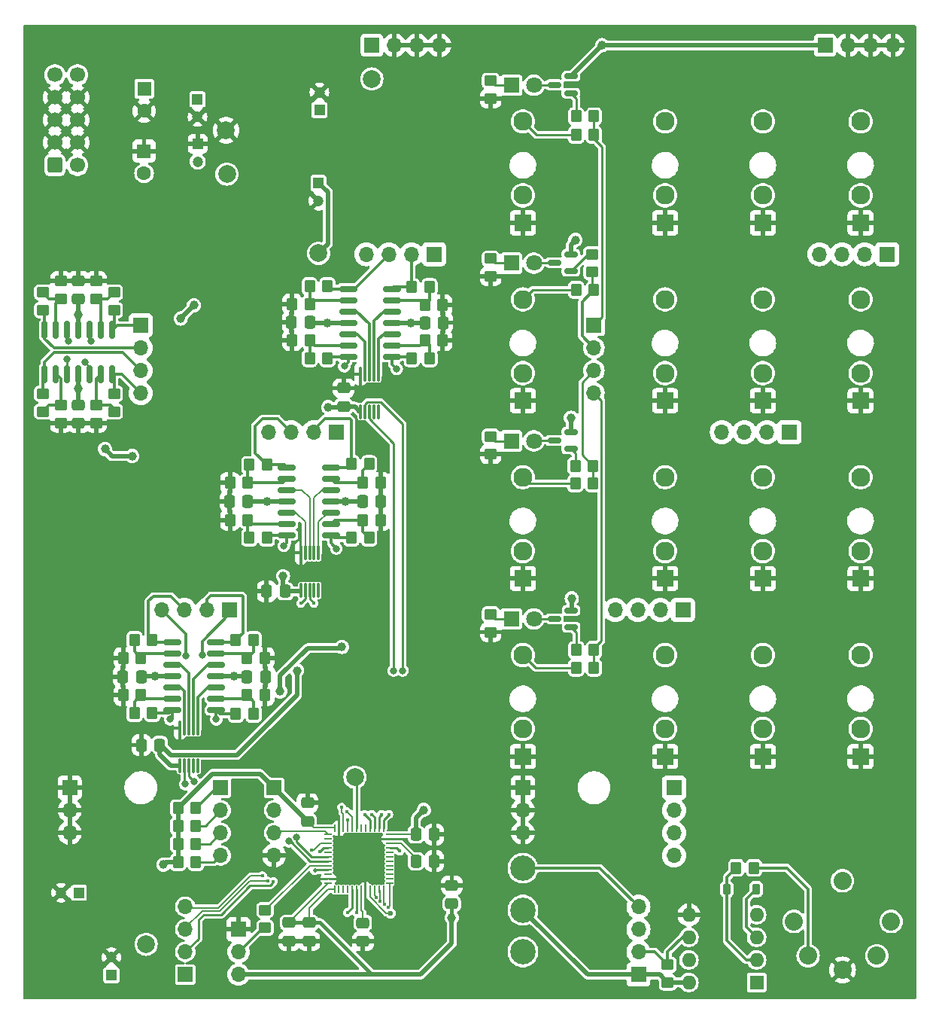
<source format=gtl>
G04 #@! TF.GenerationSoftware,KiCad,Pcbnew,8.0.5*
G04 #@! TF.CreationDate,2024-10-20T20:29:36+02:00*
G04 #@! TF.ProjectId,midi-2-cv,6d696469-2d32-42d6-9376-2e6b69636164,rev?*
G04 #@! TF.SameCoordinates,Original*
G04 #@! TF.FileFunction,Copper,L1,Top*
G04 #@! TF.FilePolarity,Positive*
%FSLAX46Y46*%
G04 Gerber Fmt 4.6, Leading zero omitted, Abs format (unit mm)*
G04 Created by KiCad (PCBNEW 8.0.5) date 2024-10-20 20:29:36*
%MOMM*%
%LPD*%
G01*
G04 APERTURE LIST*
G04 Aperture macros list*
%AMRoundRect*
0 Rectangle with rounded corners*
0 $1 Rounding radius*
0 $2 $3 $4 $5 $6 $7 $8 $9 X,Y pos of 4 corners*
0 Add a 4 corners polygon primitive as box body*
4,1,4,$2,$3,$4,$5,$6,$7,$8,$9,$2,$3,0*
0 Add four circle primitives for the rounded corners*
1,1,$1+$1,$2,$3*
1,1,$1+$1,$4,$5*
1,1,$1+$1,$6,$7*
1,1,$1+$1,$8,$9*
0 Add four rect primitives between the rounded corners*
20,1,$1+$1,$2,$3,$4,$5,0*
20,1,$1+$1,$4,$5,$6,$7,0*
20,1,$1+$1,$6,$7,$8,$9,0*
20,1,$1+$1,$8,$9,$2,$3,0*%
G04 Aperture macros list end*
G04 #@! TA.AperFunction,SMDPad,CuDef*
%ADD10RoundRect,0.250000X0.350000X0.450000X-0.350000X0.450000X-0.350000X-0.450000X0.350000X-0.450000X0*%
G04 #@! TD*
G04 #@! TA.AperFunction,ComponentPad*
%ADD11R,1.930000X1.830000*%
G04 #@! TD*
G04 #@! TA.AperFunction,ComponentPad*
%ADD12C,2.130000*%
G04 #@! TD*
G04 #@! TA.AperFunction,SMDPad,CuDef*
%ADD13RoundRect,0.250000X-0.350000X-0.450000X0.350000X-0.450000X0.350000X0.450000X-0.350000X0.450000X0*%
G04 #@! TD*
G04 #@! TA.AperFunction,SMDPad,CuDef*
%ADD14RoundRect,0.250000X0.450000X-0.350000X0.450000X0.350000X-0.450000X0.350000X-0.450000X-0.350000X0*%
G04 #@! TD*
G04 #@! TA.AperFunction,ComponentPad*
%ADD15R,1.700000X1.700000*%
G04 #@! TD*
G04 #@! TA.AperFunction,ComponentPad*
%ADD16O,1.700000X1.700000*%
G04 #@! TD*
G04 #@! TA.AperFunction,SMDPad,CuDef*
%ADD17RoundRect,0.150000X0.587500X0.150000X-0.587500X0.150000X-0.587500X-0.150000X0.587500X-0.150000X0*%
G04 #@! TD*
G04 #@! TA.AperFunction,SMDPad,CuDef*
%ADD18RoundRect,0.250000X0.337500X0.475000X-0.337500X0.475000X-0.337500X-0.475000X0.337500X-0.475000X0*%
G04 #@! TD*
G04 #@! TA.AperFunction,SMDPad,CuDef*
%ADD19RoundRect,0.250000X-0.337500X-0.475000X0.337500X-0.475000X0.337500X0.475000X-0.337500X0.475000X0*%
G04 #@! TD*
G04 #@! TA.AperFunction,SMDPad,CuDef*
%ADD20RoundRect,0.250000X-0.475000X0.337500X-0.475000X-0.337500X0.475000X-0.337500X0.475000X0.337500X0*%
G04 #@! TD*
G04 #@! TA.AperFunction,ComponentPad*
%ADD21R,1.800000X1.800000*%
G04 #@! TD*
G04 #@! TA.AperFunction,ComponentPad*
%ADD22C,1.800000*%
G04 #@! TD*
G04 #@! TA.AperFunction,SMDPad,CuDef*
%ADD23RoundRect,0.062500X0.062500X-0.337500X0.062500X0.337500X-0.062500X0.337500X-0.062500X-0.337500X0*%
G04 #@! TD*
G04 #@! TA.AperFunction,SMDPad,CuDef*
%ADD24RoundRect,0.062500X0.337500X-0.062500X0.337500X0.062500X-0.337500X0.062500X-0.337500X-0.062500X0*%
G04 #@! TD*
G04 #@! TA.AperFunction,HeatsinkPad*
%ADD25R,5.100000X5.100000*%
G04 #@! TD*
G04 #@! TA.AperFunction,SMDPad,CuDef*
%ADD26RoundRect,0.087500X0.087500X-0.725000X0.087500X0.725000X-0.087500X0.725000X-0.087500X-0.725000X0*%
G04 #@! TD*
G04 #@! TA.AperFunction,SMDPad,CuDef*
%ADD27RoundRect,0.250000X-0.450000X0.350000X-0.450000X-0.350000X0.450000X-0.350000X0.450000X0.350000X0*%
G04 #@! TD*
G04 #@! TA.AperFunction,ComponentPad*
%ADD28C,2.032000*%
G04 #@! TD*
G04 #@! TA.AperFunction,SMDPad,CuDef*
%ADD29RoundRect,0.250000X0.475000X-0.337500X0.475000X0.337500X-0.475000X0.337500X-0.475000X-0.337500X0*%
G04 #@! TD*
G04 #@! TA.AperFunction,ComponentPad*
%ADD30R,1.600000X1.600000*%
G04 #@! TD*
G04 #@! TA.AperFunction,ComponentPad*
%ADD31O,1.600000X1.600000*%
G04 #@! TD*
G04 #@! TA.AperFunction,SMDPad,CuDef*
%ADD32RoundRect,0.150000X-0.825000X-0.150000X0.825000X-0.150000X0.825000X0.150000X-0.825000X0.150000X0*%
G04 #@! TD*
G04 #@! TA.AperFunction,SMDPad,CuDef*
%ADD33RoundRect,0.150000X-0.150000X0.825000X-0.150000X-0.825000X0.150000X-0.825000X0.150000X0.825000X0*%
G04 #@! TD*
G04 #@! TA.AperFunction,SMDPad,CuDef*
%ADD34RoundRect,0.225000X-0.225000X-0.375000X0.225000X-0.375000X0.225000X0.375000X-0.225000X0.375000X0*%
G04 #@! TD*
G04 #@! TA.AperFunction,ComponentPad*
%ADD35C,2.850000*%
G04 #@! TD*
G04 #@! TA.AperFunction,ComponentPad*
%ADD36R,1.200000X1.200000*%
G04 #@! TD*
G04 #@! TA.AperFunction,ComponentPad*
%ADD37C,1.200000*%
G04 #@! TD*
G04 #@! TA.AperFunction,ComponentPad*
%ADD38C,2.000000*%
G04 #@! TD*
G04 #@! TA.AperFunction,ComponentPad*
%ADD39C,1.600000*%
G04 #@! TD*
G04 #@! TA.AperFunction,ComponentPad*
%ADD40RoundRect,0.250000X-0.600000X-0.600000X0.600000X-0.600000X0.600000X0.600000X-0.600000X0.600000X0*%
G04 #@! TD*
G04 #@! TA.AperFunction,ComponentPad*
%ADD41C,1.700000*%
G04 #@! TD*
G04 #@! TA.AperFunction,ViaPad*
%ADD42C,1.000000*%
G04 #@! TD*
G04 #@! TA.AperFunction,ViaPad*
%ADD43C,0.600000*%
G04 #@! TD*
G04 #@! TA.AperFunction,ViaPad*
%ADD44C,0.800000*%
G04 #@! TD*
G04 #@! TA.AperFunction,ViaPad*
%ADD45C,0.400000*%
G04 #@! TD*
G04 #@! TA.AperFunction,ViaPad*
%ADD46C,0.500000*%
G04 #@! TD*
G04 #@! TA.AperFunction,Conductor*
%ADD47C,0.500000*%
G04 #@! TD*
G04 #@! TA.AperFunction,Conductor*
%ADD48C,0.250000*%
G04 #@! TD*
G04 #@! TA.AperFunction,Conductor*
%ADD49C,0.150000*%
G04 #@! TD*
G04 #@! TA.AperFunction,Conductor*
%ADD50C,0.300000*%
G04 #@! TD*
G04 #@! TA.AperFunction,Conductor*
%ADD51C,0.200000*%
G04 #@! TD*
G04 #@! TA.AperFunction,Conductor*
%ADD52C,0.400000*%
G04 #@! TD*
G04 APERTURE END LIST*
D10*
X113900000Y-99800000D03*
X111900000Y-99800000D03*
D11*
X133000000Y-92480000D03*
D12*
X133000000Y-81080000D03*
X133000000Y-89380000D03*
D11*
X144000000Y-112480000D03*
D12*
X144000000Y-101080000D03*
X144000000Y-109380000D03*
D13*
X73030000Y-101700000D03*
X75030000Y-101700000D03*
D11*
X106000000Y-72480000D03*
D12*
X106000000Y-61080000D03*
X106000000Y-69380000D03*
D10*
X76970000Y-121400000D03*
X74970000Y-121400000D03*
D14*
X102380000Y-98500000D03*
X102380000Y-96500000D03*
D11*
X144000000Y-92480000D03*
D12*
X144000000Y-81080000D03*
X144000000Y-89380000D03*
D15*
X55000000Y-136000000D03*
D16*
X55000000Y-138540000D03*
X55000000Y-141080000D03*
D17*
X111400000Y-77900000D03*
X111400000Y-76000000D03*
X109525000Y-76950000D03*
D11*
X133000000Y-112480000D03*
D12*
X133000000Y-101080000D03*
X133000000Y-109380000D03*
D18*
X97037500Y-83700000D03*
X94962500Y-83700000D03*
D11*
X122000000Y-72480000D03*
D12*
X122000000Y-61080000D03*
X122000000Y-69380000D03*
D18*
X77037500Y-123500000D03*
X74962500Y-123500000D03*
X90037500Y-103800000D03*
X87962500Y-103800000D03*
D15*
X73000000Y-116000000D03*
D16*
X70460000Y-116000000D03*
X67920000Y-116000000D03*
X65380000Y-116000000D03*
D10*
X89970000Y-105900000D03*
X87970000Y-105900000D03*
D19*
X93962500Y-144250000D03*
X96037500Y-144250000D03*
D10*
X113900000Y-101800000D03*
X111900000Y-101800000D03*
D11*
X122000000Y-132480000D03*
D12*
X122000000Y-121080000D03*
X122000000Y-129380000D03*
D10*
X76970000Y-125600000D03*
X74970000Y-125600000D03*
D13*
X82000000Y-87700000D03*
X84000000Y-87700000D03*
D20*
X85825000Y-91062500D03*
X85825000Y-93137500D03*
D21*
X104690000Y-57000000D03*
D22*
X107230000Y-57000000D03*
D11*
X106000000Y-92480000D03*
D12*
X106000000Y-81080000D03*
X106000000Y-89380000D03*
D11*
X122000000Y-112480000D03*
D12*
X122000000Y-101080000D03*
X122000000Y-109380000D03*
D23*
X84800000Y-147450000D03*
X85300000Y-147450000D03*
X85800000Y-147450000D03*
X86300000Y-147450000D03*
X86800000Y-147450000D03*
X87300000Y-147450000D03*
X87800000Y-147450000D03*
X88300000Y-147450000D03*
X88800000Y-147450000D03*
X89300000Y-147450000D03*
X89800000Y-147450000D03*
X90300000Y-147450000D03*
D24*
X91000000Y-146750000D03*
X91000000Y-146250000D03*
X91000000Y-145750000D03*
X91000000Y-145250000D03*
X91000000Y-144750000D03*
X91000000Y-144250000D03*
X91000000Y-143750000D03*
X91000000Y-143250000D03*
X91000000Y-142750000D03*
X91000000Y-142250000D03*
X91000000Y-141750000D03*
X91000000Y-141250000D03*
D23*
X90300000Y-140550000D03*
X89800000Y-140550000D03*
X89300000Y-140550000D03*
X88800000Y-140550000D03*
X88300000Y-140550000D03*
X87800000Y-140550000D03*
X87300000Y-140550000D03*
X86800000Y-140550000D03*
X86300000Y-140550000D03*
X85800000Y-140550000D03*
X85300000Y-140550000D03*
X84800000Y-140550000D03*
D24*
X84100000Y-141250000D03*
X84100000Y-141750000D03*
X84100000Y-142250000D03*
X84100000Y-142750000D03*
X84100000Y-143250000D03*
X84100000Y-143750000D03*
X84100000Y-144250000D03*
X84100000Y-144750000D03*
X84100000Y-145250000D03*
X84100000Y-145750000D03*
X84100000Y-146250000D03*
X84100000Y-146750000D03*
D25*
X87550000Y-144000000D03*
D26*
X67400000Y-133512500D03*
X67900000Y-133512500D03*
X68400000Y-133512500D03*
X68900000Y-133512500D03*
X69400000Y-133512500D03*
X69400000Y-129287500D03*
X68900000Y-129287500D03*
X68400000Y-129287500D03*
X67900000Y-129287500D03*
X67400000Y-129287500D03*
D14*
X102380000Y-78500000D03*
X102380000Y-76500000D03*
D13*
X80030000Y-81600000D03*
X82030000Y-81600000D03*
D11*
X133000000Y-132480000D03*
D12*
X133000000Y-121080000D03*
X133000000Y-129380000D03*
D21*
X104690000Y-77000000D03*
D22*
X107230000Y-77000000D03*
D15*
X63000000Y-84000000D03*
D16*
X63000000Y-86540000D03*
X63000000Y-89080000D03*
X63000000Y-91620000D03*
D27*
X52000000Y-80300000D03*
X52000000Y-82300000D03*
D28*
X136500000Y-151038489D03*
X138099489Y-154900000D03*
X141961000Y-156499489D03*
X145822511Y-154900000D03*
X147422000Y-151038489D03*
X141961000Y-146466489D03*
D10*
X69200000Y-144400000D03*
X67200000Y-144400000D03*
X88700000Y-99600000D03*
X86700000Y-99600000D03*
D14*
X102380000Y-118500000D03*
X102380000Y-116500000D03*
D29*
X56000000Y-81037500D03*
X56000000Y-78962500D03*
D11*
X106000000Y-112480000D03*
D12*
X106000000Y-101080000D03*
X106000000Y-109380000D03*
D10*
X114000000Y-80000000D03*
X112000000Y-80000000D03*
D13*
X62300000Y-127600000D03*
X64300000Y-127600000D03*
D14*
X77000000Y-151750000D03*
X77000000Y-149750000D03*
D29*
X79700000Y-153237500D03*
X79700000Y-151162500D03*
D11*
X144000000Y-72480000D03*
D12*
X144000000Y-61080000D03*
X144000000Y-69380000D03*
D11*
X106000000Y-132480000D03*
D12*
X106000000Y-121080000D03*
X106000000Y-129380000D03*
D10*
X75700000Y-127700000D03*
X73700000Y-127700000D03*
D19*
X77162500Y-113900000D03*
X79237500Y-113900000D03*
D21*
X104690000Y-97000000D03*
D22*
X107230000Y-97000000D03*
D10*
X89970000Y-101700000D03*
X87970000Y-101700000D03*
D27*
X122300000Y-155900000D03*
X122300000Y-157900000D03*
D20*
X88000000Y-151195000D03*
X88000000Y-153270000D03*
D10*
X69200000Y-138300000D03*
X67200000Y-138300000D03*
D13*
X75200000Y-107900000D03*
X77200000Y-107900000D03*
D14*
X60000000Y-93700000D03*
X60000000Y-91700000D03*
D13*
X61030000Y-121400000D03*
X63030000Y-121400000D03*
X62300000Y-119400000D03*
X64300000Y-119400000D03*
D11*
X122000000Y-92480000D03*
D12*
X122000000Y-81080000D03*
X122000000Y-89380000D03*
D10*
X88700000Y-107900000D03*
X86700000Y-107900000D03*
D26*
X81000000Y-113812500D03*
X81500000Y-113812500D03*
X82000000Y-113812500D03*
X82500000Y-113812500D03*
X83000000Y-113812500D03*
X83000000Y-109587500D03*
X82500000Y-109587500D03*
X82000000Y-109587500D03*
X81500000Y-109587500D03*
X81000000Y-109587500D03*
D11*
X133000000Y-72480000D03*
D12*
X133000000Y-61080000D03*
X133000000Y-69380000D03*
D30*
X132300000Y-157900000D03*
D31*
X132300000Y-155360000D03*
X132300000Y-152820000D03*
X132300000Y-150280000D03*
X124680000Y-150280000D03*
X124680000Y-152820000D03*
X124680000Y-155360000D03*
X124680000Y-157900000D03*
D15*
X72000000Y-136000000D03*
D16*
X72000000Y-138540000D03*
X72000000Y-141080000D03*
X72000000Y-143620000D03*
D13*
X61030000Y-125600000D03*
X63030000Y-125600000D03*
D32*
X86325000Y-79890000D03*
X86325000Y-81160000D03*
X86325000Y-82430000D03*
X86325000Y-83700000D03*
X86325000Y-84970000D03*
X86325000Y-86240000D03*
X86325000Y-87510000D03*
X91275000Y-87510000D03*
X91275000Y-86240000D03*
X91275000Y-84970000D03*
X91275000Y-83700000D03*
X91275000Y-82430000D03*
X91275000Y-81160000D03*
X91275000Y-79890000D03*
D20*
X81750000Y-137712500D03*
X81750000Y-139787500D03*
D13*
X75200000Y-99700000D03*
X77200000Y-99700000D03*
D33*
X59810000Y-84525000D03*
X58540000Y-84525000D03*
X57270000Y-84525000D03*
X56000000Y-84525000D03*
X54730000Y-84525000D03*
X53460000Y-84525000D03*
X52190000Y-84525000D03*
X52190000Y-89475000D03*
X53460000Y-89475000D03*
X54730000Y-89475000D03*
X56000000Y-89475000D03*
X57270000Y-89475000D03*
X58540000Y-89475000D03*
X59810000Y-89475000D03*
D14*
X52000000Y-93700000D03*
X52000000Y-91700000D03*
X102380000Y-58500000D03*
X102380000Y-56500000D03*
D18*
X75037500Y-103800000D03*
X72962500Y-103800000D03*
D29*
X81950000Y-153237500D03*
X81950000Y-151162500D03*
D18*
X82037500Y-83640000D03*
X79962500Y-83640000D03*
D15*
X85000000Y-96000000D03*
D16*
X82460000Y-96000000D03*
X79920000Y-96000000D03*
X77380000Y-96000000D03*
D17*
X111400000Y-97900000D03*
X111400000Y-96000000D03*
X109525000Y-96950000D03*
D27*
X54000000Y-79030000D03*
X54000000Y-81030000D03*
D13*
X73030000Y-105900000D03*
X75030000Y-105900000D03*
D10*
X96970000Y-85700000D03*
X94970000Y-85700000D03*
D27*
X60000000Y-80300000D03*
X60000000Y-82300000D03*
D10*
X114000000Y-122500000D03*
X112000000Y-122500000D03*
D14*
X113800000Y-78000000D03*
X113800000Y-76000000D03*
D20*
X98000000Y-146962500D03*
X98000000Y-149037500D03*
D19*
X63062500Y-131200000D03*
X65137500Y-131200000D03*
D11*
X144000000Y-132480000D03*
D12*
X144000000Y-121080000D03*
X144000000Y-129380000D03*
D10*
X69200000Y-142300000D03*
X67200000Y-142300000D03*
X95500000Y-87700000D03*
X93500000Y-87700000D03*
X95500000Y-79700000D03*
X93500000Y-79700000D03*
D34*
X128950000Y-147400000D03*
X132250000Y-147400000D03*
D13*
X130000000Y-145000000D03*
X132000000Y-145000000D03*
D29*
X56000000Y-95037500D03*
X56000000Y-92962500D03*
D10*
X75700000Y-119400000D03*
X73700000Y-119400000D03*
D21*
X104690000Y-117000000D03*
D22*
X107230000Y-117000000D03*
D13*
X80030000Y-85700000D03*
X82030000Y-85700000D03*
D32*
X66525000Y-119650000D03*
X66525000Y-120920000D03*
X66525000Y-122190000D03*
X66525000Y-123460000D03*
X66525000Y-124730000D03*
X66525000Y-126000000D03*
X66525000Y-127270000D03*
X71475000Y-127270000D03*
X71475000Y-126000000D03*
X71475000Y-124730000D03*
X71475000Y-123460000D03*
X71475000Y-122190000D03*
X71475000Y-120920000D03*
X71475000Y-119650000D03*
D14*
X58000000Y-94970000D03*
X58000000Y-92970000D03*
D35*
X106000000Y-154450000D03*
X106000000Y-149750000D03*
X106000000Y-145050000D03*
D18*
X96037500Y-141250000D03*
X93962500Y-141250000D03*
D32*
X79450000Y-99960000D03*
X79450000Y-101230000D03*
X79450000Y-102500000D03*
X79450000Y-103770000D03*
X79450000Y-105040000D03*
X79450000Y-106310000D03*
X79450000Y-107580000D03*
X84400000Y-107580000D03*
X84400000Y-106310000D03*
X84400000Y-105040000D03*
X84400000Y-103770000D03*
X84400000Y-102500000D03*
X84400000Y-101230000D03*
X84400000Y-99960000D03*
D17*
X111437500Y-117950000D03*
X111437500Y-116050000D03*
X109562500Y-117000000D03*
D10*
X96970000Y-81700000D03*
X94970000Y-81700000D03*
D14*
X54000000Y-94970000D03*
X54000000Y-92970000D03*
D13*
X82000000Y-79600000D03*
X84000000Y-79600000D03*
D17*
X111400000Y-57900000D03*
X111400000Y-56000000D03*
X109525000Y-56950000D03*
D10*
X114000000Y-62600000D03*
X112000000Y-62600000D03*
D15*
X68000000Y-157000000D03*
D16*
X68000000Y-154460000D03*
X68000000Y-151920000D03*
X68000000Y-149380000D03*
D10*
X114000000Y-120500000D03*
X112000000Y-120500000D03*
X69200000Y-140300000D03*
X67200000Y-140300000D03*
D27*
X58000000Y-79030000D03*
X58000000Y-81030000D03*
D10*
X114000000Y-60500000D03*
X112000000Y-60500000D03*
D15*
X96000000Y-76000000D03*
D16*
X93460000Y-76000000D03*
X90920000Y-76000000D03*
X88380000Y-76000000D03*
D18*
X63037500Y-123500000D03*
X60962500Y-123500000D03*
D26*
X87725000Y-93700000D03*
X88225000Y-93700000D03*
X88725000Y-93700000D03*
X89225000Y-93700000D03*
X89725000Y-93700000D03*
X89725000Y-89475000D03*
X89225000Y-89475000D03*
X88725000Y-89475000D03*
X88225000Y-89475000D03*
X87725000Y-89475000D03*
D15*
X89000000Y-52500000D03*
D16*
X91540000Y-52500000D03*
X94080000Y-52500000D03*
X96620000Y-52500000D03*
D36*
X59700000Y-157072600D03*
D37*
X59700000Y-155072600D03*
D15*
X124000000Y-116000000D03*
D16*
X121460000Y-116000000D03*
X118920000Y-116000000D03*
X116380000Y-116000000D03*
D15*
X78000000Y-136000000D03*
D16*
X78000000Y-138540000D03*
X78000000Y-141080000D03*
X78000000Y-143620000D03*
D36*
X83000000Y-68000000D03*
D37*
X83000000Y-70000000D03*
D38*
X89000000Y-56300000D03*
X63600000Y-153600000D03*
D30*
X63370241Y-64400000D03*
D39*
X63370241Y-66900000D03*
D36*
X56027401Y-147800000D03*
D37*
X54027401Y-147800000D03*
D38*
X72700000Y-67000000D03*
X87100000Y-134800000D03*
D40*
X53340000Y-66000000D03*
D41*
X55880000Y-66000000D03*
X53340000Y-63460000D03*
X55880000Y-63460000D03*
X53340000Y-60920000D03*
X55880000Y-60920000D03*
X53340000Y-58380000D03*
X55880000Y-58380000D03*
X53340000Y-55840000D03*
X55880000Y-55840000D03*
D15*
X119000000Y-157000000D03*
D16*
X119000000Y-154460000D03*
X119000000Y-151920000D03*
X119000000Y-149380000D03*
D38*
X83000000Y-75900000D03*
D15*
X74000000Y-151920000D03*
D16*
X74000000Y-154460000D03*
X74000000Y-157000000D03*
D30*
X63380000Y-57400000D03*
D39*
X63380000Y-59900000D03*
D15*
X123000000Y-136000000D03*
D16*
X123000000Y-138540000D03*
X123000000Y-141080000D03*
X123000000Y-143620000D03*
D36*
X83100000Y-59800000D03*
D37*
X83100000Y-57800000D03*
D15*
X140000000Y-52500000D03*
D16*
X142540000Y-52500000D03*
X145080000Y-52500000D03*
X147620000Y-52500000D03*
D15*
X114000000Y-84000000D03*
D16*
X114000000Y-86540000D03*
X114000000Y-89080000D03*
X114000000Y-91620000D03*
D36*
X69380000Y-58582379D03*
D37*
X69380000Y-60582379D03*
D36*
X69407401Y-63582379D03*
D37*
X69407401Y-65582379D03*
D15*
X147000000Y-76000000D03*
D16*
X144460000Y-76000000D03*
X141920000Y-76000000D03*
X139380000Y-76000000D03*
D15*
X136000000Y-96000000D03*
D16*
X133460000Y-96000000D03*
X130920000Y-96000000D03*
X128380000Y-96000000D03*
D15*
X106000000Y-136000000D03*
D16*
X106000000Y-138540000D03*
X106000000Y-141080000D03*
D38*
X72600000Y-62082379D03*
D42*
X91000000Y-62000000D03*
X77000000Y-67000000D03*
X57700000Y-154100000D03*
X91800000Y-151600000D03*
X88000000Y-67000000D03*
X91000000Y-65000000D03*
X88000000Y-60000000D03*
X77000000Y-62000000D03*
X83950000Y-83700000D03*
X111400000Y-94400000D03*
X111900000Y-74400000D03*
X114900000Y-52500000D03*
X111500000Y-114700000D03*
X56000000Y-82800000D03*
X64600000Y-123460000D03*
X77200000Y-103800000D03*
X93400000Y-83700000D03*
X56000000Y-91100000D03*
X78683447Y-125169593D03*
X73500000Y-123460000D03*
X68971752Y-81750000D03*
X86000000Y-103800000D03*
X62025000Y-98700000D03*
X67489124Y-83232628D03*
X85633364Y-120166636D03*
X58975000Y-97900000D03*
X79000000Y-112200000D03*
X84100000Y-93200000D03*
X80578248Y-122821752D03*
X65550000Y-144650000D03*
X94850000Y-138500000D03*
D43*
X91100000Y-150100000D03*
D42*
X98000000Y-150600000D03*
D44*
X85000000Y-109100000D03*
X68096929Y-121145406D03*
X66300000Y-128300000D03*
X71500000Y-128300000D03*
X69900001Y-121075000D03*
X85900000Y-88600000D03*
X91800000Y-88900000D03*
X79100000Y-108800000D03*
D45*
X77930862Y-146535864D03*
X76700000Y-145900000D03*
X86215129Y-138715129D03*
X86300000Y-139647624D03*
X77297487Y-146497487D03*
X85600000Y-138200000D03*
X86250000Y-150025000D03*
X87300000Y-150025000D03*
X89000000Y-139000000D03*
D44*
X54700000Y-87790000D03*
X57400000Y-85790000D03*
D45*
X90900000Y-139000000D03*
D44*
X56689689Y-88125000D03*
D45*
X88200000Y-139000000D03*
X90100000Y-139000000D03*
D44*
X54900000Y-85790000D03*
D45*
X90389103Y-149075000D03*
X90878640Y-149435920D03*
X89475000Y-148303249D03*
X89901762Y-148725000D03*
D44*
X68000000Y-135600000D03*
X80550000Y-141600000D03*
X68998959Y-135298959D03*
X79648229Y-142032220D03*
D45*
X83154928Y-143175000D03*
D44*
X91450000Y-122825000D03*
X92450000Y-122825305D03*
D46*
X82600000Y-145275000D03*
D45*
X81000000Y-115250000D03*
X92128768Y-143128768D03*
X82500000Y-115250000D03*
X82217462Y-143025000D03*
D47*
X73362500Y-103800000D02*
X73362500Y-104062500D01*
D48*
X89250000Y-144250000D02*
X89250000Y-143437500D01*
X89100000Y-144400000D02*
X89250000Y-144250000D01*
D49*
X89749999Y-144512501D02*
X89749999Y-143437500D01*
X88300000Y-145962500D02*
X89749999Y-144512501D01*
D47*
X55962500Y-95000000D02*
X56000000Y-95037500D01*
X54000000Y-95000000D02*
X55962500Y-95000000D01*
X111400000Y-76000000D02*
X111400000Y-74900000D01*
X111500000Y-114700000D02*
X111500000Y-115987500D01*
X114900000Y-52500000D02*
X111400000Y-56000000D01*
X66525000Y-123460000D02*
X64600000Y-123460000D01*
X140000000Y-52500000D02*
X114900000Y-52500000D01*
X111400000Y-94400000D02*
X111400000Y-96000000D01*
X75437500Y-103800000D02*
X79420000Y-103800000D01*
X79420000Y-103800000D02*
X79450000Y-103770000D01*
X84200000Y-83700000D02*
X82097500Y-83700000D01*
X56000000Y-84525000D02*
X56000000Y-81037500D01*
X64600000Y-123460000D02*
X63177500Y-123460000D01*
X63177500Y-123460000D02*
X63137500Y-123500000D01*
X111400000Y-74900000D02*
X111900000Y-74400000D01*
X111500000Y-115987500D02*
X111437500Y-116050000D01*
X86325000Y-83700000D02*
X84200000Y-83700000D01*
X84200000Y-83700000D02*
X83950000Y-83700000D01*
X82097500Y-83700000D02*
X82037500Y-83640000D01*
X91275000Y-83700000D02*
X94962500Y-83700000D01*
X78683447Y-125169593D02*
X78683447Y-123373050D01*
X71475000Y-123460000D02*
X73500000Y-123460000D01*
X56000000Y-89475000D02*
X56000000Y-92962500D01*
X62025000Y-98700000D02*
X59775000Y-98700000D01*
X81756497Y-120300000D02*
X85500000Y-120300000D01*
X74922500Y-123460000D02*
X74962500Y-123500000D01*
X67489124Y-83232628D02*
X68971752Y-81750000D01*
X87962500Y-103800000D02*
X84430000Y-103800000D01*
X85500000Y-120300000D02*
X85633364Y-120166636D01*
X73500000Y-123460000D02*
X74922500Y-123460000D01*
X78683447Y-123373050D02*
X81756497Y-120300000D01*
X84430000Y-103800000D02*
X84400000Y-103770000D01*
X59775000Y-98700000D02*
X58975000Y-97900000D01*
X84050000Y-74850000D02*
X83000000Y-75900000D01*
X79000000Y-112200000D02*
X79000000Y-113662500D01*
X80837500Y-113900000D02*
X80925000Y-113812500D01*
X65137500Y-132237500D02*
X66412500Y-133512500D01*
X85825000Y-93137500D02*
X87087500Y-93137500D01*
X83000000Y-68000000D02*
X84050000Y-69050000D01*
X65137500Y-131200000D02*
X65137500Y-132237500D01*
X80578248Y-125544977D02*
X80578248Y-122821752D01*
X65300000Y-131200000D02*
X66400000Y-132300000D01*
X79237500Y-113900000D02*
X80837500Y-113900000D01*
X85762500Y-93200000D02*
X85825000Y-93137500D01*
X84050000Y-69050000D02*
X84050000Y-74850000D01*
X73823225Y-132300000D02*
X80578248Y-125544977D01*
X65137500Y-131200000D02*
X65300000Y-131200000D01*
X79000000Y-113662500D02*
X79237500Y-113900000D01*
X84100000Y-93200000D02*
X85762500Y-93200000D01*
X66400000Y-132300000D02*
X73823225Y-132300000D01*
X87087500Y-93137500D02*
X87650000Y-93700000D01*
X66412500Y-133512500D02*
X67325000Y-133512500D01*
D50*
X132250000Y-147400000D02*
X131150000Y-148500000D01*
X131150000Y-151670000D02*
X132300000Y-152820000D01*
X131150000Y-148500000D02*
X131150000Y-151670000D01*
X128950000Y-147400000D02*
X128950000Y-146050000D01*
X128950000Y-153200000D02*
X128950000Y-147400000D01*
X131110000Y-155360000D02*
X128950000Y-153200000D01*
X128950000Y-146050000D02*
X130000000Y-145000000D01*
X132300000Y-155360000D02*
X131110000Y-155360000D01*
D48*
X107280000Y-56950000D02*
X107230000Y-57000000D01*
X109525000Y-56950000D02*
X107280000Y-56950000D01*
X104690000Y-57000000D02*
X102880000Y-57000000D01*
X102880000Y-57000000D02*
X102380000Y-56500000D01*
X107280000Y-76950000D02*
X107230000Y-77000000D01*
X109525000Y-76950000D02*
X107280000Y-76950000D01*
X104690000Y-77000000D02*
X102880000Y-77000000D01*
X102880000Y-77000000D02*
X102380000Y-76500000D01*
X102880000Y-97000000D02*
X102380000Y-96500000D01*
X104690000Y-97000000D02*
X102880000Y-97000000D01*
X109525000Y-96950000D02*
X107280000Y-96950000D01*
X107280000Y-96950000D02*
X107230000Y-97000000D01*
X109562500Y-117000000D02*
X107230000Y-117000000D01*
X104690000Y-117000000D02*
X102880000Y-117000000D01*
X102880000Y-117000000D02*
X102380000Y-116500000D01*
X106000000Y-61080000D02*
X107520000Y-62600000D01*
X107520000Y-62600000D02*
X112000000Y-62600000D01*
X112000000Y-80000000D02*
X107080000Y-80000000D01*
X107080000Y-80000000D02*
X106000000Y-81080000D01*
X111900000Y-101800000D02*
X106720000Y-101800000D01*
X106720000Y-101800000D02*
X106000000Y-101080000D01*
X112000000Y-122500000D02*
X107420000Y-122500000D01*
X107420000Y-122500000D02*
X106000000Y-121080000D01*
X112000000Y-58500000D02*
X111400000Y-57900000D01*
X112000000Y-60500000D02*
X112000000Y-58500000D01*
D51*
X84050000Y-147450000D02*
X81950000Y-149550000D01*
D49*
X84800000Y-140550000D02*
X84750000Y-140500000D01*
D47*
X122300000Y-157900000D02*
X124680000Y-157900000D01*
D51*
X84800000Y-147450000D02*
X84050000Y-147450000D01*
D47*
X74000000Y-157000000D02*
X89000000Y-157000000D01*
X67200000Y-142300000D02*
X67200000Y-144400000D01*
D49*
X91000000Y-141250000D02*
X93962500Y-141250000D01*
D51*
X81950000Y-149550000D02*
X81950000Y-151162500D01*
D49*
X82462500Y-140500000D02*
X81750000Y-139787500D01*
D47*
X76441854Y-134441854D02*
X71058146Y-134441854D01*
X98000000Y-153500000D02*
X98000000Y-150600000D01*
X65800000Y-144400000D02*
X67200000Y-144400000D01*
D52*
X81950000Y-151162500D02*
X83162500Y-151162500D01*
D47*
X67200000Y-140300000D02*
X67200000Y-142300000D01*
X121400000Y-157000000D02*
X122300000Y-157900000D01*
X94500000Y-157000000D02*
X98000000Y-153500000D01*
D49*
X91100000Y-150100000D02*
X90600000Y-150100000D01*
D47*
X65550000Y-144650000D02*
X65800000Y-144400000D01*
D49*
X84750000Y-140500000D02*
X82462500Y-140500000D01*
X88800000Y-148300000D02*
X88800000Y-147450000D01*
D47*
X94850000Y-138500000D02*
X93962500Y-139387500D01*
D49*
X90600000Y-150100000D02*
X88800000Y-148300000D01*
D47*
X119000000Y-157000000D02*
X121400000Y-157000000D01*
X78000000Y-136000000D02*
X76441854Y-134441854D01*
D52*
X98000000Y-149037500D02*
X98000000Y-150600000D01*
D47*
X71058146Y-134441854D02*
X67200000Y-138300000D01*
X81750000Y-139750000D02*
X81750000Y-139787500D01*
X106000000Y-149750000D02*
X113250000Y-157000000D01*
X113250000Y-157000000D02*
X119000000Y-157000000D01*
X93962500Y-139387500D02*
X93962500Y-141250000D01*
D52*
X81950000Y-151162500D02*
X79700000Y-151162500D01*
D51*
X79700000Y-151162500D02*
X79700000Y-151150000D01*
X79700000Y-151150000D02*
X84100000Y-146750000D01*
D47*
X78000000Y-136000000D02*
X81750000Y-139750000D01*
D52*
X83162500Y-151162500D02*
X89000000Y-157000000D01*
D47*
X67200000Y-138300000D02*
X67200000Y-140300000D01*
X89000000Y-157000000D02*
X94500000Y-157000000D01*
D50*
X78980000Y-101700000D02*
X79450000Y-101230000D01*
X75030000Y-99870000D02*
X75200000Y-99700000D01*
X75030000Y-101700000D02*
X75030000Y-99870000D01*
X75030000Y-101700000D02*
X78980000Y-101700000D01*
D47*
X75200000Y-101700000D02*
X75200000Y-101962500D01*
D50*
X75030000Y-105900000D02*
X75030000Y-107730000D01*
X79450000Y-106310000D02*
X75440000Y-106310000D01*
X75440000Y-106310000D02*
X75030000Y-105900000D01*
X75030000Y-107730000D02*
X75200000Y-107900000D01*
X88000000Y-105900000D02*
X84810000Y-105900000D01*
X88000000Y-105900000D02*
X88000000Y-107200000D01*
X84810000Y-105900000D02*
X84400000Y-106310000D01*
X88000000Y-107200000D02*
X88700000Y-107900000D01*
X84870000Y-101700000D02*
X84400000Y-101230000D01*
X88000000Y-100300000D02*
X88700000Y-99600000D01*
X88000000Y-101700000D02*
X84870000Y-101700000D01*
X88000000Y-101700000D02*
X88000000Y-100300000D01*
X53460000Y-81540000D02*
X54000000Y-81000000D01*
X52700000Y-81000000D02*
X54000000Y-81000000D01*
X53460000Y-84525000D02*
X53460000Y-81540000D01*
X52000000Y-80300000D02*
X52700000Y-81000000D01*
X59300000Y-81000000D02*
X60000000Y-80300000D01*
X58000000Y-81000000D02*
X59300000Y-81000000D01*
X58540000Y-81540000D02*
X58000000Y-81000000D01*
X58540000Y-84525000D02*
X58540000Y-81540000D01*
X59644544Y-93000000D02*
X60000000Y-93355456D01*
X60000000Y-93355456D02*
X60000000Y-93700000D01*
X58000000Y-90015000D02*
X58540000Y-89475000D01*
X58000000Y-93000000D02*
X58000000Y-90015000D01*
X58000000Y-93000000D02*
X59644544Y-93000000D01*
X54000000Y-93000000D02*
X52700000Y-93000000D01*
X54000000Y-93000000D02*
X54000000Y-90015000D01*
X52700000Y-93000000D02*
X52000000Y-93700000D01*
X54000000Y-90015000D02*
X53460000Y-89475000D01*
D48*
X111400000Y-77900000D02*
X113300000Y-76000000D01*
X113300000Y-76000000D02*
X113800000Y-76000000D01*
X111900000Y-98400000D02*
X111400000Y-97900000D01*
X111900000Y-99800000D02*
X111900000Y-98400000D01*
X112000000Y-118512500D02*
X111437500Y-117950000D01*
X112000000Y-120500000D02*
X112000000Y-118512500D01*
D50*
X86700000Y-107900000D02*
X84720000Y-107900000D01*
X84720000Y-107900000D02*
X84400000Y-107580000D01*
X85000000Y-109100000D02*
X84400000Y-108500000D01*
X84400000Y-108500000D02*
X84400000Y-107580000D01*
X76700000Y-94500000D02*
X75880000Y-95320000D01*
X78420000Y-94500000D02*
X76700000Y-94500000D01*
X79920000Y-96000000D02*
X78420000Y-94500000D01*
X77200000Y-99700000D02*
X79190000Y-99700000D01*
X75880000Y-95320000D02*
X75880000Y-98380000D01*
X75880000Y-98380000D02*
X77200000Y-99700000D01*
X79190000Y-99700000D02*
X79450000Y-99960000D01*
D49*
X83000000Y-109587500D02*
X83000000Y-106129804D01*
X83000000Y-106129804D02*
X84089804Y-105040000D01*
X84089804Y-105040000D02*
X84400000Y-105040000D01*
X82000000Y-103400000D02*
X82000000Y-109587500D01*
X79450000Y-102500000D02*
X81100000Y-102500000D01*
X81100000Y-102500000D02*
X82000000Y-103400000D01*
X81500000Y-109587500D02*
X81500000Y-106115001D01*
X81500000Y-106115001D02*
X80424999Y-105040000D01*
X80424999Y-105040000D02*
X79450000Y-105040000D01*
X83362501Y-102500000D02*
X84400000Y-102500000D01*
X82500000Y-103362501D02*
X83362501Y-102500000D01*
X82500000Y-109587500D02*
X82500000Y-103362501D01*
D50*
X120860000Y-154460000D02*
X122300000Y-155900000D01*
X124680000Y-152820000D02*
X123930000Y-152820000D01*
X119000000Y-154460000D02*
X120860000Y-154460000D01*
X123930000Y-152820000D02*
X122300000Y-154450000D01*
X122300000Y-154450000D02*
X122300000Y-155900000D01*
X66525000Y-128075000D02*
X66300000Y-128300000D01*
X68096929Y-121145406D02*
X68096929Y-118716929D01*
X68096929Y-118716929D02*
X65380000Y-116000000D01*
X64300000Y-127600000D02*
X66195000Y-127600000D01*
X66195000Y-127600000D02*
X66525000Y-127270000D01*
X66525000Y-127270000D02*
X66525000Y-128075000D01*
X66420000Y-114500000D02*
X67920000Y-116000000D01*
X63880000Y-115020000D02*
X64400000Y-114500000D01*
X64400000Y-114500000D02*
X66420000Y-114500000D01*
X64550000Y-119650000D02*
X64300000Y-119400000D01*
X63880000Y-118980000D02*
X63880000Y-115020000D01*
X66525000Y-119650000D02*
X64550000Y-119650000D01*
X64300000Y-119400000D02*
X63880000Y-118980000D01*
X71905000Y-127700000D02*
X71475000Y-127270000D01*
X71475000Y-128275000D02*
X71500000Y-128300000D01*
X73700000Y-127700000D02*
X71905000Y-127700000D01*
X69900001Y-119538737D02*
X73000000Y-116438738D01*
X73000000Y-116438738D02*
X73000000Y-116000000D01*
X71475000Y-127270000D02*
X71475000Y-128275000D01*
X69900001Y-121075000D02*
X69900001Y-119538737D01*
X74400000Y-114400000D02*
X70857919Y-114400000D01*
X74500000Y-118600000D02*
X74500000Y-114500000D01*
X70857919Y-114400000D02*
X70460000Y-114797919D01*
X73450000Y-119650000D02*
X73700000Y-119400000D01*
X74500000Y-114500000D02*
X74400000Y-114400000D01*
X70460000Y-114797919D02*
X70460000Y-116000000D01*
X71475000Y-119650000D02*
X73450000Y-119650000D01*
X73700000Y-119400000D02*
X74500000Y-118600000D01*
X60000000Y-82300000D02*
X60000000Y-84335000D01*
X60000000Y-84335000D02*
X59810000Y-84525000D01*
X60335000Y-84000000D02*
X63000000Y-84000000D01*
X59810000Y-84525000D02*
X60335000Y-84000000D01*
X60855000Y-89475000D02*
X59810000Y-89475000D01*
X60000000Y-89665000D02*
X59810000Y-89475000D01*
X63000000Y-91620000D02*
X60855000Y-89475000D01*
X60000000Y-91700000D02*
X60000000Y-89665000D01*
X53260000Y-87040000D02*
X60960000Y-87040000D01*
X52000000Y-89665000D02*
X52190000Y-89475000D01*
X60960000Y-87040000D02*
X63000000Y-89080000D01*
X52190000Y-88110000D02*
X53260000Y-87040000D01*
X52190000Y-89475000D02*
X52190000Y-88110000D01*
X52000000Y-91700000D02*
X52000000Y-89665000D01*
X53230001Y-86540000D02*
X63000000Y-86540000D01*
X52190000Y-82490000D02*
X52000000Y-82300000D01*
X52190000Y-84525000D02*
X52190000Y-85499999D01*
X52190000Y-84525000D02*
X52190000Y-82490000D01*
X52190000Y-85499999D02*
X53230001Y-86540000D01*
X86325000Y-87510000D02*
X86325000Y-88175000D01*
X84190000Y-87510000D02*
X84000000Y-87700000D01*
X86325000Y-88175000D02*
X85900000Y-88600000D01*
X86325000Y-87510000D02*
X84190000Y-87510000D01*
X93310000Y-87510000D02*
X93500000Y-87700000D01*
X91275000Y-87510000D02*
X93310000Y-87510000D01*
X91275000Y-87510000D02*
X91275000Y-88375000D01*
X91275000Y-88375000D02*
X91800000Y-88900000D01*
X93500000Y-79700000D02*
X91465000Y-79700000D01*
X93460000Y-76000000D02*
X93460000Y-79660000D01*
X93460000Y-79660000D02*
X93500000Y-79700000D01*
X91465000Y-79700000D02*
X91275000Y-79890000D01*
X86325000Y-79890000D02*
X84290000Y-79890000D01*
X84290000Y-79890000D02*
X84000000Y-79600000D01*
X90920000Y-76000000D02*
X87030000Y-79890000D01*
X87030000Y-79890000D02*
X86325000Y-79890000D01*
X77520000Y-107580000D02*
X77200000Y-107900000D01*
X79450000Y-107580000D02*
X77520000Y-107580000D01*
X79100000Y-108800000D02*
X79450000Y-108450000D01*
X79450000Y-108450000D02*
X79450000Y-107580000D01*
X86340000Y-99960000D02*
X86700000Y-99600000D01*
X84400000Y-99960000D02*
X86340000Y-99960000D01*
X86700000Y-99600000D02*
X86700000Y-94700000D01*
X86700000Y-94700000D02*
X86500000Y-94500000D01*
X83700000Y-94500000D02*
X82460000Y-95740000D01*
X82460000Y-95740000D02*
X82460000Y-96000000D01*
X86500000Y-94500000D02*
X83700000Y-94500000D01*
D48*
X112675000Y-98575000D02*
X112675000Y-90405000D01*
X113900000Y-99800000D02*
X112675000Y-98575000D01*
X113900000Y-101800000D02*
X113900000Y-99800000D01*
X112675000Y-90405000D02*
X114000000Y-89080000D01*
X114000000Y-63000000D02*
X114925000Y-63925000D01*
X114000000Y-60500000D02*
X114000000Y-62600000D01*
X114925000Y-63925000D02*
X114925000Y-83075000D01*
X114000000Y-62600000D02*
X114000000Y-63000000D01*
X114925000Y-83075000D02*
X114000000Y-84000000D01*
X114000000Y-120500000D02*
X114000000Y-120300000D01*
X114000000Y-120300000D02*
X114825000Y-119475000D01*
X114000000Y-122500000D02*
X114000000Y-120500000D01*
X114825000Y-119475000D02*
X114825000Y-92445000D01*
X114825000Y-92445000D02*
X114000000Y-91620000D01*
X113800000Y-78000000D02*
X113800000Y-79800000D01*
D50*
X112650000Y-81350000D02*
X114000000Y-80000000D01*
D48*
X113800000Y-79800000D02*
X114000000Y-80000000D01*
D50*
X114000000Y-86540000D02*
X112650000Y-85190000D01*
X112650000Y-85190000D02*
X112650000Y-81350000D01*
X62300000Y-126330000D02*
X63030000Y-125600000D01*
X62300000Y-127600000D02*
X62300000Y-126330000D01*
X66525000Y-126000000D02*
X63430000Y-126000000D01*
X63430000Y-126000000D02*
X63030000Y-125600000D01*
X63510000Y-120920000D02*
X63030000Y-121400000D01*
X62300000Y-119400000D02*
X62300000Y-120670000D01*
X62300000Y-120670000D02*
X63030000Y-121400000D01*
X66525000Y-120920000D02*
X63510000Y-120920000D01*
X71475000Y-120920000D02*
X74520000Y-120920000D01*
X75700000Y-120700000D02*
X75000000Y-121400000D01*
X74520000Y-120920000D02*
X75000000Y-121400000D01*
X75700000Y-119400000D02*
X75700000Y-120700000D01*
X75700000Y-126300000D02*
X75000000Y-125600000D01*
X74600000Y-126000000D02*
X75000000Y-125600000D01*
X71475000Y-126000000D02*
X74600000Y-126000000D01*
X75700000Y-127700000D02*
X75700000Y-126300000D01*
X82540000Y-86240000D02*
X82000000Y-85700000D01*
X82000000Y-85700000D02*
X82000000Y-87700000D01*
X86325000Y-86240000D02*
X82540000Y-86240000D01*
X82000000Y-81600000D02*
X82000000Y-79600000D01*
X82440000Y-81160000D02*
X82000000Y-81600000D01*
X86325000Y-81160000D02*
X82440000Y-81160000D01*
X95500000Y-81170000D02*
X94970000Y-81700000D01*
X94430000Y-81160000D02*
X94970000Y-81700000D01*
X91275000Y-81160000D02*
X94430000Y-81160000D01*
X95500000Y-79700000D02*
X95500000Y-81170000D01*
X91275000Y-86240000D02*
X94430000Y-86240000D01*
X95500000Y-87700000D02*
X95500000Y-86230000D01*
X95500000Y-86230000D02*
X94970000Y-85700000D01*
X94430000Y-86240000D02*
X94970000Y-85700000D01*
X71475000Y-122190000D02*
X70500001Y-122190000D01*
X68900000Y-123790001D02*
X68900000Y-129287500D01*
X70500001Y-122190000D02*
X68900000Y-123790001D01*
X70500001Y-124730000D02*
X71475000Y-124730000D01*
X69400000Y-125830001D02*
X70500001Y-124730000D01*
X69400000Y-129287500D02*
X69400000Y-125830001D01*
X68400000Y-123090001D02*
X67499999Y-122190000D01*
X68400000Y-129287500D02*
X68400000Y-123090001D01*
X67499999Y-122190000D02*
X66525000Y-122190000D01*
X67499999Y-124730000D02*
X66525000Y-124730000D01*
X67900000Y-125130001D02*
X67499999Y-124730000D01*
X67900000Y-129287500D02*
X67900000Y-125130001D01*
X89725000Y-89475000D02*
X89725000Y-85545001D01*
X90300001Y-84970000D02*
X91275000Y-84970000D01*
X89725000Y-85545001D02*
X90300001Y-84970000D01*
X89225000Y-89475000D02*
X89225000Y-83505001D01*
X90300001Y-82430000D02*
X91275000Y-82430000D01*
X89225000Y-83505001D02*
X90300001Y-82430000D01*
X88725000Y-89475000D02*
X88725000Y-83855001D01*
X87299999Y-82430000D02*
X86325000Y-82430000D01*
X88725000Y-83855001D02*
X87299999Y-82430000D01*
X87370000Y-84970000D02*
X86325000Y-84970000D01*
X88225000Y-89475000D02*
X88225000Y-85825000D01*
X88225000Y-85825000D02*
X87370000Y-84970000D01*
D49*
X88000000Y-149982537D02*
X87800000Y-149782537D01*
X87800000Y-149782537D02*
X87800000Y-147450000D01*
X88000000Y-151262500D02*
X88000000Y-149982537D01*
D48*
X77822487Y-146714950D02*
X77514950Y-147022487D01*
X69500000Y-152960000D02*
X68000000Y-154460000D01*
X69500000Y-150815686D02*
X69500000Y-152960000D01*
X87300000Y-135000000D02*
X87100000Y-134800000D01*
X77514950Y-147022487D02*
X75288173Y-147022487D01*
X87300000Y-140550000D02*
X87300000Y-135000000D01*
X75288173Y-147022487D02*
X72060660Y-150250000D01*
X72060660Y-150250000D02*
X70065686Y-150250000D01*
X77930862Y-146535864D02*
X77822487Y-146644239D01*
X77822487Y-146644239D02*
X77822487Y-146714950D01*
X70065686Y-150250000D02*
X69500000Y-150815686D01*
D49*
X68120000Y-149500000D02*
X68000000Y-149380000D01*
X86800000Y-139300000D02*
X86800000Y-140550000D01*
X71750000Y-149500000D02*
X68120000Y-149500000D01*
X75350000Y-145900000D02*
X71750000Y-149500000D01*
X86215129Y-138715129D02*
X86800000Y-139300000D01*
X76700000Y-145900000D02*
X75350000Y-145900000D01*
X77297487Y-146497487D02*
X75247487Y-146497487D01*
X69900000Y-149850000D02*
X68000000Y-151750000D01*
X71894974Y-149850000D02*
X69900000Y-149850000D01*
X75247487Y-146497487D02*
X71894974Y-149850000D01*
X68000000Y-151750000D02*
X68000000Y-151920000D01*
X86300000Y-139647624D02*
X86300000Y-140550000D01*
X85800000Y-138971752D02*
X85800000Y-140550000D01*
X85600000Y-138200000D02*
X85600000Y-138771752D01*
X85600000Y-138771752D02*
X85800000Y-138971752D01*
X78000000Y-141080000D02*
X78230000Y-140850000D01*
X83700000Y-140850000D02*
X84100000Y-141250000D01*
X78230000Y-140850000D02*
X83700000Y-140850000D01*
D48*
X77000000Y-151750000D02*
X76710000Y-151750000D01*
X76710000Y-151750000D02*
X74000000Y-154460000D01*
D50*
X132000000Y-145000000D02*
X135700000Y-145000000D01*
X135700000Y-145000000D02*
X138099489Y-147399489D01*
X138099489Y-147399489D02*
X138099489Y-154900000D01*
D48*
X86800000Y-149475000D02*
X86800000Y-147450000D01*
X86250000Y-150025000D02*
X86800000Y-149475000D01*
D49*
X77000000Y-149750000D02*
X82000000Y-144750000D01*
X82000000Y-144750000D02*
X84100000Y-144750000D01*
D48*
X87300000Y-150025000D02*
X87300000Y-147450000D01*
X54700000Y-87790000D02*
X54730000Y-87820000D01*
X54730000Y-87820000D02*
X54730000Y-89475000D01*
X89300000Y-140550000D02*
X89300000Y-139300000D01*
X89300000Y-139300000D02*
X89000000Y-139000000D01*
X90300000Y-139600000D02*
X90300000Y-140550000D01*
X57270000Y-84525000D02*
X57270000Y-85660000D01*
X90900000Y-139000000D02*
X90300000Y-139600000D01*
X57270000Y-85660000D02*
X57400000Y-85790000D01*
X88200000Y-139000000D02*
X88800000Y-139600000D01*
X88800000Y-139600000D02*
X88800000Y-140550000D01*
X57270000Y-88705311D02*
X56689689Y-88125000D01*
X57270000Y-89475000D02*
X57270000Y-88705311D01*
X90100000Y-139000000D02*
X89800000Y-139300000D01*
X89800000Y-139300000D02*
X89800000Y-140550000D01*
X54730000Y-84525000D02*
X54730000Y-85620000D01*
X54730000Y-85620000D02*
X54900000Y-85790000D01*
D50*
X106000000Y-145050000D02*
X114670000Y-145050000D01*
X114670000Y-145050000D02*
X119000000Y-149380000D01*
D48*
X69200000Y-142300000D02*
X70780000Y-142300000D01*
D49*
X90306308Y-148992205D02*
X90376762Y-148921752D01*
X90376762Y-147526762D02*
X90300000Y-147450000D01*
D48*
X70780000Y-142300000D02*
X72000000Y-141080000D01*
D49*
X90389103Y-149075000D02*
X90306308Y-148992205D01*
X90376762Y-148921752D02*
X90376762Y-147526762D01*
D48*
X71220000Y-144400000D02*
X72000000Y-143620000D01*
D49*
X91000000Y-149314560D02*
X91000000Y-146750000D01*
D48*
X69200000Y-144400000D02*
X71220000Y-144400000D01*
D49*
X90878640Y-149435920D02*
X91000000Y-149314560D01*
X89475000Y-148303249D02*
X89300000Y-148128249D01*
D48*
X69200000Y-138300000D02*
X71500000Y-136000000D01*
X71500000Y-136000000D02*
X72000000Y-136000000D01*
D49*
X89300000Y-148128249D02*
X89300000Y-147450000D01*
D48*
X70240000Y-140300000D02*
X72000000Y-138540000D01*
D49*
X89950000Y-148676762D02*
X89950000Y-147600000D01*
X89950000Y-147600000D02*
X89800000Y-147450000D01*
D48*
X69200000Y-140300000D02*
X70240000Y-140300000D01*
D49*
X89901762Y-148725000D02*
X89950000Y-148676762D01*
X93962500Y-143962500D02*
X92250000Y-142250000D01*
X93962500Y-144250000D02*
X93962500Y-143962500D01*
X92250000Y-142250000D02*
X91000000Y-142250000D01*
D48*
X80550000Y-142100000D02*
X80550000Y-141600000D01*
X82250000Y-143800000D02*
X80550000Y-142100000D01*
X67900000Y-135500000D02*
X67900000Y-133512500D01*
X84050000Y-143800000D02*
X82250000Y-143800000D01*
X68000000Y-135600000D02*
X67900000Y-135500000D01*
X84100000Y-143750000D02*
X84050000Y-143800000D01*
X82063604Y-144250000D02*
X84100000Y-144250000D01*
X68400000Y-134700000D02*
X68400000Y-133512500D01*
X79845824Y-142032220D02*
X82063604Y-144250000D01*
X68998959Y-135298959D02*
X68400000Y-134700000D01*
X79648229Y-142032220D02*
X79845824Y-142032220D01*
X83579928Y-142750000D02*
X84100000Y-142750000D01*
X91450000Y-122825000D02*
X91450000Y-97252576D01*
X88725000Y-94527576D02*
X88725000Y-93700000D01*
X83154928Y-143175000D02*
X83579928Y-142750000D01*
X91450000Y-97252576D02*
X88725000Y-94527576D01*
X88484924Y-92612500D02*
X88225000Y-92872424D01*
X82600000Y-145275000D02*
X82625000Y-145250000D01*
X92450003Y-122825302D02*
X92450003Y-95097427D01*
X89965076Y-92612500D02*
X88484924Y-92612500D01*
X88225000Y-92872424D02*
X88225000Y-93700000D01*
X92450003Y-95097427D02*
X89965076Y-92612500D01*
X92450000Y-122825305D02*
X92450003Y-122825302D01*
X82625000Y-145250000D02*
X84100000Y-145250000D01*
X92128768Y-143128768D02*
X91750000Y-142750000D01*
X81500000Y-114750000D02*
X81500000Y-113812500D01*
X91750000Y-142750000D02*
X91000000Y-142750000D01*
X81000000Y-115250000D02*
X81500000Y-114750000D01*
X82000000Y-114750000D02*
X82000000Y-113812500D01*
D49*
X82217462Y-143025000D02*
X82482537Y-143025000D01*
D48*
X82500000Y-115250000D02*
X82000000Y-114750000D01*
D49*
X82482537Y-143025000D02*
X83257537Y-142250000D01*
X83257537Y-142250000D02*
X84100000Y-142250000D01*
G04 #@! TA.AperFunction,Conductor*
G36*
X82004489Y-145379061D02*
G01*
X82060422Y-145420933D01*
X82075716Y-145447791D01*
X82119137Y-145552622D01*
X82119138Y-145552624D01*
X82119139Y-145552625D01*
X82207379Y-145667621D01*
X82322375Y-145755861D01*
X82322376Y-145755861D01*
X82322377Y-145755862D01*
X82364677Y-145773383D01*
X82456291Y-145811330D01*
X82583280Y-145828048D01*
X82599999Y-145830250D01*
X82600000Y-145830250D01*
X82600001Y-145830250D01*
X82614977Y-145828278D01*
X82743709Y-145811330D01*
X82877625Y-145755861D01*
X82924280Y-145720060D01*
X82948960Y-145701124D01*
X83014129Y-145675930D01*
X83024446Y-145675500D01*
X83194908Y-145675500D01*
X83261947Y-145695185D01*
X83307702Y-145747989D01*
X83317646Y-145817147D01*
X83293284Y-145874986D01*
X83271157Y-145903821D01*
X83214478Y-146040657D01*
X83214478Y-146040659D01*
X83203373Y-146125000D01*
X83943242Y-146125000D01*
X84010281Y-146144685D01*
X84056036Y-146197489D01*
X84065980Y-146266647D01*
X84036955Y-146330203D01*
X83978177Y-146367977D01*
X83975336Y-146368775D01*
X83967872Y-146370775D01*
X83935778Y-146375000D01*
X83203374Y-146375000D01*
X83214478Y-146459340D01*
X83214478Y-146459342D01*
X83271156Y-146596175D01*
X83361321Y-146713680D01*
X83367180Y-146718176D01*
X83408382Y-146774605D01*
X83412536Y-146844351D01*
X83379373Y-146904232D01*
X80045426Y-150238181D01*
X79984103Y-150271666D01*
X79957745Y-150274500D01*
X79181898Y-150274500D01*
X79144966Y-150278935D01*
X79093438Y-150285122D01*
X78952656Y-150340639D01*
X78832077Y-150432077D01*
X78740639Y-150552656D01*
X78685122Y-150693438D01*
X78681220Y-150725936D01*
X78674500Y-150781898D01*
X78674500Y-151543102D01*
X78677690Y-151569665D01*
X78685122Y-151631561D01*
X78685122Y-151631563D01*
X78685123Y-151631564D01*
X78700280Y-151670000D01*
X78740639Y-151772342D01*
X78832077Y-151892922D01*
X78959416Y-151989486D01*
X78958028Y-151991315D01*
X78998315Y-152032618D01*
X79012316Y-152101071D01*
X78987087Y-152166226D01*
X78930636Y-152207398D01*
X78927759Y-152208391D01*
X78905882Y-152215640D01*
X78905875Y-152215643D01*
X78756654Y-152307684D01*
X78632684Y-152431654D01*
X78540643Y-152580875D01*
X78540641Y-152580880D01*
X78485494Y-152747302D01*
X78485493Y-152747309D01*
X78475000Y-152850013D01*
X78475000Y-152987500D01*
X83174999Y-152987500D01*
X83174999Y-152850028D01*
X83174998Y-152850013D01*
X83164505Y-152747302D01*
X83109358Y-152580880D01*
X83109356Y-152580875D01*
X83017315Y-152431654D01*
X82893345Y-152307684D01*
X82744124Y-152215643D01*
X82744121Y-152215642D01*
X82722241Y-152208392D01*
X82664797Y-152168619D01*
X82637974Y-152104103D01*
X82650289Y-152035327D01*
X82691605Y-151990832D01*
X82690584Y-151989486D01*
X82817922Y-151892922D01*
X82890353Y-151797408D01*
X82946546Y-151755884D01*
X83016267Y-151751333D01*
X83076838Y-151784652D01*
X87530005Y-156237819D01*
X87563490Y-156299142D01*
X87558506Y-156368834D01*
X87516634Y-156424767D01*
X87451170Y-156449184D01*
X87442324Y-156449500D01*
X75202068Y-156449500D01*
X75135029Y-156429815D01*
X75089685Y-156377903D01*
X75087102Y-156372362D01*
X74961598Y-156193123D01*
X74806877Y-156038402D01*
X74627639Y-155912898D01*
X74476414Y-155842381D01*
X74423977Y-155796210D01*
X74404825Y-155729016D01*
X74425041Y-155662135D01*
X74476414Y-155617618D01*
X74627639Y-155547102D01*
X74806877Y-155421598D01*
X74961598Y-155266877D01*
X75087102Y-155087639D01*
X75179575Y-154889330D01*
X75236207Y-154677977D01*
X75255277Y-154460000D01*
X75254402Y-154450004D01*
X75249213Y-154390691D01*
X75236207Y-154242023D01*
X75179575Y-154030670D01*
X75169043Y-154008086D01*
X75158552Y-153939010D01*
X75187071Y-153875226D01*
X75193732Y-153868014D01*
X75436760Y-153624986D01*
X78475001Y-153624986D01*
X78485494Y-153727697D01*
X78540641Y-153894119D01*
X78540643Y-153894124D01*
X78632684Y-154043345D01*
X78756654Y-154167315D01*
X78905875Y-154259356D01*
X78905880Y-154259358D01*
X79072302Y-154314505D01*
X79072309Y-154314506D01*
X79175019Y-154324999D01*
X79449999Y-154324999D01*
X79950000Y-154324999D01*
X80224972Y-154324999D01*
X80224986Y-154324998D01*
X80327697Y-154314505D01*
X80494119Y-154259358D01*
X80494124Y-154259356D01*
X80643345Y-154167315D01*
X80737319Y-154073342D01*
X80798642Y-154039857D01*
X80868334Y-154044841D01*
X80912681Y-154073342D01*
X81006654Y-154167315D01*
X81155875Y-154259356D01*
X81155880Y-154259358D01*
X81322302Y-154314505D01*
X81322309Y-154314506D01*
X81425019Y-154324999D01*
X81699999Y-154324999D01*
X82200000Y-154324999D01*
X82474972Y-154324999D01*
X82474986Y-154324998D01*
X82577697Y-154314505D01*
X82744119Y-154259358D01*
X82744124Y-154259356D01*
X82893345Y-154167315D01*
X83017315Y-154043345D01*
X83109356Y-153894124D01*
X83109358Y-153894119D01*
X83164505Y-153727697D01*
X83164506Y-153727690D01*
X83174999Y-153624986D01*
X83175000Y-153624973D01*
X83175000Y-153487500D01*
X82200000Y-153487500D01*
X82200000Y-154324999D01*
X81699999Y-154324999D01*
X81700000Y-154324998D01*
X81700000Y-153487500D01*
X79950000Y-153487500D01*
X79950000Y-154324999D01*
X79449999Y-154324999D01*
X79450000Y-154324998D01*
X79450000Y-153487500D01*
X78475001Y-153487500D01*
X78475001Y-153624986D01*
X75436760Y-153624986D01*
X76378883Y-152682863D01*
X76440204Y-152649380D01*
X76481344Y-152647431D01*
X76506898Y-152650500D01*
X76506901Y-152650500D01*
X77493097Y-152650500D01*
X77493102Y-152650500D01*
X77581564Y-152639877D01*
X77722342Y-152584361D01*
X77842922Y-152492922D01*
X77934361Y-152372342D01*
X77989877Y-152231564D01*
X78000500Y-152143102D01*
X78000500Y-151356898D01*
X77989877Y-151268436D01*
X77934361Y-151127658D01*
X77934360Y-151127657D01*
X77934360Y-151127656D01*
X77842922Y-151007077D01*
X77722343Y-150915639D01*
X77684339Y-150900652D01*
X77594826Y-150865353D01*
X77539685Y-150822449D01*
X77516492Y-150756541D01*
X77532612Y-150688557D01*
X77582929Y-150640080D01*
X77594814Y-150634651D01*
X77722342Y-150584361D01*
X77842922Y-150492922D01*
X77934361Y-150372342D01*
X77989877Y-150231564D01*
X78000500Y-150143102D01*
X78000500Y-149356898D01*
X77999499Y-149348569D01*
X78011046Y-149279666D01*
X78034930Y-149246105D01*
X81873476Y-145407560D01*
X81934797Y-145374077D01*
X82004489Y-145379061D01*
G37*
G04 #@! TD.AperFunction*
G04 #@! TA.AperFunction,Conductor*
G36*
X55250000Y-140646988D02*
G01*
X55192993Y-140614075D01*
X55065826Y-140580000D01*
X54934174Y-140580000D01*
X54807007Y-140614075D01*
X54750000Y-140646988D01*
X54750000Y-138973012D01*
X54807007Y-139005925D01*
X54934174Y-139040000D01*
X55065826Y-139040000D01*
X55192993Y-139005925D01*
X55250000Y-138973012D01*
X55250000Y-140646988D01*
G37*
G04 #@! TD.AperFunction*
G04 #@! TA.AperFunction,Conductor*
G36*
X55250000Y-138106988D02*
G01*
X55192993Y-138074075D01*
X55065826Y-138040000D01*
X54934174Y-138040000D01*
X54807007Y-138074075D01*
X54750000Y-138106988D01*
X54750000Y-136433012D01*
X54807007Y-136465925D01*
X54934174Y-136500000D01*
X55065826Y-136500000D01*
X55192993Y-136465925D01*
X55250000Y-136433012D01*
X55250000Y-138106988D01*
G37*
G04 #@! TD.AperFunction*
G04 #@! TA.AperFunction,Conductor*
G36*
X106250000Y-140646988D02*
G01*
X106192993Y-140614075D01*
X106065826Y-140580000D01*
X105934174Y-140580000D01*
X105807007Y-140614075D01*
X105750000Y-140646988D01*
X105750000Y-138973012D01*
X105807007Y-139005925D01*
X105934174Y-139040000D01*
X106065826Y-139040000D01*
X106192993Y-139005925D01*
X106250000Y-138973012D01*
X106250000Y-140646988D01*
G37*
G04 #@! TD.AperFunction*
G04 #@! TA.AperFunction,Conductor*
G36*
X106250000Y-138106988D02*
G01*
X106192993Y-138074075D01*
X106065826Y-138040000D01*
X105934174Y-138040000D01*
X105807007Y-138074075D01*
X105750000Y-138106988D01*
X105750000Y-136433012D01*
X105807007Y-136465925D01*
X105934174Y-136500000D01*
X106065826Y-136500000D01*
X106192993Y-136465925D01*
X106250000Y-136433012D01*
X106250000Y-138106988D01*
G37*
G04 #@! TD.AperFunction*
G04 #@! TA.AperFunction,Conductor*
G36*
X144614075Y-52307007D02*
G01*
X144580000Y-52434174D01*
X144580000Y-52565826D01*
X144614075Y-52692993D01*
X144646988Y-52750000D01*
X142973012Y-52750000D01*
X143005925Y-52692993D01*
X143040000Y-52565826D01*
X143040000Y-52434174D01*
X143005925Y-52307007D01*
X142973012Y-52250000D01*
X144646988Y-52250000D01*
X144614075Y-52307007D01*
G37*
G04 #@! TD.AperFunction*
G04 #@! TA.AperFunction,Conductor*
G36*
X147154075Y-52307007D02*
G01*
X147120000Y-52434174D01*
X147120000Y-52565826D01*
X147154075Y-52692993D01*
X147186988Y-52750000D01*
X145513012Y-52750000D01*
X145545925Y-52692993D01*
X145580000Y-52565826D01*
X145580000Y-52434174D01*
X145545925Y-52307007D01*
X145513012Y-52250000D01*
X147186988Y-52250000D01*
X147154075Y-52307007D01*
G37*
G04 #@! TD.AperFunction*
G04 #@! TA.AperFunction,Conductor*
G36*
X55414075Y-63652993D02*
G01*
X55479901Y-63767007D01*
X55572993Y-63860099D01*
X55687007Y-63925925D01*
X55750590Y-63942962D01*
X55118625Y-64574925D01*
X55202421Y-64633599D01*
X55339464Y-64697504D01*
X55391903Y-64743676D01*
X55411055Y-64810870D01*
X55390839Y-64877751D01*
X55346906Y-64916820D01*
X55347473Y-64917735D01*
X55153439Y-65037874D01*
X55153437Y-65037876D01*
X54989020Y-65187761D01*
X54854943Y-65365308D01*
X54854938Y-65365316D01*
X54775499Y-65524851D01*
X54727996Y-65576088D01*
X54660333Y-65593509D01*
X54593993Y-65571583D01*
X54550038Y-65517272D01*
X54540499Y-65469579D01*
X54540499Y-65360636D01*
X54525046Y-65243246D01*
X54525044Y-65243239D01*
X54525044Y-65243238D01*
X54464536Y-65097159D01*
X54368282Y-64971718D01*
X54242841Y-64875464D01*
X54237795Y-64873374D01*
X54093090Y-64813435D01*
X54038687Y-64769594D01*
X54016622Y-64703300D01*
X54033901Y-64635600D01*
X54069420Y-64597299D01*
X54101373Y-64574925D01*
X53469409Y-63942962D01*
X53532993Y-63925925D01*
X53647007Y-63860099D01*
X53740099Y-63767007D01*
X53805925Y-63652993D01*
X53822962Y-63589409D01*
X54454925Y-64221373D01*
X54508425Y-64144968D01*
X54563002Y-64101344D01*
X54632501Y-64094151D01*
X54694855Y-64125673D01*
X54711576Y-64144969D01*
X54765073Y-64221372D01*
X55397037Y-63589409D01*
X55414075Y-63652993D01*
G37*
G04 #@! TD.AperFunction*
G04 #@! TA.AperFunction,Conductor*
G36*
X55414075Y-61112993D02*
G01*
X55479901Y-61227007D01*
X55572993Y-61320099D01*
X55687007Y-61385925D01*
X55750590Y-61402962D01*
X55118625Y-62034925D01*
X55195031Y-62088425D01*
X55238655Y-62143002D01*
X55245848Y-62212501D01*
X55214326Y-62274855D01*
X55195029Y-62291576D01*
X55118625Y-62345072D01*
X55750590Y-62977037D01*
X55687007Y-62994075D01*
X55572993Y-63059901D01*
X55479901Y-63152993D01*
X55414075Y-63267007D01*
X55397037Y-63330590D01*
X54765072Y-62698625D01*
X54765072Y-62698626D01*
X54711574Y-62775030D01*
X54656998Y-62818655D01*
X54587499Y-62825849D01*
X54525144Y-62794326D01*
X54508424Y-62775030D01*
X54454925Y-62698626D01*
X54454925Y-62698625D01*
X53822962Y-63330589D01*
X53805925Y-63267007D01*
X53740099Y-63152993D01*
X53647007Y-63059901D01*
X53532993Y-62994075D01*
X53469410Y-62977037D01*
X54101373Y-62345073D01*
X54024969Y-62291576D01*
X53981344Y-62236999D01*
X53974150Y-62167501D01*
X54005672Y-62105146D01*
X54024968Y-62088425D01*
X54101373Y-62034925D01*
X53469409Y-61402962D01*
X53532993Y-61385925D01*
X53647007Y-61320099D01*
X53740099Y-61227007D01*
X53805925Y-61112993D01*
X53822962Y-61049409D01*
X54454925Y-61681373D01*
X54508425Y-61604968D01*
X54563002Y-61561344D01*
X54632501Y-61554151D01*
X54694855Y-61585673D01*
X54711576Y-61604969D01*
X54765073Y-61681372D01*
X55397037Y-61049409D01*
X55414075Y-61112993D01*
G37*
G04 #@! TD.AperFunction*
G04 #@! TA.AperFunction,Conductor*
G36*
X55414075Y-58572993D02*
G01*
X55479901Y-58687007D01*
X55572993Y-58780099D01*
X55687007Y-58845925D01*
X55750590Y-58862962D01*
X55118625Y-59494925D01*
X55195031Y-59548425D01*
X55238655Y-59603002D01*
X55245848Y-59672501D01*
X55214326Y-59734855D01*
X55195029Y-59751576D01*
X55118625Y-59805072D01*
X55750590Y-60437037D01*
X55687007Y-60454075D01*
X55572993Y-60519901D01*
X55479901Y-60612993D01*
X55414075Y-60727007D01*
X55397037Y-60790590D01*
X54765072Y-60158625D01*
X54765072Y-60158626D01*
X54711574Y-60235030D01*
X54656998Y-60278655D01*
X54587499Y-60285849D01*
X54525144Y-60254326D01*
X54508424Y-60235030D01*
X54454925Y-60158626D01*
X54454925Y-60158625D01*
X53822962Y-60790589D01*
X53805925Y-60727007D01*
X53740099Y-60612993D01*
X53647007Y-60519901D01*
X53532993Y-60454075D01*
X53469410Y-60437037D01*
X54101373Y-59805073D01*
X54024969Y-59751576D01*
X53981344Y-59696999D01*
X53974150Y-59627501D01*
X54005672Y-59565146D01*
X54024968Y-59548425D01*
X54101373Y-59494925D01*
X53469409Y-58862962D01*
X53532993Y-58845925D01*
X53647007Y-58780099D01*
X53740099Y-58687007D01*
X53805925Y-58572993D01*
X53822962Y-58509409D01*
X54454925Y-59141373D01*
X54508425Y-59064968D01*
X54563002Y-59021344D01*
X54632501Y-59014151D01*
X54694855Y-59045673D01*
X54711576Y-59064969D01*
X54765073Y-59141372D01*
X55397037Y-58509409D01*
X55414075Y-58572993D01*
G37*
G04 #@! TD.AperFunction*
G04 #@! TA.AperFunction,Conductor*
G36*
X54660562Y-56103083D02*
G01*
X54713749Y-56148393D01*
X54729266Y-56182372D01*
X54755769Y-56275523D01*
X54755775Y-56275538D01*
X54854938Y-56474683D01*
X54854943Y-56474691D01*
X54989020Y-56652238D01*
X55153437Y-56802123D01*
X55153439Y-56802125D01*
X55347473Y-56922265D01*
X55346836Y-56923292D01*
X55393563Y-56966607D01*
X55410989Y-57034269D01*
X55389069Y-57100611D01*
X55339465Y-57142495D01*
X55202417Y-57206402D01*
X55118625Y-57265072D01*
X55750590Y-57897037D01*
X55687007Y-57914075D01*
X55572993Y-57979901D01*
X55479901Y-58072993D01*
X55414075Y-58187007D01*
X55397037Y-58250590D01*
X54765072Y-57618625D01*
X54765072Y-57618626D01*
X54711574Y-57695030D01*
X54656998Y-57738655D01*
X54587499Y-57745849D01*
X54525144Y-57714326D01*
X54508424Y-57695030D01*
X54454925Y-57618626D01*
X54454925Y-57618625D01*
X53822962Y-58250589D01*
X53805925Y-58187007D01*
X53740099Y-58072993D01*
X53647007Y-57979901D01*
X53532993Y-57914075D01*
X53469410Y-57897037D01*
X54101373Y-57265073D01*
X54101373Y-57265072D01*
X54017583Y-57206402D01*
X54017579Y-57206400D01*
X53880535Y-57142495D01*
X53828096Y-57096322D01*
X53808944Y-57029129D01*
X53829160Y-56962248D01*
X53873096Y-56923184D01*
X53872527Y-56922265D01*
X53963791Y-56865757D01*
X54066562Y-56802124D01*
X54230981Y-56652236D01*
X54365058Y-56474689D01*
X54367603Y-56469579D01*
X54464224Y-56275538D01*
X54464223Y-56275538D01*
X54464229Y-56275528D01*
X54490734Y-56182371D01*
X54528013Y-56123278D01*
X54591323Y-56093721D01*
X54660562Y-56103083D01*
G37*
G04 #@! TD.AperFunction*
G04 #@! TA.AperFunction,Conductor*
G36*
X93614075Y-52307007D02*
G01*
X93580000Y-52434174D01*
X93580000Y-52565826D01*
X93614075Y-52692993D01*
X93646988Y-52750000D01*
X91973012Y-52750000D01*
X92005925Y-52692993D01*
X92040000Y-52565826D01*
X92040000Y-52434174D01*
X92005925Y-52307007D01*
X91973012Y-52250000D01*
X93646988Y-52250000D01*
X93614075Y-52307007D01*
G37*
G04 #@! TD.AperFunction*
G04 #@! TA.AperFunction,Conductor*
G36*
X96154075Y-52307007D02*
G01*
X96120000Y-52434174D01*
X96120000Y-52565826D01*
X96154075Y-52692993D01*
X96186988Y-52750000D01*
X94513012Y-52750000D01*
X94545925Y-52692993D01*
X94580000Y-52565826D01*
X94580000Y-52434174D01*
X94545925Y-52307007D01*
X94513012Y-52250000D01*
X96186988Y-52250000D01*
X96154075Y-52307007D01*
G37*
G04 #@! TD.AperFunction*
G04 #@! TA.AperFunction,Conductor*
G36*
X150192539Y-50270185D02*
G01*
X150238294Y-50322989D01*
X150249500Y-50374500D01*
X150249500Y-159625500D01*
X150229815Y-159692539D01*
X150177011Y-159738294D01*
X150125500Y-159749500D01*
X49874500Y-159749500D01*
X49807461Y-159729815D01*
X49761706Y-159677011D01*
X49750500Y-159625500D01*
X49750500Y-156427731D01*
X58799500Y-156427731D01*
X58799500Y-157717456D01*
X58799502Y-157717482D01*
X58802413Y-157742587D01*
X58802415Y-157742591D01*
X58847793Y-157845364D01*
X58847794Y-157845365D01*
X58927235Y-157924806D01*
X59030009Y-157970185D01*
X59055135Y-157973100D01*
X60344864Y-157973099D01*
X60344879Y-157973097D01*
X60344882Y-157973097D01*
X60369987Y-157970186D01*
X60369988Y-157970185D01*
X60369991Y-157970185D01*
X60472765Y-157924806D01*
X60552206Y-157845365D01*
X60597585Y-157742591D01*
X60600500Y-157717465D01*
X60600499Y-156427736D01*
X60599953Y-156423024D01*
X60597586Y-156402612D01*
X60597585Y-156402610D01*
X60597585Y-156402609D01*
X60552206Y-156299835D01*
X60472765Y-156220394D01*
X60472763Y-156220393D01*
X60369990Y-156175014D01*
X60367409Y-156174312D01*
X60364886Y-156172760D01*
X60361458Y-156171247D01*
X60361664Y-156170779D01*
X60307891Y-156137714D01*
X60277608Y-156074748D01*
X60276796Y-156040373D01*
X60280686Y-156006840D01*
X59700001Y-155426153D01*
X59700000Y-155426153D01*
X59119311Y-156006840D01*
X59123202Y-156040374D01*
X59111374Y-156109235D01*
X59064195Y-156160771D01*
X59032587Y-156174313D01*
X59030009Y-156175014D01*
X58927235Y-156220393D01*
X58847794Y-156299834D01*
X58802415Y-156402606D01*
X58802415Y-156402608D01*
X58799500Y-156427731D01*
X49750500Y-156427731D01*
X49750500Y-155072599D01*
X58595287Y-155072599D01*
X58595287Y-155072600D01*
X58614096Y-155275589D01*
X58614097Y-155275592D01*
X58669883Y-155471663D01*
X58669886Y-155471669D01*
X58760751Y-155654151D01*
X58762533Y-155656511D01*
X59346446Y-155072600D01*
X59306950Y-155033104D01*
X59400000Y-155033104D01*
X59400000Y-155112096D01*
X59420444Y-155188396D01*
X59459940Y-155256805D01*
X59515795Y-155312660D01*
X59584204Y-155352156D01*
X59660504Y-155372600D01*
X59739496Y-155372600D01*
X59815796Y-155352156D01*
X59884205Y-155312660D01*
X59940060Y-155256805D01*
X59979556Y-155188396D01*
X60000000Y-155112096D01*
X60000000Y-155072600D01*
X60053553Y-155072600D01*
X60637465Y-155656512D01*
X60639247Y-155654153D01*
X60639248Y-155654151D01*
X60730113Y-155471669D01*
X60730116Y-155471663D01*
X60785902Y-155275592D01*
X60785903Y-155275589D01*
X60804713Y-155072600D01*
X60804713Y-155072599D01*
X60785903Y-154869610D01*
X60785902Y-154869607D01*
X60730116Y-154673536D01*
X60730113Y-154673530D01*
X60639249Y-154491049D01*
X60639247Y-154491047D01*
X60637465Y-154488687D01*
X60053553Y-155072600D01*
X60000000Y-155072600D01*
X60000000Y-155033104D01*
X59979556Y-154956804D01*
X59940060Y-154888395D01*
X59884205Y-154832540D01*
X59815796Y-154793044D01*
X59739496Y-154772600D01*
X59660504Y-154772600D01*
X59584204Y-154793044D01*
X59515795Y-154832540D01*
X59459940Y-154888395D01*
X59420444Y-154956804D01*
X59400000Y-155033104D01*
X59306950Y-155033104D01*
X58762533Y-154488687D01*
X58760755Y-154491042D01*
X58760754Y-154491043D01*
X58669886Y-154673530D01*
X58669883Y-154673536D01*
X58614097Y-154869607D01*
X58614096Y-154869610D01*
X58595287Y-155072599D01*
X49750500Y-155072599D01*
X49750500Y-154138358D01*
X59119311Y-154138358D01*
X59700000Y-154719046D01*
X59700001Y-154719046D01*
X60280687Y-154138358D01*
X60192413Y-154083701D01*
X60192411Y-154083700D01*
X60002321Y-154010060D01*
X59801928Y-153972600D01*
X59598072Y-153972600D01*
X59397678Y-154010060D01*
X59207588Y-154083700D01*
X59207581Y-154083704D01*
X59119312Y-154138357D01*
X59119311Y-154138358D01*
X49750500Y-154138358D01*
X49750500Y-153599998D01*
X62294532Y-153599998D01*
X62294532Y-153600001D01*
X62314364Y-153826686D01*
X62314366Y-153826697D01*
X62373258Y-154046488D01*
X62373261Y-154046497D01*
X62469431Y-154252732D01*
X62469432Y-154252734D01*
X62599954Y-154439141D01*
X62760858Y-154600045D01*
X62790678Y-154620925D01*
X62947266Y-154730568D01*
X63153504Y-154826739D01*
X63153509Y-154826740D01*
X63153511Y-154826741D01*
X63206415Y-154840916D01*
X63373308Y-154885635D01*
X63535230Y-154899801D01*
X63599998Y-154905468D01*
X63600000Y-154905468D01*
X63600002Y-154905468D01*
X63662522Y-154899998D01*
X63826692Y-154885635D01*
X64046496Y-154826739D01*
X64252734Y-154730568D01*
X64439139Y-154600047D01*
X64600047Y-154439139D01*
X64730568Y-154252734D01*
X64826739Y-154046496D01*
X64885635Y-153826692D01*
X64903287Y-153624928D01*
X64905468Y-153600001D01*
X64905468Y-153599998D01*
X64896332Y-153495576D01*
X64885635Y-153373308D01*
X64826739Y-153153504D01*
X64730568Y-152947266D01*
X64600047Y-152760861D01*
X64600045Y-152760858D01*
X64439141Y-152599954D01*
X64252734Y-152469432D01*
X64252732Y-152469431D01*
X64046497Y-152373261D01*
X64046488Y-152373258D01*
X63826697Y-152314366D01*
X63826693Y-152314365D01*
X63826692Y-152314365D01*
X63826691Y-152314364D01*
X63826686Y-152314364D01*
X63600002Y-152294532D01*
X63599998Y-152294532D01*
X63373313Y-152314364D01*
X63373302Y-152314366D01*
X63153511Y-152373258D01*
X63153502Y-152373261D01*
X62947267Y-152469431D01*
X62947265Y-152469432D01*
X62760858Y-152599954D01*
X62599954Y-152760858D01*
X62469432Y-152947265D01*
X62469431Y-152947267D01*
X62373261Y-153153502D01*
X62373258Y-153153511D01*
X62314366Y-153373302D01*
X62314364Y-153373313D01*
X62294532Y-153599998D01*
X49750500Y-153599998D01*
X49750500Y-149380000D01*
X66844571Y-149380000D01*
X66864244Y-149592310D01*
X66909111Y-149750000D01*
X66922596Y-149797392D01*
X66922596Y-149797394D01*
X67017632Y-149988253D01*
X67134570Y-150143102D01*
X67146128Y-150158407D01*
X67303698Y-150302052D01*
X67484981Y-150414298D01*
X67683802Y-150491321D01*
X67880613Y-150528111D01*
X67942893Y-150559779D01*
X67978166Y-150620092D01*
X67975232Y-150689900D01*
X67935023Y-150747040D01*
X67880613Y-150771888D01*
X67683802Y-150808679D01*
X67683799Y-150808679D01*
X67683799Y-150808680D01*
X67484982Y-150885701D01*
X67484980Y-150885702D01*
X67303699Y-150997947D01*
X67146127Y-151141593D01*
X67017632Y-151311746D01*
X66922596Y-151502605D01*
X66922596Y-151502607D01*
X66864244Y-151707689D01*
X66850671Y-151854174D01*
X66844571Y-151920000D01*
X66864244Y-152132310D01*
X66917675Y-152320099D01*
X66922596Y-152337392D01*
X66922596Y-152337394D01*
X67017632Y-152528253D01*
X67107632Y-152647431D01*
X67146128Y-152698407D01*
X67303698Y-152842052D01*
X67484981Y-152954298D01*
X67683802Y-153031321D01*
X67880613Y-153068111D01*
X67942893Y-153099779D01*
X67978166Y-153160092D01*
X67975232Y-153229900D01*
X67935023Y-153287040D01*
X67880613Y-153311888D01*
X67683802Y-153348679D01*
X67683799Y-153348679D01*
X67683799Y-153348680D01*
X67484982Y-153425701D01*
X67484980Y-153425702D01*
X67303699Y-153537947D01*
X67146127Y-153681593D01*
X67017632Y-153851746D01*
X66922596Y-154042605D01*
X66922596Y-154042607D01*
X66864244Y-154247689D01*
X66857081Y-154324998D01*
X66844571Y-154460000D01*
X66864244Y-154672310D01*
X66892779Y-154772600D01*
X66922596Y-154877392D01*
X66922596Y-154877394D01*
X67017632Y-155068253D01*
X67146127Y-155238406D01*
X67146128Y-155238407D01*
X67303698Y-155382052D01*
X67484981Y-155494298D01*
X67683802Y-155571321D01*
X67856544Y-155603612D01*
X67918823Y-155635279D01*
X67954096Y-155695591D01*
X67951162Y-155765400D01*
X67910953Y-155822540D01*
X67846235Y-155848871D01*
X67833757Y-155849500D01*
X67105143Y-155849500D01*
X67105117Y-155849502D01*
X67080012Y-155852413D01*
X67080008Y-155852415D01*
X66977235Y-155897793D01*
X66897794Y-155977234D01*
X66852415Y-156080006D01*
X66852415Y-156080008D01*
X66849500Y-156105131D01*
X66849500Y-157894856D01*
X66849502Y-157894882D01*
X66852413Y-157919987D01*
X66852415Y-157919991D01*
X66897793Y-158022764D01*
X66897794Y-158022765D01*
X66977235Y-158102206D01*
X67080009Y-158147585D01*
X67105135Y-158150500D01*
X68894864Y-158150499D01*
X68894879Y-158150497D01*
X68894882Y-158150497D01*
X68919987Y-158147586D01*
X68919988Y-158147585D01*
X68919991Y-158147585D01*
X69022765Y-158102206D01*
X69102206Y-158022765D01*
X69147585Y-157919991D01*
X69150500Y-157894865D01*
X69150499Y-156105136D01*
X69150435Y-156104581D01*
X69147586Y-156080012D01*
X69147585Y-156080010D01*
X69147585Y-156080009D01*
X69102206Y-155977235D01*
X69022765Y-155897794D01*
X69022763Y-155897793D01*
X68919992Y-155852415D01*
X68894868Y-155849500D01*
X68166243Y-155849500D01*
X68099204Y-155829815D01*
X68053449Y-155777011D01*
X68043505Y-155707853D01*
X68072530Y-155644297D01*
X68131308Y-155606523D01*
X68143441Y-155603614D01*
X68316198Y-155571321D01*
X68515019Y-155494298D01*
X68696302Y-155382052D01*
X68853872Y-155238407D01*
X68982366Y-155068255D01*
X69016602Y-154999500D01*
X69077403Y-154877394D01*
X69077403Y-154877393D01*
X69077405Y-154877389D01*
X69135756Y-154672310D01*
X69155429Y-154460000D01*
X69135756Y-154247690D01*
X69084440Y-154067336D01*
X69085026Y-153997469D01*
X69116023Y-153945722D01*
X69751053Y-153310693D01*
X69751058Y-153310689D01*
X69761261Y-153300485D01*
X69761263Y-153300485D01*
X69840485Y-153221263D01*
X69896503Y-153124237D01*
X69922795Y-153026113D01*
X69925500Y-153016019D01*
X69925500Y-152903982D01*
X69925500Y-151043296D01*
X69945185Y-150976257D01*
X69961819Y-150955615D01*
X70205615Y-150711819D01*
X70266938Y-150678334D01*
X70293296Y-150675500D01*
X72116676Y-150675500D01*
X72116678Y-150675500D01*
X72224897Y-150646503D01*
X72321923Y-150590485D01*
X75428102Y-147484306D01*
X75489425Y-147450821D01*
X75515783Y-147447987D01*
X77570966Y-147447987D01*
X77570968Y-147447987D01*
X77679187Y-147418990D01*
X77776213Y-147362972D01*
X78138355Y-147000828D01*
X78158993Y-146984198D01*
X78159526Y-146983856D01*
X78261990Y-146918007D01*
X78356239Y-146809237D01*
X78416027Y-146678321D01*
X78436509Y-146535864D01*
X78416027Y-146393407D01*
X78356239Y-146262491D01*
X78261990Y-146153721D01*
X78140915Y-146075911D01*
X78140913Y-146075910D01*
X78140911Y-146075909D01*
X78140912Y-146075909D01*
X78002825Y-146035364D01*
X78002823Y-146035364D01*
X77858901Y-146035364D01*
X77858898Y-146035364D01*
X77720813Y-146075908D01*
X77711067Y-146082172D01*
X77644026Y-146101853D01*
X77576993Y-146082168D01*
X77507542Y-146037534D01*
X77507537Y-146037532D01*
X77369450Y-145996987D01*
X77369448Y-145996987D01*
X77327038Y-145996987D01*
X77259999Y-145977302D01*
X77214244Y-145924498D01*
X77204300Y-145890633D01*
X77202212Y-145876113D01*
X77185165Y-145757543D01*
X77125377Y-145626627D01*
X77031128Y-145517857D01*
X76910053Y-145440047D01*
X76910051Y-145440046D01*
X76910049Y-145440045D01*
X76910050Y-145440045D01*
X76771963Y-145399500D01*
X76771961Y-145399500D01*
X76628039Y-145399500D01*
X76628036Y-145399500D01*
X76489949Y-145440045D01*
X76489948Y-145440046D01*
X76389166Y-145504815D01*
X76322126Y-145524500D01*
X75300564Y-145524500D01*
X75205063Y-145550089D01*
X75205060Y-145550090D01*
X75119440Y-145599522D01*
X75119435Y-145599526D01*
X71630782Y-149088181D01*
X71569459Y-149121666D01*
X71543101Y-149124500D01*
X69217107Y-149124500D01*
X69150068Y-149104815D01*
X69104313Y-149052011D01*
X69097841Y-149034435D01*
X69087825Y-148999233D01*
X69077405Y-148962611D01*
X69077403Y-148962606D01*
X69077403Y-148962605D01*
X68982367Y-148771746D01*
X68853872Y-148601593D01*
X68822585Y-148573071D01*
X68696302Y-148457948D01*
X68515019Y-148345702D01*
X68515017Y-148345701D01*
X68351833Y-148282484D01*
X68316198Y-148268679D01*
X68106610Y-148229500D01*
X67893390Y-148229500D01*
X67683802Y-148268679D01*
X67683799Y-148268679D01*
X67683799Y-148268680D01*
X67484982Y-148345701D01*
X67484980Y-148345702D01*
X67303699Y-148457947D01*
X67146127Y-148601593D01*
X67017632Y-148771746D01*
X66922596Y-148962605D01*
X66922596Y-148962607D01*
X66864244Y-149167689D01*
X66852100Y-149298752D01*
X66844571Y-149380000D01*
X49750500Y-149380000D01*
X49750500Y-148734240D01*
X53446712Y-148734240D01*
X53534986Y-148788897D01*
X53725079Y-148862539D01*
X53925473Y-148900000D01*
X54129329Y-148900000D01*
X54329723Y-148862539D01*
X54519813Y-148788899D01*
X54519817Y-148788897D01*
X54608087Y-148734241D01*
X54608087Y-148734240D01*
X54027402Y-148153553D01*
X54027401Y-148153553D01*
X53446712Y-148734240D01*
X49750500Y-148734240D01*
X49750500Y-147799999D01*
X52922688Y-147799999D01*
X52922688Y-147800000D01*
X52941497Y-148002989D01*
X52941498Y-148002992D01*
X52997284Y-148199063D01*
X52997287Y-148199069D01*
X53088152Y-148381551D01*
X53089934Y-148383911D01*
X53673847Y-147800000D01*
X53634351Y-147760504D01*
X53727401Y-147760504D01*
X53727401Y-147839496D01*
X53747845Y-147915796D01*
X53787341Y-147984205D01*
X53843196Y-148040060D01*
X53911605Y-148079556D01*
X53987905Y-148100000D01*
X54066897Y-148100000D01*
X54143197Y-148079556D01*
X54211606Y-148040060D01*
X54267461Y-147984205D01*
X54306957Y-147915796D01*
X54327401Y-147839496D01*
X54327401Y-147800000D01*
X54380954Y-147800000D01*
X54964866Y-148383912D01*
X55002266Y-148381320D01*
X55070506Y-148396322D01*
X55119802Y-148445836D01*
X55126313Y-148462059D01*
X55175194Y-148572764D01*
X55175195Y-148572765D01*
X55254636Y-148652206D01*
X55357410Y-148697585D01*
X55382536Y-148700500D01*
X56672265Y-148700499D01*
X56672280Y-148700497D01*
X56672283Y-148700497D01*
X56697388Y-148697586D01*
X56697389Y-148697585D01*
X56697392Y-148697585D01*
X56800166Y-148652206D01*
X56879607Y-148572765D01*
X56924986Y-148469991D01*
X56927901Y-148444865D01*
X56927900Y-147155136D01*
X56925882Y-147137734D01*
X56924987Y-147130012D01*
X56924986Y-147130010D01*
X56924986Y-147130009D01*
X56879607Y-147027235D01*
X56800166Y-146947794D01*
X56777921Y-146937972D01*
X56697393Y-146902415D01*
X56672266Y-146899500D01*
X55382544Y-146899500D01*
X55382518Y-146899502D01*
X55357413Y-146902413D01*
X55357409Y-146902415D01*
X55254636Y-146947793D01*
X55175195Y-147027234D01*
X55126048Y-147138542D01*
X55124220Y-147137734D01*
X55093882Y-147187065D01*
X55030913Y-147217343D01*
X55002253Y-147218681D01*
X54964867Y-147216086D01*
X54380954Y-147800000D01*
X54327401Y-147800000D01*
X54327401Y-147760504D01*
X54306957Y-147684204D01*
X54267461Y-147615795D01*
X54211606Y-147559940D01*
X54143197Y-147520444D01*
X54066897Y-147500000D01*
X53987905Y-147500000D01*
X53911605Y-147520444D01*
X53843196Y-147559940D01*
X53787341Y-147615795D01*
X53747845Y-147684204D01*
X53727401Y-147760504D01*
X53634351Y-147760504D01*
X53089934Y-147216087D01*
X53088156Y-147218442D01*
X53088155Y-147218443D01*
X52997287Y-147400930D01*
X52997284Y-147400936D01*
X52941498Y-147597007D01*
X52941497Y-147597010D01*
X52922688Y-147799999D01*
X49750500Y-147799999D01*
X49750500Y-146865758D01*
X53446712Y-146865758D01*
X54027401Y-147446446D01*
X54027402Y-147446446D01*
X54608088Y-146865758D01*
X54519814Y-146811101D01*
X54519812Y-146811100D01*
X54329722Y-146737460D01*
X54129329Y-146700000D01*
X53925473Y-146700000D01*
X53725079Y-146737460D01*
X53534989Y-146811100D01*
X53534982Y-146811104D01*
X53446713Y-146865757D01*
X53446712Y-146865758D01*
X49750500Y-146865758D01*
X49750500Y-135102155D01*
X53650000Y-135102155D01*
X53650000Y-135750000D01*
X54566988Y-135750000D01*
X54534075Y-135807007D01*
X54500000Y-135934174D01*
X54500000Y-136065826D01*
X54534075Y-136192993D01*
X54566988Y-136250000D01*
X53650000Y-136250000D01*
X53650000Y-136897844D01*
X53656401Y-136957372D01*
X53656403Y-136957379D01*
X53706645Y-137092086D01*
X53706649Y-137092093D01*
X53792809Y-137207187D01*
X53792812Y-137207190D01*
X53907906Y-137293350D01*
X53907913Y-137293354D01*
X54039986Y-137342614D01*
X54095920Y-137384485D01*
X54120337Y-137449949D01*
X54105486Y-137518222D01*
X54084335Y-137546477D01*
X53961886Y-137668926D01*
X53826400Y-137862420D01*
X53826399Y-137862422D01*
X53726570Y-138076507D01*
X53726567Y-138076513D01*
X53669364Y-138289999D01*
X53669364Y-138290000D01*
X54566988Y-138290000D01*
X54534075Y-138347007D01*
X54500000Y-138474174D01*
X54500000Y-138605826D01*
X54534075Y-138732993D01*
X54566988Y-138790000D01*
X53669364Y-138790000D01*
X53726567Y-139003486D01*
X53726570Y-139003492D01*
X53826399Y-139217578D01*
X53961894Y-139411082D01*
X54128917Y-139578105D01*
X54315031Y-139708425D01*
X54358656Y-139763003D01*
X54365848Y-139832501D01*
X54334326Y-139894856D01*
X54315031Y-139911575D01*
X54128922Y-140041890D01*
X54128920Y-140041891D01*
X53961891Y-140208920D01*
X53961886Y-140208926D01*
X53826400Y-140402420D01*
X53826399Y-140402422D01*
X53726570Y-140616507D01*
X53726567Y-140616513D01*
X53669364Y-140829999D01*
X53669364Y-140830000D01*
X54566988Y-140830000D01*
X54534075Y-140887007D01*
X54500000Y-141014174D01*
X54500000Y-141145826D01*
X54534075Y-141272993D01*
X54566988Y-141330000D01*
X53669364Y-141330000D01*
X53726567Y-141543486D01*
X53726570Y-141543492D01*
X53826399Y-141757578D01*
X53961894Y-141951082D01*
X54128917Y-142118105D01*
X54322421Y-142253600D01*
X54536507Y-142353429D01*
X54536516Y-142353433D01*
X54750000Y-142410634D01*
X54750000Y-141513012D01*
X54807007Y-141545925D01*
X54934174Y-141580000D01*
X55065826Y-141580000D01*
X55192993Y-141545925D01*
X55250000Y-141513012D01*
X55250000Y-142410633D01*
X55463483Y-142353433D01*
X55463492Y-142353429D01*
X55677578Y-142253600D01*
X55871082Y-142118105D01*
X56038105Y-141951082D01*
X56173600Y-141757578D01*
X56273429Y-141543492D01*
X56273432Y-141543486D01*
X56330636Y-141330000D01*
X55433012Y-141330000D01*
X55465925Y-141272993D01*
X55500000Y-141145826D01*
X55500000Y-141014174D01*
X55465925Y-140887007D01*
X55433012Y-140830000D01*
X56330636Y-140830000D01*
X56330635Y-140829999D01*
X56273432Y-140616513D01*
X56273429Y-140616507D01*
X56173600Y-140402422D01*
X56173599Y-140402420D01*
X56038113Y-140208926D01*
X56038108Y-140208920D01*
X55871082Y-140041894D01*
X55684968Y-139911575D01*
X55641344Y-139856998D01*
X55634151Y-139787499D01*
X55665673Y-139725145D01*
X55684968Y-139708425D01*
X55871082Y-139578105D01*
X56038105Y-139411082D01*
X56173600Y-139217578D01*
X56273429Y-139003492D01*
X56273432Y-139003486D01*
X56330636Y-138790000D01*
X55433012Y-138790000D01*
X55465925Y-138732993D01*
X55500000Y-138605826D01*
X55500000Y-138474174D01*
X55465925Y-138347007D01*
X55433012Y-138290000D01*
X56330636Y-138290000D01*
X56330635Y-138289999D01*
X56273432Y-138076513D01*
X56273429Y-138076507D01*
X56173600Y-137862422D01*
X56173599Y-137862420D01*
X56038113Y-137668926D01*
X56038108Y-137668920D01*
X55915665Y-137546477D01*
X55882180Y-137485154D01*
X55887164Y-137415462D01*
X55929036Y-137359529D01*
X55960013Y-137342614D01*
X56092086Y-137293354D01*
X56092093Y-137293350D01*
X56207187Y-137207190D01*
X56207190Y-137207187D01*
X56293350Y-137092093D01*
X56293354Y-137092086D01*
X56343596Y-136957379D01*
X56343598Y-136957372D01*
X56349999Y-136897844D01*
X56350000Y-136897827D01*
X56350000Y-136250000D01*
X55433012Y-136250000D01*
X55465925Y-136192993D01*
X55500000Y-136065826D01*
X55500000Y-135934174D01*
X55485138Y-135878711D01*
X61149500Y-135878711D01*
X61149500Y-136121288D01*
X61181161Y-136361785D01*
X61243947Y-136596104D01*
X61321231Y-136782684D01*
X61336776Y-136820212D01*
X61458064Y-137030289D01*
X61458066Y-137030292D01*
X61458067Y-137030293D01*
X61605733Y-137222736D01*
X61605739Y-137222743D01*
X61777256Y-137394260D01*
X61777263Y-137394266D01*
X61846135Y-137447113D01*
X61969711Y-137541936D01*
X62179788Y-137663224D01*
X62403900Y-137756054D01*
X62638211Y-137818838D01*
X62818586Y-137842584D01*
X62878711Y-137850500D01*
X62878712Y-137850500D01*
X63121289Y-137850500D01*
X63169388Y-137844167D01*
X63361789Y-137818838D01*
X63596100Y-137756054D01*
X63820212Y-137663224D01*
X64030289Y-137541936D01*
X64222738Y-137394265D01*
X64394265Y-137222738D01*
X64541936Y-137030289D01*
X64663224Y-136820212D01*
X64756054Y-136596100D01*
X64818838Y-136361789D01*
X64850500Y-136121288D01*
X64850500Y-135878712D01*
X64818838Y-135638211D01*
X64756054Y-135403900D01*
X64663224Y-135179788D01*
X64541936Y-134969711D01*
X64411713Y-134800001D01*
X64394266Y-134777263D01*
X64394260Y-134777256D01*
X64222743Y-134605739D01*
X64222736Y-134605733D01*
X64030293Y-134458067D01*
X64030292Y-134458066D01*
X64030289Y-134458064D01*
X63820212Y-134336776D01*
X63804730Y-134330363D01*
X63596104Y-134243947D01*
X63478944Y-134212554D01*
X63361789Y-134181162D01*
X63361788Y-134181161D01*
X63361785Y-134181161D01*
X63121289Y-134149500D01*
X63121288Y-134149500D01*
X62878712Y-134149500D01*
X62878711Y-134149500D01*
X62638214Y-134181161D01*
X62403895Y-134243947D01*
X62179794Y-134336773D01*
X62179785Y-134336777D01*
X61969706Y-134458067D01*
X61777263Y-134605733D01*
X61777256Y-134605739D01*
X61605739Y-134777256D01*
X61605733Y-134777263D01*
X61458067Y-134969706D01*
X61336777Y-135179785D01*
X61336773Y-135179794D01*
X61243947Y-135403895D01*
X61181161Y-135638214D01*
X61149500Y-135878711D01*
X55485138Y-135878711D01*
X55465925Y-135807007D01*
X55433012Y-135750000D01*
X56350000Y-135750000D01*
X56350000Y-135102172D01*
X56349999Y-135102155D01*
X56343598Y-135042627D01*
X56343596Y-135042620D01*
X56293354Y-134907913D01*
X56293350Y-134907906D01*
X56207190Y-134792812D01*
X56207187Y-134792809D01*
X56092093Y-134706649D01*
X56092086Y-134706645D01*
X55957379Y-134656403D01*
X55957372Y-134656401D01*
X55897844Y-134650000D01*
X55250000Y-134650000D01*
X55250000Y-135566988D01*
X55192993Y-135534075D01*
X55065826Y-135500000D01*
X54934174Y-135500000D01*
X54807007Y-135534075D01*
X54750000Y-135566988D01*
X54750000Y-134650000D01*
X54102155Y-134650000D01*
X54042627Y-134656401D01*
X54042620Y-134656403D01*
X53907913Y-134706645D01*
X53907906Y-134706649D01*
X53792812Y-134792809D01*
X53792809Y-134792812D01*
X53706649Y-134907906D01*
X53706645Y-134907913D01*
X53656403Y-135042620D01*
X53656401Y-135042627D01*
X53650000Y-135102155D01*
X49750500Y-135102155D01*
X49750500Y-131724986D01*
X61975001Y-131724986D01*
X61985494Y-131827697D01*
X62040641Y-131994119D01*
X62040643Y-131994124D01*
X62132684Y-132143345D01*
X62256654Y-132267315D01*
X62405875Y-132359356D01*
X62405880Y-132359358D01*
X62572302Y-132414505D01*
X62572309Y-132414506D01*
X62675019Y-132424999D01*
X62812499Y-132424999D01*
X62812500Y-132424998D01*
X62812500Y-131450000D01*
X61975001Y-131450000D01*
X61975001Y-131724986D01*
X49750500Y-131724986D01*
X49750500Y-130675013D01*
X61975000Y-130675013D01*
X61975000Y-130950000D01*
X62812500Y-130950000D01*
X62812500Y-129975000D01*
X63312500Y-129975000D01*
X63312500Y-132424999D01*
X63449972Y-132424999D01*
X63449986Y-132424998D01*
X63552697Y-132414505D01*
X63719119Y-132359358D01*
X63719124Y-132359356D01*
X63868345Y-132267315D01*
X63992315Y-132143345D01*
X64084356Y-131994124D01*
X64084357Y-131994120D01*
X64091606Y-131972245D01*
X64131377Y-131914799D01*
X64195892Y-131887974D01*
X64264668Y-131900287D01*
X64309167Y-131941605D01*
X64310514Y-131940584D01*
X64407077Y-132067922D01*
X64534416Y-132164486D01*
X64532877Y-132166515D01*
X64572549Y-132207167D01*
X64587000Y-132265262D01*
X64587000Y-132309974D01*
X64624516Y-132449985D01*
X64696990Y-132575515D01*
X66074485Y-133953010D01*
X66074486Y-133953011D01*
X66074488Y-133953012D01*
X66094637Y-133964645D01*
X66158203Y-134001344D01*
X66200015Y-134025484D01*
X66340025Y-134063000D01*
X66950500Y-134063000D01*
X67017539Y-134082685D01*
X67063294Y-134135489D01*
X67074500Y-134187000D01*
X67074500Y-134260942D01*
X67074500Y-134260944D01*
X67074499Y-134260944D01*
X67088307Y-134330359D01*
X67088308Y-134330362D01*
X67103770Y-134353502D01*
X67140911Y-134409089D01*
X67214209Y-134458064D01*
X67219637Y-134461691D01*
X67219640Y-134461692D01*
X67289055Y-134475500D01*
X67289058Y-134475500D01*
X67350500Y-134475500D01*
X67417539Y-134495185D01*
X67463294Y-134547989D01*
X67474500Y-134599500D01*
X67474500Y-135089543D01*
X67454815Y-135156582D01*
X67452550Y-135159983D01*
X67375183Y-135272068D01*
X67375182Y-135272068D01*
X67314860Y-135431125D01*
X67314859Y-135431130D01*
X67294355Y-135600000D01*
X67314859Y-135768869D01*
X67314860Y-135768874D01*
X67375182Y-135927931D01*
X67396455Y-135958749D01*
X67471817Y-136067929D01*
X67576354Y-136160540D01*
X67599150Y-136180736D01*
X67731122Y-136250000D01*
X67749775Y-136259790D01*
X67914944Y-136300500D01*
X68085055Y-136300500D01*
X68085056Y-136300500D01*
X68098967Y-136297071D01*
X68168768Y-136300138D01*
X68225831Y-136340456D01*
X68252038Y-136405225D01*
X68239069Y-136473880D01*
X68216325Y-136505148D01*
X67458294Y-137263181D01*
X67396971Y-137296666D01*
X67370613Y-137299500D01*
X66806898Y-137299500D01*
X66767853Y-137304188D01*
X66718438Y-137310122D01*
X66577656Y-137365639D01*
X66457077Y-137457077D01*
X66365639Y-137577656D01*
X66310122Y-137718438D01*
X66304940Y-137761593D01*
X66299500Y-137806898D01*
X66299500Y-138793102D01*
X66304245Y-138832612D01*
X66310122Y-138881561D01*
X66365639Y-139022343D01*
X66457077Y-139142922D01*
X66533923Y-139201196D01*
X66575447Y-139257389D01*
X66579998Y-139327110D01*
X66546133Y-139388224D01*
X66533923Y-139398804D01*
X66457077Y-139457077D01*
X66365639Y-139577656D01*
X66310122Y-139718438D01*
X66309796Y-139721156D01*
X66299500Y-139806898D01*
X66299500Y-140793102D01*
X66301681Y-140811263D01*
X66310122Y-140881561D01*
X66310122Y-140881563D01*
X66310123Y-140881564D01*
X66315354Y-140894829D01*
X66365639Y-141022343D01*
X66457077Y-141142922D01*
X66533923Y-141201196D01*
X66575447Y-141257389D01*
X66579998Y-141327110D01*
X66546133Y-141388224D01*
X66533923Y-141398804D01*
X66457077Y-141457077D01*
X66365639Y-141577656D01*
X66310122Y-141718438D01*
X66305392Y-141757830D01*
X66299500Y-141806898D01*
X66299500Y-142793102D01*
X66302018Y-142814070D01*
X66310122Y-142881561D01*
X66365639Y-143022343D01*
X66457077Y-143142922D01*
X66564654Y-143224500D01*
X66577658Y-143234361D01*
X66577659Y-143234361D01*
X66585050Y-143238517D01*
X66583419Y-143241417D01*
X66626088Y-143274573D01*
X66649323Y-143340466D01*
X66649500Y-143347085D01*
X66649500Y-143352913D01*
X66629815Y-143419952D01*
X66584015Y-143459637D01*
X66585052Y-143461481D01*
X66577658Y-143465638D01*
X66457077Y-143557077D01*
X66365639Y-143677656D01*
X66344795Y-143730514D01*
X66328832Y-143770991D01*
X66285928Y-143826134D01*
X66220020Y-143849327D01*
X66213479Y-143849500D01*
X65727525Y-143849500D01*
X65710938Y-143853944D01*
X65664967Y-143857388D01*
X65550003Y-143844435D01*
X65549996Y-143844435D01*
X65370750Y-143864630D01*
X65370745Y-143864631D01*
X65200476Y-143924211D01*
X65047737Y-144020184D01*
X64920184Y-144147737D01*
X64824211Y-144300476D01*
X64764631Y-144470745D01*
X64764630Y-144470750D01*
X64744435Y-144649996D01*
X64744435Y-144650003D01*
X64764630Y-144829249D01*
X64764631Y-144829254D01*
X64824211Y-144999523D01*
X64890105Y-145104392D01*
X64920184Y-145152262D01*
X65047738Y-145279816D01*
X65200478Y-145375789D01*
X65369222Y-145434835D01*
X65370745Y-145435368D01*
X65370750Y-145435369D01*
X65549996Y-145455565D01*
X65550000Y-145455565D01*
X65550004Y-145455565D01*
X65729249Y-145435369D01*
X65729252Y-145435368D01*
X65729255Y-145435368D01*
X65899522Y-145375789D01*
X66052262Y-145279816D01*
X66179816Y-145152262D01*
X66179819Y-145152256D01*
X66184159Y-145146816D01*
X66185510Y-145147893D01*
X66231197Y-145107473D01*
X66300249Y-145096817D01*
X66364101Y-145125184D01*
X66382673Y-145144805D01*
X66457077Y-145242922D01*
X66577656Y-145334360D01*
X66577657Y-145334360D01*
X66577658Y-145334361D01*
X66718436Y-145389877D01*
X66806898Y-145400500D01*
X66806903Y-145400500D01*
X67593097Y-145400500D01*
X67593102Y-145400500D01*
X67681564Y-145389877D01*
X67822342Y-145334361D01*
X67942922Y-145242922D01*
X68034361Y-145122342D01*
X68084646Y-144994826D01*
X68127551Y-144939685D01*
X68193459Y-144916492D01*
X68261443Y-144932612D01*
X68309920Y-144982929D01*
X68315348Y-144994814D01*
X68343092Y-145065166D01*
X68365639Y-145122343D01*
X68457077Y-145242922D01*
X68577656Y-145334360D01*
X68577657Y-145334360D01*
X68577658Y-145334361D01*
X68718436Y-145389877D01*
X68806898Y-145400500D01*
X68806903Y-145400500D01*
X69593097Y-145400500D01*
X69593102Y-145400500D01*
X69681564Y-145389877D01*
X69822342Y-145334361D01*
X69942922Y-145242922D01*
X70034361Y-145122342D01*
X70089877Y-144981564D01*
X70095502Y-144934714D01*
X70123039Y-144870503D01*
X70180921Y-144831369D01*
X70218618Y-144825500D01*
X71276016Y-144825500D01*
X71276018Y-144825500D01*
X71384237Y-144796503D01*
X71481263Y-144740485D01*
X71487285Y-144734462D01*
X71548602Y-144700975D01*
X71618294Y-144705954D01*
X71619765Y-144706513D01*
X71683796Y-144731319D01*
X71683797Y-144731319D01*
X71683802Y-144731321D01*
X71893390Y-144770500D01*
X71893392Y-144770500D01*
X72106608Y-144770500D01*
X72106610Y-144770500D01*
X72316198Y-144731321D01*
X72515019Y-144654298D01*
X72696302Y-144542052D01*
X72853872Y-144398407D01*
X72982366Y-144228255D01*
X73044042Y-144104392D01*
X73077403Y-144037394D01*
X73077403Y-144037393D01*
X73077405Y-144037389D01*
X73135756Y-143832310D01*
X73155429Y-143620000D01*
X73135756Y-143407690D01*
X73077405Y-143202611D01*
X73077403Y-143202606D01*
X73077403Y-143202605D01*
X72982367Y-143011746D01*
X72853872Y-142841593D01*
X72844974Y-142833481D01*
X72696302Y-142697948D01*
X72515019Y-142585702D01*
X72515017Y-142585701D01*
X72381392Y-142533935D01*
X72316198Y-142508679D01*
X72119385Y-142471888D01*
X72057106Y-142440221D01*
X72021833Y-142379908D01*
X72024767Y-142310100D01*
X72064976Y-142252960D01*
X72119384Y-142228111D01*
X72316198Y-142191321D01*
X72515019Y-142114298D01*
X72696302Y-142002052D01*
X72853872Y-141858407D01*
X72982366Y-141688255D01*
X73013863Y-141625000D01*
X73077403Y-141497394D01*
X73077403Y-141497393D01*
X73077405Y-141497389D01*
X73135756Y-141292310D01*
X73155429Y-141080000D01*
X73153763Y-141062026D01*
X73145653Y-140974500D01*
X73135756Y-140867690D01*
X73077405Y-140662611D01*
X73077403Y-140662606D01*
X73077403Y-140662605D01*
X72982367Y-140471746D01*
X72853872Y-140301593D01*
X72831493Y-140281192D01*
X72696302Y-140157948D01*
X72515019Y-140045702D01*
X72515017Y-140045701D01*
X72371926Y-139990268D01*
X72316198Y-139968679D01*
X72119385Y-139931888D01*
X72057106Y-139900221D01*
X72021833Y-139839908D01*
X72024767Y-139770100D01*
X72064976Y-139712960D01*
X72119384Y-139688111D01*
X72316198Y-139651321D01*
X72515019Y-139574298D01*
X72696302Y-139462052D01*
X72853872Y-139318407D01*
X72982366Y-139148255D01*
X72982367Y-139148253D01*
X73077403Y-138957394D01*
X73077403Y-138957393D01*
X73077405Y-138957389D01*
X73135756Y-138752310D01*
X73155429Y-138540000D01*
X73135756Y-138327690D01*
X73077405Y-138122611D01*
X73077403Y-138122606D01*
X73077403Y-138122605D01*
X72982367Y-137931746D01*
X72853872Y-137761593D01*
X72830235Y-137740045D01*
X72696302Y-137617948D01*
X72515019Y-137505702D01*
X72515017Y-137505701D01*
X72389502Y-137457077D01*
X72316198Y-137428679D01*
X72143456Y-137396387D01*
X72081176Y-137364719D01*
X72045903Y-137304407D01*
X72048837Y-137234599D01*
X72089046Y-137177459D01*
X72153764Y-137151128D01*
X72166233Y-137150499D01*
X72894864Y-137150499D01*
X72894879Y-137150497D01*
X72894882Y-137150497D01*
X72919987Y-137147586D01*
X72919988Y-137147585D01*
X72919991Y-137147585D01*
X73022765Y-137102206D01*
X73102206Y-137022765D01*
X73147585Y-136919991D01*
X73150500Y-136894865D01*
X73150499Y-135116353D01*
X73170184Y-135049315D01*
X73222987Y-135003560D01*
X73274499Y-134992354D01*
X76162467Y-134992354D01*
X76229506Y-135012039D01*
X76250148Y-135028673D01*
X76813181Y-135591706D01*
X76846666Y-135653029D01*
X76849500Y-135679387D01*
X76849500Y-136894856D01*
X76849502Y-136894882D01*
X76852413Y-136919987D01*
X76852415Y-136919991D01*
X76897793Y-137022764D01*
X76897794Y-137022765D01*
X76977235Y-137102206D01*
X77080009Y-137147585D01*
X77105135Y-137150500D01*
X77833758Y-137150499D01*
X77900796Y-137170183D01*
X77946551Y-137222987D01*
X77956495Y-137292146D01*
X77927470Y-137355702D01*
X77868692Y-137393476D01*
X77856544Y-137396387D01*
X77683802Y-137428679D01*
X77683800Y-137428679D01*
X77683798Y-137428680D01*
X77484982Y-137505701D01*
X77484980Y-137505702D01*
X77303699Y-137617947D01*
X77146127Y-137761593D01*
X77017632Y-137931746D01*
X76922596Y-138122605D01*
X76922596Y-138122607D01*
X76864244Y-138327689D01*
X76846578Y-138518345D01*
X76844571Y-138540000D01*
X76864244Y-138752310D01*
X76917675Y-138940099D01*
X76922596Y-138957392D01*
X76922596Y-138957394D01*
X77017632Y-139148253D01*
X77146127Y-139318406D01*
X77146128Y-139318407D01*
X77303698Y-139462052D01*
X77484981Y-139574298D01*
X77683802Y-139651321D01*
X77880613Y-139688111D01*
X77942893Y-139719779D01*
X77978166Y-139780092D01*
X77975232Y-139849900D01*
X77935023Y-139907040D01*
X77880613Y-139931888D01*
X77683802Y-139968679D01*
X77683799Y-139968679D01*
X77683799Y-139968680D01*
X77484982Y-140045701D01*
X77484980Y-140045702D01*
X77303699Y-140157947D01*
X77146127Y-140301593D01*
X77017632Y-140471746D01*
X76922596Y-140662605D01*
X76922596Y-140662607D01*
X76864244Y-140867689D01*
X76846237Y-141062026D01*
X76844571Y-141080000D01*
X76864244Y-141292310D01*
X76917675Y-141480099D01*
X76922596Y-141497392D01*
X76922596Y-141497394D01*
X77017632Y-141688253D01*
X77127307Y-141833484D01*
X77146128Y-141858407D01*
X77303698Y-142002052D01*
X77484981Y-142114298D01*
X77513961Y-142125525D01*
X77569362Y-142168095D01*
X77592954Y-142233861D01*
X77577244Y-142301942D01*
X77527222Y-142350722D01*
X77521573Y-142353533D01*
X77322422Y-142446399D01*
X77322420Y-142446400D01*
X77128926Y-142581886D01*
X77128920Y-142581891D01*
X76961891Y-142748920D01*
X76961886Y-142748926D01*
X76826400Y-142942420D01*
X76826399Y-142942422D01*
X76726570Y-143156507D01*
X76726567Y-143156513D01*
X76669364Y-143369999D01*
X76669364Y-143370000D01*
X77566988Y-143370000D01*
X77534075Y-143427007D01*
X77500000Y-143554174D01*
X77500000Y-143685826D01*
X77534075Y-143812993D01*
X77566988Y-143870000D01*
X76669364Y-143870000D01*
X76726567Y-144083486D01*
X76726570Y-144083492D01*
X76826399Y-144297578D01*
X76961894Y-144491082D01*
X77128917Y-144658105D01*
X77322421Y-144793600D01*
X77536507Y-144893429D01*
X77536516Y-144893433D01*
X77750000Y-144950634D01*
X77750000Y-144053012D01*
X77807007Y-144085925D01*
X77934174Y-144120000D01*
X78065826Y-144120000D01*
X78192993Y-144085925D01*
X78250000Y-144053012D01*
X78250000Y-144950633D01*
X78463483Y-144893433D01*
X78463492Y-144893429D01*
X78677578Y-144793600D01*
X78871082Y-144658105D01*
X79038105Y-144491082D01*
X79173600Y-144297578D01*
X79273429Y-144083492D01*
X79273432Y-144083486D01*
X79330636Y-143870000D01*
X78433012Y-143870000D01*
X78465925Y-143812993D01*
X78500000Y-143685826D01*
X78500000Y-143554174D01*
X78465925Y-143427007D01*
X78433012Y-143370000D01*
X79330636Y-143370000D01*
X79330635Y-143369999D01*
X79273432Y-143156513D01*
X79273429Y-143156507D01*
X79173600Y-142942422D01*
X79173599Y-142942420D01*
X79048089Y-142763173D01*
X79025762Y-142696967D01*
X79042772Y-142629200D01*
X79093720Y-142581387D01*
X79162430Y-142568709D01*
X79227087Y-142595191D01*
X79231891Y-142599235D01*
X79247376Y-142612953D01*
X79247378Y-142612955D01*
X79394454Y-142690147D01*
X79398004Y-142692010D01*
X79563173Y-142732720D01*
X79733285Y-142732720D01*
X79834893Y-142707676D01*
X79904694Y-142710745D01*
X79952248Y-142740392D01*
X81627728Y-144415872D01*
X81661213Y-144477195D01*
X81656229Y-144546887D01*
X81627728Y-144591234D01*
X77405782Y-148813181D01*
X77344459Y-148846666D01*
X77318101Y-148849500D01*
X76506898Y-148849500D01*
X76467853Y-148854188D01*
X76418438Y-148860122D01*
X76277656Y-148915639D01*
X76157077Y-149007077D01*
X76065639Y-149127656D01*
X76010122Y-149268438D01*
X76004600Y-149314428D01*
X75999500Y-149356898D01*
X75999500Y-150143102D01*
X76000408Y-150150661D01*
X76010122Y-150231561D01*
X76010122Y-150231563D01*
X76010123Y-150231564D01*
X76026881Y-150274059D01*
X76065639Y-150372343D01*
X76157077Y-150492922D01*
X76277656Y-150584360D01*
X76277657Y-150584360D01*
X76277658Y-150584361D01*
X76405171Y-150634646D01*
X76460314Y-150677551D01*
X76483507Y-150743459D01*
X76467386Y-150811444D01*
X76417070Y-150859920D01*
X76405178Y-150865351D01*
X76364213Y-150881506D01*
X76277656Y-150915639D01*
X76157077Y-151007077D01*
X76065639Y-151127656D01*
X76010122Y-151268438D01*
X76006848Y-151295705D01*
X75999500Y-151356898D01*
X75999500Y-151356903D01*
X75999500Y-151807389D01*
X75979815Y-151874428D01*
X75963181Y-151895070D01*
X75561681Y-152296570D01*
X75500358Y-152330055D01*
X75430666Y-152325071D01*
X75374733Y-152283199D01*
X75350316Y-152217735D01*
X75350000Y-152208889D01*
X75350000Y-152170000D01*
X74433012Y-152170000D01*
X74465925Y-152112993D01*
X74500000Y-151985826D01*
X74500000Y-151854174D01*
X74465925Y-151727007D01*
X74433012Y-151670000D01*
X75350000Y-151670000D01*
X75350000Y-151022172D01*
X75349999Y-151022155D01*
X75343598Y-150962627D01*
X75343596Y-150962620D01*
X75293354Y-150827913D01*
X75293350Y-150827906D01*
X75207190Y-150712812D01*
X75207187Y-150712809D01*
X75092093Y-150626649D01*
X75092086Y-150626645D01*
X74957379Y-150576403D01*
X74957372Y-150576401D01*
X74897844Y-150570000D01*
X74250000Y-150570000D01*
X74250000Y-151486988D01*
X74192993Y-151454075D01*
X74065826Y-151420000D01*
X73934174Y-151420000D01*
X73807007Y-151454075D01*
X73750000Y-151486988D01*
X73750000Y-150570000D01*
X73102155Y-150570000D01*
X73042627Y-150576401D01*
X73042620Y-150576403D01*
X72907913Y-150626645D01*
X72907906Y-150626649D01*
X72792812Y-150712809D01*
X72792809Y-150712812D01*
X72706649Y-150827906D01*
X72706645Y-150827913D01*
X72656403Y-150962620D01*
X72656401Y-150962627D01*
X72650000Y-151022155D01*
X72650000Y-151670000D01*
X73566988Y-151670000D01*
X73534075Y-151727007D01*
X73500000Y-151854174D01*
X73500000Y-151985826D01*
X73534075Y-152112993D01*
X73566988Y-152170000D01*
X72650000Y-152170000D01*
X72650000Y-152817844D01*
X72656401Y-152877372D01*
X72656403Y-152877379D01*
X72706645Y-153012086D01*
X72706649Y-153012093D01*
X72792809Y-153127187D01*
X72792812Y-153127190D01*
X72907906Y-153213350D01*
X72907913Y-153213354D01*
X73042620Y-153263596D01*
X73042627Y-153263598D01*
X73102155Y-153269999D01*
X73102172Y-153270000D01*
X73126037Y-153270000D01*
X73193076Y-153289685D01*
X73238831Y-153342489D01*
X73248775Y-153411647D01*
X73219750Y-153475203D01*
X73197159Y-153495576D01*
X73193119Y-153498404D01*
X73038402Y-153653121D01*
X72912900Y-153832357D01*
X72912898Y-153832361D01*
X72820426Y-154030668D01*
X72820425Y-154030670D01*
X72763793Y-154242020D01*
X72763793Y-154242024D01*
X72745598Y-154450004D01*
X72744723Y-154460000D01*
X72763404Y-154673536D01*
X72763793Y-154677975D01*
X72763793Y-154677979D01*
X72820422Y-154889322D01*
X72820424Y-154889326D01*
X72820425Y-154889330D01*
X72863682Y-154982095D01*
X72912897Y-155087638D01*
X72912898Y-155087639D01*
X73038402Y-155266877D01*
X73193123Y-155421598D01*
X73357367Y-155536603D01*
X73372361Y-155547102D01*
X73523583Y-155617618D01*
X73576022Y-155663790D01*
X73595174Y-155730984D01*
X73574958Y-155797865D01*
X73523583Y-155842382D01*
X73372361Y-155912898D01*
X73372357Y-155912900D01*
X73193121Y-156038402D01*
X73038402Y-156193121D01*
X72912900Y-156372357D01*
X72912898Y-156372361D01*
X72820426Y-156570668D01*
X72820422Y-156570677D01*
X72763793Y-156782020D01*
X72763793Y-156782024D01*
X72744723Y-156999997D01*
X72744723Y-157000002D01*
X72763793Y-157217975D01*
X72763793Y-157217979D01*
X72820422Y-157429322D01*
X72820424Y-157429326D01*
X72820425Y-157429330D01*
X72866661Y-157528484D01*
X72912897Y-157627638D01*
X72912898Y-157627639D01*
X73038402Y-157806877D01*
X73193123Y-157961598D01*
X73372361Y-158087102D01*
X73570670Y-158179575D01*
X73782023Y-158236207D01*
X73964926Y-158252208D01*
X73999998Y-158255277D01*
X74000000Y-158255277D01*
X74000002Y-158255277D01*
X74028254Y-158252805D01*
X74217977Y-158236207D01*
X74429330Y-158179575D01*
X74627639Y-158087102D01*
X74806877Y-157961598D01*
X74961598Y-157806877D01*
X75087102Y-157627639D01*
X75089685Y-157622098D01*
X75135856Y-157569658D01*
X75202069Y-157550500D01*
X94572472Y-157550500D01*
X94572474Y-157550500D01*
X94572475Y-157550500D01*
X94712485Y-157512984D01*
X94734108Y-157500500D01*
X94838015Y-157440510D01*
X97828530Y-154449995D01*
X104269662Y-154449995D01*
X104269662Y-154450004D01*
X104288986Y-154707883D01*
X104288987Y-154707888D01*
X104288987Y-154707892D01*
X104288988Y-154707893D01*
X104297579Y-154745534D01*
X104346532Y-154960012D01*
X104346534Y-154960021D01*
X104346536Y-154960026D01*
X104441019Y-155200766D01*
X104570328Y-155424734D01*
X104678808Y-155560764D01*
X104731575Y-155626933D01*
X104882287Y-155766772D01*
X104921152Y-155802833D01*
X105134831Y-155948517D01*
X105134836Y-155948519D01*
X105134837Y-155948520D01*
X105134838Y-155948521D01*
X105255941Y-156006840D01*
X105367833Y-156060724D01*
X105367834Y-156060724D01*
X105367837Y-156060726D01*
X105614964Y-156136955D01*
X105870692Y-156175500D01*
X105870693Y-156175500D01*
X106129307Y-156175500D01*
X106129308Y-156175500D01*
X106385036Y-156136955D01*
X106632163Y-156060726D01*
X106865169Y-155948517D01*
X107078848Y-155802833D01*
X107237195Y-155655909D01*
X107268424Y-155626933D01*
X107268424Y-155626931D01*
X107268428Y-155626929D01*
X107429672Y-155424734D01*
X107558981Y-155200766D01*
X107653464Y-154960026D01*
X107711012Y-154707893D01*
X107711948Y-154695403D01*
X107730338Y-154450004D01*
X107730338Y-154449995D01*
X107711013Y-154192116D01*
X107711012Y-154192111D01*
X107711012Y-154192107D01*
X107660911Y-153972600D01*
X107653466Y-153939981D01*
X107653465Y-153939978D01*
X107653464Y-153939974D01*
X107558981Y-153699234D01*
X107429672Y-153475266D01*
X107268428Y-153273071D01*
X107268427Y-153273070D01*
X107268424Y-153273066D01*
X107078848Y-153097167D01*
X107039735Y-153070500D01*
X106865169Y-152951483D01*
X106865165Y-152951481D01*
X106865162Y-152951479D01*
X106865161Y-152951478D01*
X106632165Y-152839275D01*
X106632167Y-152839275D01*
X106385044Y-152763047D01*
X106385040Y-152763046D01*
X106385036Y-152763045D01*
X106262025Y-152744504D01*
X106129313Y-152724500D01*
X106129308Y-152724500D01*
X105870692Y-152724500D01*
X105870686Y-152724500D01*
X105719411Y-152747302D01*
X105614964Y-152763045D01*
X105614961Y-152763046D01*
X105614955Y-152763047D01*
X105367833Y-152839275D01*
X105134838Y-152951478D01*
X105134837Y-152951479D01*
X105134831Y-152951482D01*
X105134831Y-152951483D01*
X105130704Y-152954297D01*
X104921151Y-153097167D01*
X104731575Y-153273066D01*
X104570328Y-153475266D01*
X104441019Y-153699233D01*
X104346538Y-153939968D01*
X104346534Y-153939981D01*
X104288987Y-154192111D01*
X104288986Y-154192116D01*
X104269662Y-154449995D01*
X97828530Y-154449995D01*
X98440510Y-153838015D01*
X98512984Y-153712485D01*
X98550500Y-153572475D01*
X98550500Y-151232940D01*
X98570185Y-151165901D01*
X98586819Y-151145259D01*
X98604422Y-151127656D01*
X98629816Y-151102262D01*
X98725789Y-150949522D01*
X98785368Y-150779255D01*
X98785369Y-150779249D01*
X98805565Y-150600003D01*
X98805565Y-150599996D01*
X98785369Y-150420750D01*
X98785368Y-150420745D01*
X98778275Y-150400475D01*
X98725789Y-150250478D01*
X98629816Y-150097738D01*
X98625776Y-150093698D01*
X98592291Y-150032375D01*
X98597275Y-149962683D01*
X98639147Y-149906750D01*
X98667963Y-149890664D01*
X98747342Y-149859361D01*
X98867922Y-149767922D01*
X98959361Y-149647342D01*
X99014877Y-149506564D01*
X99025500Y-149418102D01*
X99025500Y-148656898D01*
X99014877Y-148568436D01*
X98959361Y-148427658D01*
X98959360Y-148427657D01*
X98959360Y-148427656D01*
X98867922Y-148307077D01*
X98740584Y-148210514D01*
X98741970Y-148208685D01*
X98701679Y-148167372D01*
X98687683Y-148098919D01*
X98712918Y-148033765D01*
X98769372Y-147992598D01*
X98772245Y-147991606D01*
X98794122Y-147984356D01*
X98794124Y-147984356D01*
X98943345Y-147892315D01*
X99067315Y-147768345D01*
X99159356Y-147619124D01*
X99159358Y-147619119D01*
X99214505Y-147452697D01*
X99214506Y-147452690D01*
X99224999Y-147349986D01*
X99225000Y-147349973D01*
X99225000Y-147212500D01*
X96775001Y-147212500D01*
X96775001Y-147349986D01*
X96785494Y-147452697D01*
X96840641Y-147619119D01*
X96840643Y-147619124D01*
X96932684Y-147768345D01*
X97056654Y-147892315D01*
X97205876Y-147984356D01*
X97227755Y-147991606D01*
X97285201Y-148031378D01*
X97312025Y-148095893D01*
X97299711Y-148164669D01*
X97258393Y-148209166D01*
X97259416Y-148210514D01*
X97132077Y-148307077D01*
X97040639Y-148427656D01*
X96985122Y-148568438D01*
X96984566Y-148573071D01*
X96974500Y-148656898D01*
X96974500Y-149418102D01*
X96980126Y-149464954D01*
X96985122Y-149506561D01*
X97040639Y-149647343D01*
X97132077Y-149767922D01*
X97252658Y-149859361D01*
X97252660Y-149859362D01*
X97332032Y-149890663D01*
X97387176Y-149933568D01*
X97410369Y-149999476D01*
X97394248Y-150067461D01*
X97374228Y-150093693D01*
X97370184Y-150097737D01*
X97274211Y-150250476D01*
X97214631Y-150420745D01*
X97214630Y-150420750D01*
X97194435Y-150599996D01*
X97194435Y-150600003D01*
X97214630Y-150779249D01*
X97214631Y-150779254D01*
X97274211Y-150949523D01*
X97370184Y-151102262D01*
X97413181Y-151145259D01*
X97446666Y-151206582D01*
X97449500Y-151232940D01*
X97449500Y-153220613D01*
X97429815Y-153287652D01*
X97413181Y-153308294D01*
X94308294Y-156413181D01*
X94246971Y-156446666D01*
X94220613Y-156449500D01*
X89208676Y-156449500D01*
X89141637Y-156429815D01*
X89120995Y-156413181D01*
X87265139Y-154557325D01*
X87231654Y-154496002D01*
X87236638Y-154426310D01*
X87278510Y-154370377D01*
X87343974Y-154345960D01*
X87365446Y-154347512D01*
X87365569Y-154346318D01*
X87475019Y-154357499D01*
X87749999Y-154357499D01*
X88250000Y-154357499D01*
X88524972Y-154357499D01*
X88524986Y-154357498D01*
X88627697Y-154347005D01*
X88794119Y-154291858D01*
X88794124Y-154291856D01*
X88943345Y-154199815D01*
X89067315Y-154075845D01*
X89159356Y-153926624D01*
X89159358Y-153926619D01*
X89214505Y-153760197D01*
X89214506Y-153760190D01*
X89224999Y-153657486D01*
X89225000Y-153657473D01*
X89225000Y-153520000D01*
X88250000Y-153520000D01*
X88250000Y-154357499D01*
X87749999Y-154357499D01*
X87750000Y-154357498D01*
X87750000Y-153520000D01*
X86775001Y-153520000D01*
X86775001Y-153657486D01*
X86786182Y-153766931D01*
X86783131Y-153767242D01*
X86778820Y-153823590D01*
X86736670Y-153879315D01*
X86671085Y-153903406D01*
X86602887Y-153888214D01*
X86575174Y-153867360D01*
X83469816Y-150762002D01*
X83469814Y-150762000D01*
X83407353Y-150725938D01*
X83355687Y-150696108D01*
X83267579Y-150672500D01*
X83228392Y-150662000D01*
X83228391Y-150662000D01*
X83036874Y-150662000D01*
X82969835Y-150642315D01*
X82924080Y-150589511D01*
X82921519Y-150583489D01*
X82919944Y-150579495D01*
X82909361Y-150552658D01*
X82862846Y-150491319D01*
X82817922Y-150432077D01*
X82697343Y-150340639D01*
X82556561Y-150285122D01*
X82497646Y-150278047D01*
X82468102Y-150274500D01*
X82468099Y-150274500D01*
X82468091Y-150274499D01*
X82467084Y-150274439D01*
X82466831Y-150274348D01*
X82464424Y-150274059D01*
X82464490Y-150273505D01*
X82401342Y-150250781D01*
X82358827Y-150195335D01*
X82350500Y-150150661D01*
X82350500Y-149767255D01*
X82370185Y-149700216D01*
X82386819Y-149679574D01*
X84179574Y-147886819D01*
X84240897Y-147853334D01*
X84267255Y-147850500D01*
X84457142Y-147850500D01*
X84524181Y-147870185D01*
X84560244Y-147905609D01*
X84583935Y-147941065D01*
X84626169Y-147969285D01*
X84654390Y-147988142D01*
X84716515Y-148000499D01*
X84716519Y-148000500D01*
X84716520Y-148000500D01*
X84883481Y-148000500D01*
X84883482Y-148000499D01*
X84945609Y-147988142D01*
X84981110Y-147964421D01*
X85047784Y-147943543D01*
X85115165Y-147962026D01*
X85118850Y-147964394D01*
X85154391Y-147988142D01*
X85216515Y-148000499D01*
X85216519Y-148000500D01*
X85216520Y-148000500D01*
X85383481Y-148000500D01*
X85383482Y-148000499D01*
X85445609Y-147988142D01*
X85481110Y-147964421D01*
X85547784Y-147943543D01*
X85615165Y-147962026D01*
X85618850Y-147964394D01*
X85654391Y-147988142D01*
X85716515Y-148000499D01*
X85716519Y-148000500D01*
X85716520Y-148000500D01*
X85883481Y-148000500D01*
X85883482Y-148000499D01*
X85945609Y-147988142D01*
X85981110Y-147964421D01*
X86047784Y-147943543D01*
X86115165Y-147962026D01*
X86118850Y-147964394D01*
X86154391Y-147988142D01*
X86216515Y-148000499D01*
X86216519Y-148000500D01*
X86216520Y-148000500D01*
X86250500Y-148000500D01*
X86317539Y-148020185D01*
X86363294Y-148072989D01*
X86374500Y-148124500D01*
X86374500Y-149247389D01*
X86354815Y-149314428D01*
X86338181Y-149335070D01*
X86158957Y-149514293D01*
X86106213Y-149545589D01*
X86039946Y-149565047D01*
X86039945Y-149565048D01*
X85918873Y-149642856D01*
X85824623Y-149751626D01*
X85824622Y-149751628D01*
X85764834Y-149882543D01*
X85744353Y-150025000D01*
X85764834Y-150167456D01*
X85813720Y-150274499D01*
X85824623Y-150298373D01*
X85918872Y-150407143D01*
X86039947Y-150484953D01*
X86039950Y-150484954D01*
X86039949Y-150484954D01*
X86147107Y-150516417D01*
X86172971Y-150524012D01*
X86178036Y-150525499D01*
X86178038Y-150525500D01*
X86178039Y-150525500D01*
X86321962Y-150525500D01*
X86321962Y-150525499D01*
X86460053Y-150484953D01*
X86581128Y-150407143D01*
X86675377Y-150298373D01*
X86675378Y-150298371D01*
X86681185Y-150291670D01*
X86684026Y-150294132D01*
X86723397Y-150259962D01*
X86792547Y-150249962D01*
X86856126Y-150278935D01*
X86867870Y-150292488D01*
X86868815Y-150291670D01*
X86874622Y-150298372D01*
X86874623Y-150298373D01*
X86968872Y-150407143D01*
X86986533Y-150418493D01*
X86996775Y-150425075D01*
X87042531Y-150477878D01*
X87052475Y-150547036D01*
X87042390Y-150576730D01*
X87043751Y-150577267D01*
X87040639Y-150585157D01*
X87040639Y-150585158D01*
X87034405Y-150600967D01*
X86985122Y-150725938D01*
X86980792Y-150762000D01*
X86974500Y-150814398D01*
X86974500Y-151575602D01*
X86976503Y-151592282D01*
X86985122Y-151664061D01*
X87040639Y-151804843D01*
X87132077Y-151925422D01*
X87259416Y-152021986D01*
X87258028Y-152023815D01*
X87298315Y-152065118D01*
X87312316Y-152133571D01*
X87287087Y-152198726D01*
X87230636Y-152239898D01*
X87227759Y-152240891D01*
X87205882Y-152248140D01*
X87205875Y-152248143D01*
X87056654Y-152340184D01*
X86932684Y-152464154D01*
X86840643Y-152613375D01*
X86840641Y-152613380D01*
X86785494Y-152779802D01*
X86785493Y-152779809D01*
X86775000Y-152882513D01*
X86775000Y-153020000D01*
X89224999Y-153020000D01*
X89224999Y-152882528D01*
X89224998Y-152882513D01*
X89214505Y-152779802D01*
X89159358Y-152613380D01*
X89159356Y-152613375D01*
X89067315Y-152464154D01*
X88943345Y-152340184D01*
X88794124Y-152248143D01*
X88794121Y-152248142D01*
X88772241Y-152240892D01*
X88714797Y-152201119D01*
X88687974Y-152136603D01*
X88700289Y-152067827D01*
X88741605Y-152023332D01*
X88740584Y-152021986D01*
X88867922Y-151925422D01*
X88906592Y-151874428D01*
X88959361Y-151804842D01*
X89014877Y-151664064D01*
X89025500Y-151575602D01*
X89025500Y-150814398D01*
X89014877Y-150725936D01*
X88959361Y-150585158D01*
X88959360Y-150585157D01*
X88959360Y-150585156D01*
X88867922Y-150464577D01*
X88747343Y-150373139D01*
X88651192Y-150335222D01*
X88606564Y-150317623D01*
X88606563Y-150317622D01*
X88606561Y-150317622D01*
X88560926Y-150312142D01*
X88518102Y-150307000D01*
X88518097Y-150307000D01*
X88499500Y-150307000D01*
X88432461Y-150287315D01*
X88386706Y-150234511D01*
X88375500Y-150183000D01*
X88375500Y-149933103D01*
X88375500Y-149933102D01*
X88375500Y-149933101D01*
X88349911Y-149837600D01*
X88309683Y-149767922D01*
X88300477Y-149751977D01*
X88300473Y-149751972D01*
X88211819Y-149663318D01*
X88178334Y-149601995D01*
X88175500Y-149575637D01*
X88175500Y-147396272D01*
X88424500Y-147396272D01*
X88424500Y-147400565D01*
X88424500Y-148250564D01*
X88424500Y-148349436D01*
X88431695Y-148376286D01*
X88431695Y-148376287D01*
X88450090Y-148444939D01*
X88450091Y-148444940D01*
X88499525Y-148530562D01*
X88499526Y-148530563D01*
X90299525Y-150330562D01*
X90369438Y-150400475D01*
X90455062Y-150449910D01*
X90483549Y-150457543D01*
X90550564Y-150475500D01*
X90550565Y-150475500D01*
X90570067Y-150475500D01*
X90637106Y-150495185D01*
X90668441Y-150524012D01*
X90671328Y-150527774D01*
X90671718Y-150528282D01*
X90797159Y-150624536D01*
X90943238Y-150685044D01*
X91006982Y-150693436D01*
X91099999Y-150705682D01*
X91100000Y-150705682D01*
X91100001Y-150705682D01*
X91172722Y-150696108D01*
X91256762Y-150685044D01*
X91402841Y-150624536D01*
X91528282Y-150528282D01*
X91624536Y-150402841D01*
X91685044Y-150256762D01*
X91705682Y-150100000D01*
X91704852Y-150093698D01*
X91685044Y-149943239D01*
X91685044Y-149943238D01*
X91624536Y-149797159D01*
X91528282Y-149671718D01*
X91528280Y-149671717D01*
X91528280Y-149671716D01*
X91425641Y-149592959D01*
X91384438Y-149536531D01*
X91378389Y-149476938D01*
X91384287Y-149435920D01*
X91376762Y-149383584D01*
X91375500Y-149365937D01*
X91375500Y-147109562D01*
X91395185Y-147042523D01*
X91430609Y-147006460D01*
X91491065Y-146966065D01*
X91538142Y-146895609D01*
X91550500Y-146833480D01*
X91550500Y-146666520D01*
X91538142Y-146604391D01*
X91518513Y-146575013D01*
X96775000Y-146575013D01*
X96775000Y-146712500D01*
X97750000Y-146712500D01*
X98250000Y-146712500D01*
X99224999Y-146712500D01*
X99224999Y-146575028D01*
X99224998Y-146575013D01*
X99214505Y-146472302D01*
X99159358Y-146305880D01*
X99159356Y-146305875D01*
X99067315Y-146156654D01*
X98943345Y-146032684D01*
X98794124Y-145940643D01*
X98794119Y-145940641D01*
X98627697Y-145885494D01*
X98627690Y-145885493D01*
X98524986Y-145875000D01*
X98250000Y-145875000D01*
X98250000Y-146712500D01*
X97750000Y-146712500D01*
X97750000Y-145875000D01*
X97475029Y-145875000D01*
X97475012Y-145875001D01*
X97372302Y-145885494D01*
X97205880Y-145940641D01*
X97205875Y-145940643D01*
X97056654Y-146032684D01*
X96932684Y-146156654D01*
X96840643Y-146305875D01*
X96840641Y-146305880D01*
X96785494Y-146472302D01*
X96785493Y-146472309D01*
X96775000Y-146575013D01*
X91518513Y-146575013D01*
X91514421Y-146568889D01*
X91493543Y-146502216D01*
X91512026Y-146434835D01*
X91514394Y-146431149D01*
X91538142Y-146395609D01*
X91550500Y-146333480D01*
X91550500Y-146166520D01*
X91538142Y-146104391D01*
X91514421Y-146068889D01*
X91493543Y-146002216D01*
X91512026Y-145934835D01*
X91514394Y-145931149D01*
X91538142Y-145895609D01*
X91550500Y-145833480D01*
X91550500Y-145666520D01*
X91538142Y-145604391D01*
X91514421Y-145568889D01*
X91493543Y-145502216D01*
X91512026Y-145434835D01*
X91514394Y-145431149D01*
X91538142Y-145395609D01*
X91550500Y-145333480D01*
X91550500Y-145166520D01*
X91538142Y-145104391D01*
X91514421Y-145068889D01*
X91493543Y-145002216D01*
X91512026Y-144934835D01*
X91514394Y-144931149D01*
X91538142Y-144895609D01*
X91550500Y-144833480D01*
X91550500Y-144666520D01*
X91538142Y-144604391D01*
X91514421Y-144568889D01*
X91493543Y-144502216D01*
X91512026Y-144434835D01*
X91514394Y-144431149D01*
X91538142Y-144395609D01*
X91550500Y-144333480D01*
X91550500Y-144166520D01*
X91538142Y-144104391D01*
X91514421Y-144068889D01*
X91493543Y-144002216D01*
X91512026Y-143934835D01*
X91514394Y-143931149D01*
X91538142Y-143895609D01*
X91550500Y-143833480D01*
X91550500Y-143666520D01*
X91538142Y-143604391D01*
X91514421Y-143568889D01*
X91493543Y-143502216D01*
X91512026Y-143434835D01*
X91514403Y-143431135D01*
X91517292Y-143426812D01*
X91570904Y-143382011D01*
X91640229Y-143373305D01*
X91703256Y-143403462D01*
X91714104Y-143414505D01*
X91723468Y-143425311D01*
X91797640Y-143510911D01*
X91918715Y-143588721D01*
X91918718Y-143588722D01*
X91918717Y-143588722D01*
X92056804Y-143629267D01*
X92056806Y-143629268D01*
X92056807Y-143629268D01*
X92200730Y-143629268D01*
X92200730Y-143629267D01*
X92338821Y-143588721D01*
X92459896Y-143510911D01*
X92554145Y-143402141D01*
X92579325Y-143347004D01*
X92625078Y-143294203D01*
X92692117Y-143274518D01*
X92759157Y-143294202D01*
X92779799Y-143310837D01*
X93045426Y-143576463D01*
X93078911Y-143637786D01*
X93080861Y-143678927D01*
X93074500Y-143731898D01*
X93074500Y-144768102D01*
X93077911Y-144796503D01*
X93085122Y-144856561D01*
X93085122Y-144856563D01*
X93085123Y-144856564D01*
X93100520Y-144895607D01*
X93140639Y-144997343D01*
X93232077Y-145117922D01*
X93352656Y-145209360D01*
X93352657Y-145209360D01*
X93352658Y-145209361D01*
X93493436Y-145264877D01*
X93581898Y-145275500D01*
X93581903Y-145275500D01*
X94343097Y-145275500D01*
X94343102Y-145275500D01*
X94431564Y-145264877D01*
X94572342Y-145209361D01*
X94692922Y-145117922D01*
X94703184Y-145104390D01*
X94789486Y-144990584D01*
X94791317Y-144991972D01*
X94832607Y-144951689D01*
X94901058Y-144937682D01*
X94966216Y-144962905D01*
X95007394Y-145019351D01*
X95008391Y-145022241D01*
X95015640Y-145044115D01*
X95015643Y-145044124D01*
X95107684Y-145193345D01*
X95231654Y-145317315D01*
X95380875Y-145409356D01*
X95380880Y-145409358D01*
X95547302Y-145464505D01*
X95547309Y-145464506D01*
X95650019Y-145474999D01*
X95787499Y-145474999D01*
X96287500Y-145474999D01*
X96424972Y-145474999D01*
X96424986Y-145474998D01*
X96527697Y-145464505D01*
X96694119Y-145409358D01*
X96694124Y-145409356D01*
X96843345Y-145317315D01*
X96967315Y-145193345D01*
X97055735Y-145049995D01*
X104269662Y-145049995D01*
X104269662Y-145050004D01*
X104288986Y-145307883D01*
X104288987Y-145307888D01*
X104346532Y-145560012D01*
X104346534Y-145560021D01*
X104346536Y-145560026D01*
X104441019Y-145800766D01*
X104570328Y-146024734D01*
X104633852Y-146104391D01*
X104731575Y-146226933D01*
X104891155Y-146375000D01*
X104921152Y-146402833D01*
X105134831Y-146548517D01*
X105134836Y-146548519D01*
X105134837Y-146548520D01*
X105134838Y-146548521D01*
X105233801Y-146596178D01*
X105367833Y-146660724D01*
X105367834Y-146660724D01*
X105367837Y-146660726D01*
X105614964Y-146736955D01*
X105870692Y-146775500D01*
X105870693Y-146775500D01*
X106129307Y-146775500D01*
X106129308Y-146775500D01*
X106385036Y-146736955D01*
X106632163Y-146660726D01*
X106830597Y-146565166D01*
X106865161Y-146548521D01*
X106865161Y-146548520D01*
X106865169Y-146548517D01*
X107078848Y-146402833D01*
X107257560Y-146237013D01*
X107268424Y-146226933D01*
X107268424Y-146226931D01*
X107268428Y-146226929D01*
X107429672Y-146024734D01*
X107558981Y-145800766D01*
X107631719Y-145615432D01*
X107645940Y-145579198D01*
X107688756Y-145523984D01*
X107754626Y-145500683D01*
X107761368Y-145500500D01*
X114432035Y-145500500D01*
X114499074Y-145520185D01*
X114519716Y-145536819D01*
X117719762Y-148736865D01*
X117753247Y-148798188D01*
X117748263Y-148867880D01*
X117744463Y-148876950D01*
X117726099Y-148916330D01*
X117726094Y-148916344D01*
X117664938Y-149144586D01*
X117664936Y-149144596D01*
X117644341Y-149379999D01*
X117644341Y-149380000D01*
X117664936Y-149615403D01*
X117664938Y-149615413D01*
X117726094Y-149843655D01*
X117726096Y-149843659D01*
X117726097Y-149843663D01*
X117772530Y-149943238D01*
X117825965Y-150057830D01*
X117825967Y-150057834D01*
X117913610Y-150183000D01*
X117960857Y-150250476D01*
X117961501Y-150251395D01*
X117961506Y-150251402D01*
X118128597Y-150418493D01*
X118128603Y-150418498D01*
X118314158Y-150548425D01*
X118357783Y-150603002D01*
X118364977Y-150672500D01*
X118333454Y-150734855D01*
X118314158Y-150751575D01*
X118128597Y-150881505D01*
X117961505Y-151048597D01*
X117825965Y-151242169D01*
X117825964Y-151242171D01*
X117726098Y-151456335D01*
X117726094Y-151456344D01*
X117664938Y-151684586D01*
X117664936Y-151684596D01*
X117644341Y-151919999D01*
X117644341Y-151920000D01*
X117664936Y-152155403D01*
X117664938Y-152155413D01*
X117726094Y-152383655D01*
X117726096Y-152383659D01*
X117726097Y-152383663D01*
X117778169Y-152495331D01*
X117825965Y-152597830D01*
X117825967Y-152597834D01*
X117961501Y-152791395D01*
X117961506Y-152791402D01*
X118128597Y-152958493D01*
X118128603Y-152958498D01*
X118314158Y-153088425D01*
X118357783Y-153143002D01*
X118364977Y-153212500D01*
X118333454Y-153274855D01*
X118314158Y-153291575D01*
X118128597Y-153421505D01*
X117961505Y-153588597D01*
X117825965Y-153782169D01*
X117825964Y-153782171D01*
X117726098Y-153996335D01*
X117726094Y-153996344D01*
X117664938Y-154224586D01*
X117664936Y-154224596D01*
X117644341Y-154459999D01*
X117644341Y-154460000D01*
X117664936Y-154695403D01*
X117664938Y-154695413D01*
X117726094Y-154923655D01*
X117726096Y-154923659D01*
X117726097Y-154923663D01*
X117813965Y-155112096D01*
X117825965Y-155137830D01*
X117825967Y-155137834D01*
X117922425Y-155275589D01*
X117961501Y-155331396D01*
X117961506Y-155331402D01*
X118083430Y-155453326D01*
X118116915Y-155514649D01*
X118111931Y-155584341D01*
X118070059Y-155640274D01*
X118039083Y-155657189D01*
X117907669Y-155706203D01*
X117907664Y-155706206D01*
X117792455Y-155792452D01*
X117792452Y-155792455D01*
X117706206Y-155907664D01*
X117706202Y-155907671D01*
X117655908Y-156042517D01*
X117649501Y-156102116D01*
X117649501Y-156102123D01*
X117649500Y-156102135D01*
X117649500Y-156325500D01*
X117629815Y-156392539D01*
X117577011Y-156438294D01*
X117525500Y-156449500D01*
X113529387Y-156449500D01*
X113462348Y-156429815D01*
X113441706Y-156413181D01*
X107608020Y-150579495D01*
X107574535Y-150518172D01*
X107579519Y-150448480D01*
X107580216Y-150446658D01*
X107653464Y-150260026D01*
X107711012Y-150007893D01*
X107716617Y-149933101D01*
X107730338Y-149750004D01*
X107730338Y-149749995D01*
X107711013Y-149492116D01*
X107711012Y-149492111D01*
X107711012Y-149492107D01*
X107654863Y-149246102D01*
X107653467Y-149239987D01*
X107653466Y-149239986D01*
X107653464Y-149239974D01*
X107558981Y-148999234D01*
X107429672Y-148775266D01*
X107268428Y-148573071D01*
X107268427Y-148573070D01*
X107268424Y-148573066D01*
X107078848Y-148397167D01*
X107077609Y-148396322D01*
X106865169Y-148251483D01*
X106865165Y-148251481D01*
X106865162Y-148251479D01*
X106865161Y-148251478D01*
X106632165Y-148139275D01*
X106632167Y-148139275D01*
X106385044Y-148063047D01*
X106385040Y-148063046D01*
X106385036Y-148063045D01*
X106262025Y-148044504D01*
X106129313Y-148024500D01*
X106129308Y-148024500D01*
X105870692Y-148024500D01*
X105870686Y-148024500D01*
X105735095Y-148044938D01*
X105614964Y-148063045D01*
X105614961Y-148063046D01*
X105614955Y-148063047D01*
X105367833Y-148139275D01*
X105134838Y-148251478D01*
X105134837Y-148251479D01*
X104921151Y-148397167D01*
X104731575Y-148573066D01*
X104570328Y-148775266D01*
X104441019Y-148999233D01*
X104346538Y-149239968D01*
X104346532Y-149239987D01*
X104288987Y-149492111D01*
X104288986Y-149492116D01*
X104269662Y-149749995D01*
X104269662Y-149750004D01*
X104288986Y-150007883D01*
X104288987Y-150007888D01*
X104288987Y-150007892D01*
X104288988Y-150007893D01*
X104293190Y-150026304D01*
X104346532Y-150260012D01*
X104346534Y-150260021D01*
X104346536Y-150260026D01*
X104441019Y-150500766D01*
X104570328Y-150724734D01*
X104682469Y-150865355D01*
X104731575Y-150926933D01*
X104856986Y-151043296D01*
X104921152Y-151102833D01*
X105134831Y-151248517D01*
X105134836Y-151248519D01*
X105134837Y-151248520D01*
X105134838Y-151248521D01*
X105235190Y-151296847D01*
X105367833Y-151360724D01*
X105367834Y-151360724D01*
X105367837Y-151360726D01*
X105614964Y-151436955D01*
X105870692Y-151475500D01*
X105870693Y-151475500D01*
X106129307Y-151475500D01*
X106129308Y-151475500D01*
X106385036Y-151436955D01*
X106632163Y-151360726D01*
X106687911Y-151333878D01*
X106756851Y-151322527D01*
X106820986Y-151350249D01*
X106829393Y-151357918D01*
X112911985Y-157440510D01*
X113015892Y-157500500D01*
X113037515Y-157512984D01*
X113177525Y-157550500D01*
X117525501Y-157550500D01*
X117592540Y-157570185D01*
X117638295Y-157622989D01*
X117649501Y-157674500D01*
X117649501Y-157897876D01*
X117655908Y-157957483D01*
X117706202Y-158092328D01*
X117706206Y-158092335D01*
X117792452Y-158207544D01*
X117792455Y-158207547D01*
X117907664Y-158293793D01*
X117907671Y-158293797D01*
X118042517Y-158344091D01*
X118042516Y-158344091D01*
X118049444Y-158344835D01*
X118102127Y-158350500D01*
X119897872Y-158350499D01*
X119957483Y-158344091D01*
X120092331Y-158293796D01*
X120207546Y-158207546D01*
X120293796Y-158092331D01*
X120344091Y-157957483D01*
X120350500Y-157897873D01*
X120350500Y-157674500D01*
X120370185Y-157607461D01*
X120422989Y-157561706D01*
X120474500Y-157550500D01*
X121120613Y-157550500D01*
X121187652Y-157570185D01*
X121208294Y-157586819D01*
X121263181Y-157641706D01*
X121296666Y-157703029D01*
X121299500Y-157729387D01*
X121299500Y-158293102D01*
X121305126Y-158339954D01*
X121310122Y-158381561D01*
X121365639Y-158522343D01*
X121457077Y-158642922D01*
X121577656Y-158734360D01*
X121577657Y-158734360D01*
X121577658Y-158734361D01*
X121718436Y-158789877D01*
X121806898Y-158800500D01*
X121806903Y-158800500D01*
X122793097Y-158800500D01*
X122793102Y-158800500D01*
X122881564Y-158789877D01*
X123022342Y-158734361D01*
X123142922Y-158642922D01*
X123234361Y-158522342D01*
X123234362Y-158522338D01*
X123238519Y-158514948D01*
X123241412Y-158516574D01*
X123274617Y-158473881D01*
X123340520Y-158450674D01*
X123347086Y-158450500D01*
X123654930Y-158450500D01*
X123721969Y-158470185D01*
X123753883Y-158499772D01*
X123766571Y-158516574D01*
X123863237Y-158644581D01*
X124013958Y-158781980D01*
X124013960Y-158781982D01*
X124043868Y-158800500D01*
X124187363Y-158889348D01*
X124377544Y-158963024D01*
X124578024Y-159000500D01*
X124578026Y-159000500D01*
X124781974Y-159000500D01*
X124781976Y-159000500D01*
X124982456Y-158963024D01*
X125172637Y-158889348D01*
X125346041Y-158781981D01*
X125496764Y-158644579D01*
X125619673Y-158481821D01*
X125710582Y-158299250D01*
X125766397Y-158103083D01*
X125785215Y-157900000D01*
X125784739Y-157894868D01*
X125766397Y-157696917D01*
X125730188Y-157569658D01*
X125710582Y-157500750D01*
X125619673Y-157318179D01*
X125544003Y-157217975D01*
X125496762Y-157155418D01*
X125386751Y-157055131D01*
X131199500Y-157055131D01*
X131199500Y-158744856D01*
X131199502Y-158744882D01*
X131202413Y-158769987D01*
X131202415Y-158769991D01*
X131247793Y-158872764D01*
X131247794Y-158872765D01*
X131327235Y-158952206D01*
X131430009Y-158997585D01*
X131455135Y-159000500D01*
X133144864Y-159000499D01*
X133144879Y-159000497D01*
X133144882Y-159000497D01*
X133169987Y-158997586D01*
X133169988Y-158997585D01*
X133169991Y-158997585D01*
X133272765Y-158952206D01*
X133352206Y-158872765D01*
X133397585Y-158769991D01*
X133400500Y-158744865D01*
X133400499Y-157055136D01*
X133400497Y-157055117D01*
X133397586Y-157030012D01*
X133397585Y-157030010D01*
X133397585Y-157030009D01*
X133352206Y-156927235D01*
X133272765Y-156847794D01*
X133248267Y-156836977D01*
X133169992Y-156802415D01*
X133144865Y-156799500D01*
X131455143Y-156799500D01*
X131455117Y-156799502D01*
X131430012Y-156802413D01*
X131430008Y-156802415D01*
X131327235Y-156847793D01*
X131247794Y-156927234D01*
X131202415Y-157030006D01*
X131202415Y-157030008D01*
X131199500Y-157055131D01*
X125386751Y-157055131D01*
X125346041Y-157018019D01*
X125346039Y-157018017D01*
X125172642Y-156910655D01*
X125172635Y-156910651D01*
X125023927Y-156853042D01*
X124982456Y-156836976D01*
X124781976Y-156799500D01*
X124578024Y-156799500D01*
X124377544Y-156836976D01*
X124377541Y-156836976D01*
X124377541Y-156836977D01*
X124187364Y-156910651D01*
X124187357Y-156910655D01*
X124013960Y-157018017D01*
X124013958Y-157018019D01*
X123863237Y-157155418D01*
X123783137Y-157261489D01*
X123766127Y-157284015D01*
X123753884Y-157300227D01*
X123697775Y-157341863D01*
X123654930Y-157349500D01*
X123347086Y-157349500D01*
X123280047Y-157329815D01*
X123240361Y-157284015D01*
X123238519Y-157285052D01*
X123234361Y-157277658D01*
X123142922Y-157157077D01*
X123022343Y-157065639D01*
X122984339Y-157050652D01*
X122894826Y-157015353D01*
X122839685Y-156972449D01*
X122816492Y-156906541D01*
X122832612Y-156838557D01*
X122882929Y-156790080D01*
X122894814Y-156784651D01*
X123022342Y-156734361D01*
X123142922Y-156642922D01*
X123234361Y-156522342D01*
X123243373Y-156499489D01*
X140440312Y-156499489D01*
X140459033Y-156737372D01*
X140514742Y-156969414D01*
X140606056Y-157189867D01*
X140724229Y-157382706D01*
X141274236Y-156832698D01*
X141285724Y-156860431D01*
X141369116Y-156985236D01*
X141475253Y-157091373D01*
X141600058Y-157174765D01*
X141627789Y-157186251D01*
X141077781Y-157736258D01*
X141270621Y-157854432D01*
X141491075Y-157945746D01*
X141491072Y-157945746D01*
X141723116Y-158001455D01*
X141961000Y-158020176D01*
X142198883Y-158001455D01*
X142430925Y-157945746D01*
X142651378Y-157854432D01*
X142844217Y-157736259D01*
X142844217Y-157736258D01*
X142294210Y-157186251D01*
X142321942Y-157174765D01*
X142446747Y-157091373D01*
X142552884Y-156985236D01*
X142636276Y-156860431D01*
X142647762Y-156832699D01*
X143197769Y-157382706D01*
X143197770Y-157382706D01*
X143315943Y-157189867D01*
X143407257Y-156969414D01*
X143462966Y-156737372D01*
X143481687Y-156499489D01*
X143462966Y-156261605D01*
X143407257Y-156029563D01*
X143315943Y-155809110D01*
X143197769Y-155616270D01*
X142647762Y-156166277D01*
X142636276Y-156138547D01*
X142552884Y-156013742D01*
X142446747Y-155907605D01*
X142321942Y-155824213D01*
X142294210Y-155812726D01*
X142844217Y-155262718D01*
X142651378Y-155144545D01*
X142430924Y-155053231D01*
X142430927Y-155053231D01*
X142198883Y-154997522D01*
X141961000Y-154978801D01*
X141723116Y-154997522D01*
X141491074Y-155053231D01*
X141270621Y-155144545D01*
X141077781Y-155262718D01*
X141627789Y-155812726D01*
X141600058Y-155824213D01*
X141475253Y-155907605D01*
X141369116Y-156013742D01*
X141285724Y-156138547D01*
X141274237Y-156166278D01*
X140724229Y-155616270D01*
X140606056Y-155809110D01*
X140514742Y-156029563D01*
X140459033Y-156261605D01*
X140440312Y-156499489D01*
X123243373Y-156499489D01*
X123289877Y-156381564D01*
X123300500Y-156293102D01*
X123300500Y-155506898D01*
X123289877Y-155418436D01*
X123266832Y-155359999D01*
X123574785Y-155359999D01*
X123574785Y-155360000D01*
X123593602Y-155563082D01*
X123649417Y-155759247D01*
X123649422Y-155759260D01*
X123740327Y-155941821D01*
X123863237Y-156104581D01*
X123990278Y-156220393D01*
X124009393Y-156237819D01*
X124013958Y-156241980D01*
X124013960Y-156241982D01*
X124070875Y-156277222D01*
X124187363Y-156349348D01*
X124377544Y-156423024D01*
X124578024Y-156460500D01*
X124578026Y-156460500D01*
X124781974Y-156460500D01*
X124781976Y-156460500D01*
X124982456Y-156423024D01*
X125172637Y-156349348D01*
X125346041Y-156241981D01*
X125491657Y-156109235D01*
X125496762Y-156104581D01*
X125496764Y-156104579D01*
X125619673Y-155941821D01*
X125710582Y-155759250D01*
X125766397Y-155563083D01*
X125785215Y-155360000D01*
X125766397Y-155156917D01*
X125710582Y-154960750D01*
X125710221Y-154960026D01*
X125636711Y-154812397D01*
X125619673Y-154778179D01*
X125504624Y-154625829D01*
X125496762Y-154615418D01*
X125346041Y-154478019D01*
X125346039Y-154478017D01*
X125172642Y-154370655D01*
X125172635Y-154370651D01*
X125054792Y-154324999D01*
X124982456Y-154296976D01*
X124781976Y-154259500D01*
X124578024Y-154259500D01*
X124377544Y-154296976D01*
X124377541Y-154296976D01*
X124377541Y-154296977D01*
X124187364Y-154370651D01*
X124187357Y-154370655D01*
X124013960Y-154478017D01*
X124013958Y-154478019D01*
X123863237Y-154615418D01*
X123740327Y-154778178D01*
X123649422Y-154960739D01*
X123649417Y-154960752D01*
X123593602Y-155156917D01*
X123574785Y-155359999D01*
X123266832Y-155359999D01*
X123234361Y-155277658D01*
X123234360Y-155277657D01*
X123234360Y-155277656D01*
X123142922Y-155157077D01*
X123022343Y-155065639D01*
X122939839Y-155033104D01*
X122881564Y-155010123D01*
X122881562Y-155010122D01*
X122881558Y-155010121D01*
X122859714Y-155007498D01*
X122795500Y-154979960D01*
X122756368Y-154922077D01*
X122750500Y-154884383D01*
X122750500Y-154687964D01*
X122770185Y-154620925D01*
X122786814Y-154600287D01*
X123758219Y-153628882D01*
X123819540Y-153595399D01*
X123889231Y-153600383D01*
X123929433Y-153624925D01*
X124013959Y-153701981D01*
X124013961Y-153701982D01*
X124013962Y-153701983D01*
X124055492Y-153727697D01*
X124187363Y-153809348D01*
X124377544Y-153883024D01*
X124578024Y-153920500D01*
X124578026Y-153920500D01*
X124781974Y-153920500D01*
X124781976Y-153920500D01*
X124982456Y-153883024D01*
X125172637Y-153809348D01*
X125346041Y-153701981D01*
X125481525Y-153578471D01*
X125496762Y-153564581D01*
X125496764Y-153564579D01*
X125619673Y-153401821D01*
X125710582Y-153219250D01*
X125766397Y-153023083D01*
X125785215Y-152820000D01*
X125779937Y-152763045D01*
X125766397Y-152616917D01*
X125741170Y-152528255D01*
X125710582Y-152420750D01*
X125701075Y-152401658D01*
X125642090Y-152283199D01*
X125619673Y-152238179D01*
X125547870Y-152143096D01*
X125496762Y-152075418D01*
X125346041Y-151938019D01*
X125346039Y-151938017D01*
X125172642Y-151830655D01*
X125172641Y-151830654D01*
X125172637Y-151830652D01*
X125172632Y-151830650D01*
X125172626Y-151830647D01*
X125012729Y-151768702D01*
X124957327Y-151726129D01*
X124933737Y-151660363D01*
X124949448Y-151592282D01*
X124999472Y-151543503D01*
X125025431Y-151533301D01*
X125126315Y-151506270D01*
X125126326Y-151506265D01*
X125332482Y-151410134D01*
X125518820Y-151279657D01*
X125679657Y-151118820D01*
X125810134Y-150932482D01*
X125906265Y-150726326D01*
X125906269Y-150726317D01*
X125958872Y-150530000D01*
X124995686Y-150530000D01*
X125000080Y-150525606D01*
X125052741Y-150434394D01*
X125080000Y-150332661D01*
X125080000Y-150227339D01*
X125052741Y-150125606D01*
X125000080Y-150034394D01*
X124995686Y-150030000D01*
X125958872Y-150030000D01*
X125958872Y-150029999D01*
X125906269Y-149833682D01*
X125906265Y-149833673D01*
X125810134Y-149627517D01*
X125679657Y-149441179D01*
X125518820Y-149280342D01*
X125332482Y-149149865D01*
X125126328Y-149053734D01*
X124930000Y-149001127D01*
X124930000Y-149964314D01*
X124925606Y-149959920D01*
X124834394Y-149907259D01*
X124732661Y-149880000D01*
X124627339Y-149880000D01*
X124525606Y-149907259D01*
X124434394Y-149959920D01*
X124430000Y-149964314D01*
X124430000Y-149001127D01*
X124233671Y-149053734D01*
X124027517Y-149149865D01*
X123841179Y-149280342D01*
X123680342Y-149441179D01*
X123549865Y-149627517D01*
X123453734Y-149833673D01*
X123453730Y-149833682D01*
X123401127Y-150029999D01*
X123401128Y-150030000D01*
X124364314Y-150030000D01*
X124359920Y-150034394D01*
X124307259Y-150125606D01*
X124280000Y-150227339D01*
X124280000Y-150332661D01*
X124307259Y-150434394D01*
X124359920Y-150525606D01*
X124364314Y-150530000D01*
X123401128Y-150530000D01*
X123453730Y-150726317D01*
X123453734Y-150726326D01*
X123549865Y-150932482D01*
X123680342Y-151118820D01*
X123841179Y-151279657D01*
X124027517Y-151410134D01*
X124233673Y-151506265D01*
X124233682Y-151506269D01*
X124334569Y-151533301D01*
X124394229Y-151569665D01*
X124424759Y-151632512D01*
X124416465Y-151701888D01*
X124371980Y-151755766D01*
X124347271Y-151768702D01*
X124187370Y-151830648D01*
X124187357Y-151830655D01*
X124013960Y-151938017D01*
X124013958Y-151938019D01*
X123863237Y-152075418D01*
X123740326Y-152238180D01*
X123649422Y-152420740D01*
X123649414Y-152420761D01*
X123641237Y-152449499D01*
X123609653Y-152503242D01*
X121939513Y-154173383D01*
X121939509Y-154173389D01*
X121880201Y-154276112D01*
X121880200Y-154276117D01*
X121849500Y-154390691D01*
X121849500Y-154513035D01*
X121829815Y-154580074D01*
X121777011Y-154625829D01*
X121707853Y-154635773D01*
X121644297Y-154606748D01*
X121637819Y-154600716D01*
X121136616Y-154099513D01*
X121136614Y-154099511D01*
X121033887Y-154040201D01*
X120998316Y-154030670D01*
X120998313Y-154030669D01*
X120964922Y-154021722D01*
X120919309Y-154009500D01*
X120919308Y-154009500D01*
X120359037Y-154009500D01*
X120291998Y-153989815D01*
X120246656Y-153937906D01*
X120174035Y-153782171D01*
X120155376Y-153755522D01*
X120038494Y-153588597D01*
X119871402Y-153421506D01*
X119871396Y-153421501D01*
X119685842Y-153291575D01*
X119642217Y-153236998D01*
X119635023Y-153167500D01*
X119666546Y-153105145D01*
X119685842Y-153088425D01*
X119767395Y-153031321D01*
X119871401Y-152958495D01*
X120038495Y-152791401D01*
X120174035Y-152597830D01*
X120273903Y-152383663D01*
X120335063Y-152155408D01*
X120355659Y-151920000D01*
X120335063Y-151684592D01*
X120284738Y-151496776D01*
X120273905Y-151456344D01*
X120273904Y-151456343D01*
X120273903Y-151456337D01*
X120174035Y-151242171D01*
X120167572Y-151232940D01*
X120038494Y-151048597D01*
X119871402Y-150881506D01*
X119871396Y-150881501D01*
X119685842Y-150751575D01*
X119642217Y-150696998D01*
X119635023Y-150627500D01*
X119666546Y-150565145D01*
X119685842Y-150548425D01*
X119711441Y-150530500D01*
X119871401Y-150418495D01*
X120038495Y-150251401D01*
X120174035Y-150057830D01*
X120273903Y-149843663D01*
X120335063Y-149615408D01*
X120355659Y-149380000D01*
X120353638Y-149356906D01*
X120348597Y-149299286D01*
X120335063Y-149144592D01*
X120273903Y-148916337D01*
X120174035Y-148702171D01*
X120172865Y-148700499D01*
X120038494Y-148508597D01*
X119871402Y-148341506D01*
X119871395Y-148341501D01*
X119864708Y-148336819D01*
X119798357Y-148290359D01*
X119677834Y-148205967D01*
X119677830Y-148205965D01*
X119463663Y-148106097D01*
X119463659Y-148106096D01*
X119463655Y-148106094D01*
X119235413Y-148044938D01*
X119235403Y-148044936D01*
X119000001Y-148024341D01*
X118999999Y-148024341D01*
X118764596Y-148044936D01*
X118764586Y-148044938D01*
X118536344Y-148106094D01*
X118536330Y-148106099D01*
X118496950Y-148124463D01*
X118427873Y-148134955D01*
X118364089Y-148106435D01*
X118356865Y-148099762D01*
X117240959Y-146983856D01*
X128199500Y-146983856D01*
X128199500Y-147816144D01*
X128203626Y-147850500D01*
X128209640Y-147900588D01*
X128262636Y-148034976D01*
X128349921Y-148150078D01*
X128372727Y-148167372D01*
X128450425Y-148226292D01*
X128491948Y-148282484D01*
X128499500Y-148325096D01*
X128499500Y-153259309D01*
X128512949Y-153309500D01*
X128530201Y-153373887D01*
X128589511Y-153476614D01*
X130833386Y-155720489D01*
X130875361Y-155744723D01*
X130936114Y-155779799D01*
X131050691Y-155810500D01*
X131218160Y-155810500D01*
X131285199Y-155830185D01*
X131329158Y-155879226D01*
X131360327Y-155941821D01*
X131409427Y-156006840D01*
X131483237Y-156104581D01*
X131610278Y-156220393D01*
X131629393Y-156237819D01*
X131633958Y-156241980D01*
X131633960Y-156241982D01*
X131690875Y-156277222D01*
X131807363Y-156349348D01*
X131997544Y-156423024D01*
X132198024Y-156460500D01*
X132198026Y-156460500D01*
X132401974Y-156460500D01*
X132401976Y-156460500D01*
X132602456Y-156423024D01*
X132792637Y-156349348D01*
X132966041Y-156241981D01*
X133111657Y-156109235D01*
X133116762Y-156104581D01*
X133116764Y-156104579D01*
X133239673Y-155941821D01*
X133330582Y-155759250D01*
X133386397Y-155563083D01*
X133405215Y-155360000D01*
X133386397Y-155156917D01*
X133330582Y-154960750D01*
X133330221Y-154960026D01*
X133256711Y-154812397D01*
X133239673Y-154778179D01*
X133124624Y-154625829D01*
X133116762Y-154615418D01*
X132966041Y-154478019D01*
X132966039Y-154478017D01*
X132792642Y-154370655D01*
X132792635Y-154370651D01*
X132674792Y-154324999D01*
X132602456Y-154296976D01*
X132401976Y-154259500D01*
X132198024Y-154259500D01*
X131997544Y-154296976D01*
X131997541Y-154296976D01*
X131997541Y-154296977D01*
X131807364Y-154370651D01*
X131807357Y-154370655D01*
X131633960Y-154478017D01*
X131633958Y-154478019D01*
X131483237Y-154615418D01*
X131362282Y-154775590D01*
X131306173Y-154817226D01*
X131236461Y-154821917D01*
X131175647Y-154788544D01*
X129436819Y-153049716D01*
X129403334Y-152988393D01*
X129400500Y-152962035D01*
X129400500Y-148440691D01*
X130699500Y-148440691D01*
X130699500Y-151729309D01*
X130711031Y-151772342D01*
X130730201Y-151843887D01*
X130789511Y-151946614D01*
X130789513Y-151946616D01*
X131216612Y-152373716D01*
X131250097Y-152435039D01*
X131248197Y-152495331D01*
X131213603Y-152616914D01*
X131213602Y-152616917D01*
X131194785Y-152819999D01*
X131194785Y-152820000D01*
X131213602Y-153023082D01*
X131269417Y-153219247D01*
X131269422Y-153219260D01*
X131360327Y-153401821D01*
X131483237Y-153564581D01*
X131633958Y-153701980D01*
X131633960Y-153701982D01*
X131720429Y-153755521D01*
X131807363Y-153809348D01*
X131997544Y-153883024D01*
X132198024Y-153920500D01*
X132198026Y-153920500D01*
X132401974Y-153920500D01*
X132401976Y-153920500D01*
X132602456Y-153883024D01*
X132792637Y-153809348D01*
X132966041Y-153701981D01*
X133101525Y-153578471D01*
X133116762Y-153564581D01*
X133116764Y-153564579D01*
X133239673Y-153401821D01*
X133330582Y-153219250D01*
X133386397Y-153023083D01*
X133405215Y-152820000D01*
X133399937Y-152763045D01*
X133386397Y-152616917D01*
X133361170Y-152528255D01*
X133330582Y-152420750D01*
X133321075Y-152401658D01*
X133262090Y-152283199D01*
X133239673Y-152238179D01*
X133167870Y-152143096D01*
X133116762Y-152075418D01*
X132966041Y-151938019D01*
X132966039Y-151938017D01*
X132792642Y-151830655D01*
X132792635Y-151830651D01*
X132642120Y-151772342D01*
X132602456Y-151756976D01*
X132401976Y-151719500D01*
X132198024Y-151719500D01*
X132118760Y-151734317D01*
X131997542Y-151756976D01*
X131997536Y-151756978D01*
X131983892Y-151762264D01*
X131914269Y-151768124D01*
X131852530Y-151735412D01*
X131851421Y-151734317D01*
X131636819Y-151519715D01*
X131603334Y-151458392D01*
X131600500Y-151432034D01*
X131600500Y-151363886D01*
X131620185Y-151296847D01*
X131672989Y-151251092D01*
X131742147Y-151241148D01*
X131789777Y-151258459D01*
X131807363Y-151269348D01*
X131997544Y-151343024D01*
X132198024Y-151380500D01*
X132198026Y-151380500D01*
X132401974Y-151380500D01*
X132401976Y-151380500D01*
X132602456Y-151343024D01*
X132792637Y-151269348D01*
X132966041Y-151161981D01*
X133101504Y-151038490D01*
X133116762Y-151024581D01*
X133116764Y-151024579D01*
X133239673Y-150861821D01*
X133330582Y-150679250D01*
X133386397Y-150483083D01*
X133405215Y-150280000D01*
X133404664Y-150274059D01*
X133386397Y-150076917D01*
X133385903Y-150075180D01*
X133330582Y-149880750D01*
X133312115Y-149843664D01*
X133274401Y-149767922D01*
X133239673Y-149698179D01*
X133139137Y-149565048D01*
X133116762Y-149535418D01*
X132966041Y-149398019D01*
X132966039Y-149398017D01*
X132792642Y-149290655D01*
X132792635Y-149290651D01*
X132697546Y-149253814D01*
X132602456Y-149216976D01*
X132401976Y-149179500D01*
X132198024Y-149179500D01*
X131997544Y-149216976D01*
X131997541Y-149216976D01*
X131997541Y-149216977D01*
X131807364Y-149290651D01*
X131807354Y-149290656D01*
X131789775Y-149301541D01*
X131722414Y-149320095D01*
X131655715Y-149299286D01*
X131610855Y-149245720D01*
X131600500Y-149196113D01*
X131600500Y-148737965D01*
X131620185Y-148670926D01*
X131636819Y-148650284D01*
X131950284Y-148336819D01*
X132011607Y-148303334D01*
X132037965Y-148300500D01*
X132516138Y-148300500D01*
X132516144Y-148300500D01*
X132600590Y-148290359D01*
X132734975Y-148237364D01*
X132850078Y-148150078D01*
X132937364Y-148034975D01*
X132990359Y-147900590D01*
X133000500Y-147816144D01*
X133000500Y-146983856D01*
X132990359Y-146899410D01*
X132937364Y-146765025D01*
X132937363Y-146765024D01*
X132937363Y-146765023D01*
X132850078Y-146649921D01*
X132734976Y-146562636D01*
X132600588Y-146509640D01*
X132557242Y-146504435D01*
X132516144Y-146499500D01*
X131983856Y-146499500D01*
X131945841Y-146504065D01*
X131899411Y-146509640D01*
X131765023Y-146562636D01*
X131649921Y-146649921D01*
X131562636Y-146765023D01*
X131509640Y-146899411D01*
X131505010Y-146937972D01*
X131499500Y-146983856D01*
X131499500Y-146983862D01*
X131499500Y-147462035D01*
X131479815Y-147529074D01*
X131463181Y-147549716D01*
X130789513Y-148223383D01*
X130789509Y-148223389D01*
X130730201Y-148326112D01*
X130730200Y-148326117D01*
X130715347Y-148381551D01*
X130699500Y-148440691D01*
X129400500Y-148440691D01*
X129400500Y-148325096D01*
X129420185Y-148258057D01*
X129449573Y-148226293D01*
X129550078Y-148150078D01*
X129637364Y-148034975D01*
X129690359Y-147900590D01*
X129700500Y-147816144D01*
X129700500Y-146983856D01*
X129690359Y-146899410D01*
X129637364Y-146765025D01*
X129637363Y-146765024D01*
X129637363Y-146765023D01*
X129550079Y-146649923D01*
X129550076Y-146649921D01*
X129449573Y-146573706D01*
X129408051Y-146517514D01*
X129400500Y-146474903D01*
X129400500Y-146287965D01*
X129420185Y-146220926D01*
X129436819Y-146200284D01*
X129600284Y-146036819D01*
X129661607Y-146003334D01*
X129687965Y-146000500D01*
X130393097Y-146000500D01*
X130393102Y-146000500D01*
X130481564Y-145989877D01*
X130622342Y-145934361D01*
X130742922Y-145842922D01*
X130834361Y-145722342D01*
X130884646Y-145594826D01*
X130927551Y-145539685D01*
X130993459Y-145516492D01*
X131061443Y-145532612D01*
X131109920Y-145582929D01*
X131115348Y-145594814D01*
X131136493Y-145648433D01*
X131165639Y-145722343D01*
X131257077Y-145842922D01*
X131377656Y-145934360D01*
X131377657Y-145934360D01*
X131377658Y-145934361D01*
X131518436Y-145989877D01*
X131606898Y-146000500D01*
X131606903Y-146000500D01*
X132393097Y-146000500D01*
X132393102Y-146000500D01*
X132481564Y-145989877D01*
X132622342Y-145934361D01*
X132742922Y-145842922D01*
X132834361Y-145722342D01*
X132889877Y-145581564D01*
X132892500Y-145559716D01*
X132920036Y-145495503D01*
X132977918Y-145456369D01*
X133015616Y-145450500D01*
X135462035Y-145450500D01*
X135529074Y-145470185D01*
X135549716Y-145486819D01*
X137612670Y-147549773D01*
X137646155Y-147611096D01*
X137648989Y-147637454D01*
X137648989Y-150026304D01*
X137629304Y-150093343D01*
X137576500Y-150139098D01*
X137507342Y-150149042D01*
X137443786Y-150120017D01*
X137437308Y-150113985D01*
X137349462Y-150026139D01*
X137323390Y-150007883D01*
X137160765Y-149894011D01*
X136951990Y-149796658D01*
X136951986Y-149796657D01*
X136951982Y-149796655D01*
X136729486Y-149737038D01*
X136729482Y-149737037D01*
X136729481Y-149737037D01*
X136729480Y-149737036D01*
X136729475Y-149737036D01*
X136500002Y-149716960D01*
X136499998Y-149716960D01*
X136270524Y-149737036D01*
X136270513Y-149737038D01*
X136048017Y-149796655D01*
X136048010Y-149796657D01*
X136048010Y-149796658D01*
X136046442Y-149797389D01*
X135839236Y-149894010D01*
X135768931Y-149943239D01*
X135650538Y-150026139D01*
X135650536Y-150026140D01*
X135650533Y-150026143D01*
X135487654Y-150189022D01*
X135487651Y-150189025D01*
X135487650Y-150189027D01*
X135460824Y-150227339D01*
X135355521Y-150377725D01*
X135258170Y-150586497D01*
X135258166Y-150586506D01*
X135198549Y-150809002D01*
X135198547Y-150809013D01*
X135178471Y-151038487D01*
X135178471Y-151038490D01*
X135198547Y-151267964D01*
X135198549Y-151267975D01*
X135258166Y-151490471D01*
X135258168Y-151490475D01*
X135258169Y-151490479D01*
X135355522Y-151699254D01*
X135487650Y-151887951D01*
X135650538Y-152050839D01*
X135839235Y-152182967D01*
X136048010Y-152280320D01*
X136048016Y-152280321D01*
X136048017Y-152280322D01*
X136101050Y-152294532D01*
X136270519Y-152339941D01*
X136434434Y-152354281D01*
X136499998Y-152360018D01*
X136500000Y-152360018D01*
X136500002Y-152360018D01*
X136557370Y-152354998D01*
X136729481Y-152339941D01*
X136951990Y-152280320D01*
X137160765Y-152182967D01*
X137349462Y-152050839D01*
X137437308Y-151962993D01*
X137498631Y-151929508D01*
X137568323Y-151934492D01*
X137624256Y-151976364D01*
X137648673Y-152041828D01*
X137648989Y-152050674D01*
X137648989Y-153578477D01*
X137629304Y-153645516D01*
X137577394Y-153690859D01*
X137438725Y-153755521D01*
X137312835Y-153843671D01*
X137250027Y-153887650D01*
X137250025Y-153887651D01*
X137250022Y-153887654D01*
X137087143Y-154050533D01*
X137087140Y-154050536D01*
X137087139Y-154050538D01*
X137069419Y-154075845D01*
X136955010Y-154239236D01*
X136857659Y-154448008D01*
X136857655Y-154448017D01*
X136798038Y-154670513D01*
X136798036Y-154670524D01*
X136777960Y-154899998D01*
X136777960Y-154900001D01*
X136798036Y-155129475D01*
X136798038Y-155129486D01*
X136857655Y-155351982D01*
X136857657Y-155351986D01*
X136857658Y-155351990D01*
X136955011Y-155560765D01*
X137087139Y-155749462D01*
X137250027Y-155912350D01*
X137438724Y-156044478D01*
X137647499Y-156141831D01*
X137870008Y-156201452D01*
X138033923Y-156215792D01*
X138099487Y-156221529D01*
X138099489Y-156221529D01*
X138099491Y-156221529D01*
X138156859Y-156216509D01*
X138328970Y-156201452D01*
X138551479Y-156141831D01*
X138760254Y-156044478D01*
X138948951Y-155912350D01*
X139111839Y-155749462D01*
X139243967Y-155560765D01*
X139341320Y-155351990D01*
X139400941Y-155129481D01*
X139421018Y-154900000D01*
X139421018Y-154899998D01*
X144500982Y-154899998D01*
X144500982Y-154900001D01*
X144521058Y-155129475D01*
X144521060Y-155129486D01*
X144580677Y-155351982D01*
X144580679Y-155351986D01*
X144580680Y-155351990D01*
X144678033Y-155560765D01*
X144810161Y-155749462D01*
X144973049Y-155912350D01*
X145161746Y-156044478D01*
X145370521Y-156141831D01*
X145593030Y-156201452D01*
X145756945Y-156215792D01*
X145822509Y-156221529D01*
X145822511Y-156221529D01*
X145822513Y-156221529D01*
X145879881Y-156216509D01*
X146051992Y-156201452D01*
X146274501Y-156141831D01*
X146483276Y-156044478D01*
X146671973Y-155912350D01*
X146834861Y-155749462D01*
X146966989Y-155560765D01*
X147064342Y-155351990D01*
X147123963Y-155129481D01*
X147144040Y-154900000D01*
X147143106Y-154889330D01*
X147136376Y-154812397D01*
X147123963Y-154670519D01*
X147067555Y-154460000D01*
X147064344Y-154448017D01*
X147064343Y-154448016D01*
X147064342Y-154448010D01*
X146966989Y-154239236D01*
X146834861Y-154050538D01*
X146671973Y-153887650D01*
X146483276Y-153755522D01*
X146274501Y-153658169D01*
X146274497Y-153658168D01*
X146274493Y-153658166D01*
X146051997Y-153598549D01*
X146051993Y-153598548D01*
X146051992Y-153598548D01*
X146051991Y-153598547D01*
X146051986Y-153598547D01*
X145822513Y-153578471D01*
X145822509Y-153578471D01*
X145593035Y-153598547D01*
X145593024Y-153598549D01*
X145370528Y-153658166D01*
X145370519Y-153658170D01*
X145161747Y-153755521D01*
X145035857Y-153843671D01*
X144973049Y-153887650D01*
X144973047Y-153887651D01*
X144973044Y-153887654D01*
X144810165Y-154050533D01*
X144810162Y-154050536D01*
X144810161Y-154050538D01*
X144792441Y-154075845D01*
X144678032Y-154239236D01*
X144580681Y-154448008D01*
X144580677Y-154448017D01*
X144521060Y-154670513D01*
X144521058Y-154670524D01*
X144500982Y-154899998D01*
X139421018Y-154899998D01*
X139420084Y-154889330D01*
X139413354Y-154812397D01*
X139400941Y-154670519D01*
X139344533Y-154460000D01*
X139341322Y-154448017D01*
X139341321Y-154448016D01*
X139341320Y-154448010D01*
X139243967Y-154239236D01*
X139111839Y-154050538D01*
X138948951Y-153887650D01*
X138878067Y-153838016D01*
X138760253Y-153755521D01*
X138621584Y-153690859D01*
X138569145Y-153644687D01*
X138549989Y-153578477D01*
X138549989Y-151038487D01*
X146100471Y-151038487D01*
X146100471Y-151038490D01*
X146120547Y-151267964D01*
X146120549Y-151267975D01*
X146180166Y-151490471D01*
X146180168Y-151490475D01*
X146180169Y-151490479D01*
X146277522Y-151699254D01*
X146409650Y-151887951D01*
X146572538Y-152050839D01*
X146761235Y-152182967D01*
X146970010Y-152280320D01*
X146970016Y-152280321D01*
X146970017Y-152280322D01*
X147023050Y-152294532D01*
X147192519Y-152339941D01*
X147356434Y-152354281D01*
X147421998Y-152360018D01*
X147422000Y-152360018D01*
X147422002Y-152360018D01*
X147479370Y-152354998D01*
X147651481Y-152339941D01*
X147873990Y-152280320D01*
X148082765Y-152182967D01*
X148271462Y-152050839D01*
X148434350Y-151887951D01*
X148566478Y-151699254D01*
X148663831Y-151490479D01*
X148723452Y-151267970D01*
X148740660Y-151071272D01*
X148743529Y-151038490D01*
X148743529Y-151038487D01*
X148735745Y-150949522D01*
X148723452Y-150809008D01*
X148663831Y-150586499D01*
X148566478Y-150377725D01*
X148434350Y-150189027D01*
X148271462Y-150026139D01*
X148082765Y-149894011D01*
X147873990Y-149796658D01*
X147873986Y-149796657D01*
X147873982Y-149796655D01*
X147651486Y-149737038D01*
X147651482Y-149737037D01*
X147651481Y-149737037D01*
X147651480Y-149737036D01*
X147651475Y-149737036D01*
X147422002Y-149716960D01*
X147421998Y-149716960D01*
X147192524Y-149737036D01*
X147192513Y-149737038D01*
X146970017Y-149796655D01*
X146970010Y-149796657D01*
X146970010Y-149796658D01*
X146968442Y-149797389D01*
X146761236Y-149894010D01*
X146690931Y-149943239D01*
X146572538Y-150026139D01*
X146572536Y-150026140D01*
X146572533Y-150026143D01*
X146409654Y-150189022D01*
X146409651Y-150189025D01*
X146409650Y-150189027D01*
X146382824Y-150227339D01*
X146277521Y-150377725D01*
X146180170Y-150586497D01*
X146180166Y-150586506D01*
X146120549Y-150809002D01*
X146120547Y-150809013D01*
X146100471Y-151038487D01*
X138549989Y-151038487D01*
X138549989Y-147340182D01*
X138549989Y-147340180D01*
X138523259Y-147240423D01*
X138519288Y-147225602D01*
X138513794Y-147216087D01*
X138469023Y-147138542D01*
X138459978Y-147122875D01*
X137803590Y-146466487D01*
X140639471Y-146466487D01*
X140639471Y-146466490D01*
X140659547Y-146695964D01*
X140659549Y-146695975D01*
X140719166Y-146918471D01*
X140719168Y-146918475D01*
X140719169Y-146918479D01*
X140816522Y-147127254D01*
X140948650Y-147315951D01*
X141111538Y-147478839D01*
X141300235Y-147610967D01*
X141509010Y-147708320D01*
X141731519Y-147767941D01*
X141895434Y-147782281D01*
X141960998Y-147788018D01*
X141961000Y-147788018D01*
X141961002Y-147788018D01*
X142018370Y-147782998D01*
X142190481Y-147767941D01*
X142412990Y-147708320D01*
X142621765Y-147610967D01*
X142810462Y-147478839D01*
X142973350Y-147315951D01*
X143105478Y-147127254D01*
X143202831Y-146918479D01*
X143262452Y-146695970D01*
X143282020Y-146472309D01*
X143282529Y-146466490D01*
X143282529Y-146466487D01*
X143272294Y-146349499D01*
X143262452Y-146237008D01*
X143205779Y-146025500D01*
X143202833Y-146014506D01*
X143202832Y-146014505D01*
X143202831Y-146014499D01*
X143105478Y-145805725D01*
X142973350Y-145617027D01*
X142810462Y-145454139D01*
X142621765Y-145322011D01*
X142412990Y-145224658D01*
X142412986Y-145224657D01*
X142412982Y-145224655D01*
X142190486Y-145165038D01*
X142190482Y-145165037D01*
X142190481Y-145165037D01*
X142190480Y-145165036D01*
X142190475Y-145165036D01*
X141961002Y-145144960D01*
X141960998Y-145144960D01*
X141731524Y-145165036D01*
X141731513Y-145165038D01*
X141509017Y-145224655D01*
X141509008Y-145224659D01*
X141300236Y-145322010D01*
X141223433Y-145375789D01*
X141111538Y-145454139D01*
X141111536Y-145454140D01*
X141111533Y-145454143D01*
X140948654Y-145617022D01*
X140948651Y-145617025D01*
X140948650Y-145617027D01*
X140926659Y-145648433D01*
X140816521Y-145805725D01*
X140719170Y-146014497D01*
X140719166Y-146014506D01*
X140659549Y-146237002D01*
X140659547Y-146237013D01*
X140639471Y-146466487D01*
X137803590Y-146466487D01*
X135976614Y-144639511D01*
X135892997Y-144591234D01*
X135873888Y-144580201D01*
X135861780Y-144576957D01*
X135849673Y-144573713D01*
X135849670Y-144573712D01*
X135811478Y-144563478D01*
X135759309Y-144549500D01*
X135759308Y-144549500D01*
X133015616Y-144549500D01*
X132948577Y-144529815D01*
X132902822Y-144477011D01*
X132892500Y-144440282D01*
X132891398Y-144431107D01*
X132889877Y-144418436D01*
X132834361Y-144277658D01*
X132834360Y-144277657D01*
X132834360Y-144277656D01*
X132742922Y-144157077D01*
X132622343Y-144065639D01*
X132481561Y-144010122D01*
X132435926Y-144004642D01*
X132393102Y-143999500D01*
X131606898Y-143999500D01*
X131567853Y-144004188D01*
X131518438Y-144010122D01*
X131377656Y-144065639D01*
X131257077Y-144157077D01*
X131165639Y-144277656D01*
X131143625Y-144333481D01*
X131115353Y-144405171D01*
X131072449Y-144460314D01*
X131006541Y-144483507D01*
X130938556Y-144467386D01*
X130890080Y-144417070D01*
X130884648Y-144405178D01*
X130834361Y-144277658D01*
X130834360Y-144277657D01*
X130834360Y-144277656D01*
X130742922Y-144157077D01*
X130622343Y-144065639D01*
X130481561Y-144010122D01*
X130435926Y-144004642D01*
X130393102Y-143999500D01*
X129606898Y-143999500D01*
X129567853Y-144004188D01*
X129518438Y-144010122D01*
X129377656Y-144065639D01*
X129257077Y-144157077D01*
X129165639Y-144277656D01*
X129110122Y-144418438D01*
X129105094Y-144460314D01*
X129099500Y-144506898D01*
X129099500Y-144506903D01*
X129099500Y-145212035D01*
X129079815Y-145279074D01*
X129063181Y-145299716D01*
X128589513Y-145773383D01*
X128589509Y-145773389D01*
X128530201Y-145876112D01*
X128530200Y-145876117D01*
X128499500Y-145990691D01*
X128499500Y-146474903D01*
X128479815Y-146541942D01*
X128450426Y-146573707D01*
X128349920Y-146649923D01*
X128262636Y-146765023D01*
X128209640Y-146899411D01*
X128205010Y-146937972D01*
X128199500Y-146983856D01*
X117240959Y-146983856D01*
X114946616Y-144689513D01*
X114946614Y-144689511D01*
X114860016Y-144639513D01*
X114843888Y-144630201D01*
X114831780Y-144626957D01*
X114819673Y-144623713D01*
X114819670Y-144623712D01*
X114747562Y-144604391D01*
X114729309Y-144599500D01*
X114729308Y-144599500D01*
X107761368Y-144599500D01*
X107694329Y-144579815D01*
X107648574Y-144527011D01*
X107645940Y-144520802D01*
X107604758Y-144415872D01*
X107558981Y-144299234D01*
X107558980Y-144299233D01*
X107558981Y-144299233D01*
X107482355Y-144166515D01*
X107429672Y-144075266D01*
X107268428Y-143873071D01*
X107268427Y-143873070D01*
X107268424Y-143873066D01*
X107078848Y-143697167D01*
X107052095Y-143678927D01*
X106865169Y-143551483D01*
X106865165Y-143551481D01*
X106865162Y-143551479D01*
X106865161Y-143551478D01*
X106632165Y-143439275D01*
X106632167Y-143439275D01*
X106385044Y-143363047D01*
X106385040Y-143363046D01*
X106385036Y-143363045D01*
X106255112Y-143343462D01*
X106129313Y-143324500D01*
X106129308Y-143324500D01*
X105870692Y-143324500D01*
X105870686Y-143324500D01*
X105720851Y-143347085D01*
X105614964Y-143363045D01*
X105614961Y-143363046D01*
X105614955Y-143363047D01*
X105367833Y-143439275D01*
X105134838Y-143551478D01*
X105134837Y-143551479D01*
X104921151Y-143697167D01*
X104731575Y-143873066D01*
X104570328Y-144075266D01*
X104441019Y-144299233D01*
X104346538Y-144539968D01*
X104346532Y-144539987D01*
X104288987Y-144792111D01*
X104288986Y-144792116D01*
X104269662Y-145049995D01*
X97055735Y-145049995D01*
X97059356Y-145044124D01*
X97059358Y-145044119D01*
X97114505Y-144877697D01*
X97114506Y-144877690D01*
X97124999Y-144774986D01*
X97125000Y-144774973D01*
X97125000Y-144500000D01*
X96287500Y-144500000D01*
X96287500Y-145474999D01*
X95787499Y-145474999D01*
X95787500Y-145474998D01*
X95787500Y-144000000D01*
X96287500Y-144000000D01*
X97124999Y-144000000D01*
X97124999Y-143725028D01*
X97124998Y-143725013D01*
X97114505Y-143622302D01*
X97059358Y-143455880D01*
X97059356Y-143455875D01*
X96967315Y-143306654D01*
X96843345Y-143182684D01*
X96694124Y-143090643D01*
X96694119Y-143090641D01*
X96527697Y-143035494D01*
X96527690Y-143035493D01*
X96424986Y-143025000D01*
X96287500Y-143025000D01*
X96287500Y-144000000D01*
X95787500Y-144000000D01*
X95787500Y-143025000D01*
X95650027Y-143025000D01*
X95650012Y-143025001D01*
X95547302Y-143035494D01*
X95380880Y-143090641D01*
X95380875Y-143090643D01*
X95231654Y-143182684D01*
X95107684Y-143306654D01*
X95015643Y-143455875D01*
X95015640Y-143455884D01*
X95008391Y-143477759D01*
X94968618Y-143535203D01*
X94904102Y-143562025D01*
X94835326Y-143549709D01*
X94790834Y-143508393D01*
X94789486Y-143509416D01*
X94692922Y-143382077D01*
X94572343Y-143290639D01*
X94444841Y-143240359D01*
X94431564Y-143235123D01*
X94431563Y-143235122D01*
X94431561Y-143235122D01*
X94385926Y-143229642D01*
X94343102Y-143224500D01*
X94343097Y-143224500D01*
X93806900Y-143224500D01*
X93739861Y-143204815D01*
X93719219Y-143188181D01*
X92480563Y-141949526D01*
X92480562Y-141949525D01*
X92394938Y-141900090D01*
X92347186Y-141887295D01*
X92347184Y-141887294D01*
X92347182Y-141887293D01*
X92299436Y-141874500D01*
X92299435Y-141874500D01*
X90950565Y-141874500D01*
X90946270Y-141874500D01*
X90938641Y-141875000D01*
X90103374Y-141875000D01*
X90114478Y-141959340D01*
X90114478Y-141959342D01*
X90171156Y-142096175D01*
X90261320Y-142213679D01*
X90378822Y-142303842D01*
X90388183Y-142307719D01*
X90442588Y-142351559D01*
X90456607Y-142384567D01*
X90457185Y-142384328D01*
X90461857Y-142395609D01*
X90485578Y-142431109D01*
X90506456Y-142497786D01*
X90487972Y-142565166D01*
X90485578Y-142568891D01*
X90461857Y-142604390D01*
X90449500Y-142666515D01*
X90449500Y-142833484D01*
X90461857Y-142895609D01*
X90485578Y-142931109D01*
X90506456Y-142997786D01*
X90487972Y-143065166D01*
X90485578Y-143068891D01*
X90461857Y-143104390D01*
X90449500Y-143166515D01*
X90449500Y-143333484D01*
X90461857Y-143395609D01*
X90485578Y-143431109D01*
X90506456Y-143497786D01*
X90487972Y-143565166D01*
X90485578Y-143568891D01*
X90461857Y-143604390D01*
X90449500Y-143666515D01*
X90449500Y-143833484D01*
X90461857Y-143895609D01*
X90485578Y-143931109D01*
X90506456Y-143997786D01*
X90487972Y-144065166D01*
X90485578Y-144068891D01*
X90461857Y-144104390D01*
X90449500Y-144166515D01*
X90449500Y-144333484D01*
X90461857Y-144395609D01*
X90485578Y-144431109D01*
X90506456Y-144497786D01*
X90487972Y-144565166D01*
X90485578Y-144568891D01*
X90461857Y-144604390D01*
X90449500Y-144666515D01*
X90449500Y-144833484D01*
X90461857Y-144895609D01*
X90485578Y-144931109D01*
X90506456Y-144997786D01*
X90487972Y-145065166D01*
X90485578Y-145068891D01*
X90461857Y-145104390D01*
X90449500Y-145166515D01*
X90449500Y-145333484D01*
X90461857Y-145395609D01*
X90485578Y-145431109D01*
X90506456Y-145497786D01*
X90487972Y-145565166D01*
X90485578Y-145568891D01*
X90461857Y-145604390D01*
X90449500Y-145666515D01*
X90449500Y-145833484D01*
X90461857Y-145895609D01*
X90485578Y-145931109D01*
X90506456Y-145997786D01*
X90487972Y-146065166D01*
X90485578Y-146068891D01*
X90461857Y-146104390D01*
X90449500Y-146166515D01*
X90449500Y-146333484D01*
X90461857Y-146395609D01*
X90485578Y-146431109D01*
X90506456Y-146497786D01*
X90487972Y-146565166D01*
X90485578Y-146568891D01*
X90461857Y-146604390D01*
X90449500Y-146666515D01*
X90449500Y-146775500D01*
X90429815Y-146842539D01*
X90377011Y-146888294D01*
X90325500Y-146899500D01*
X90216515Y-146899500D01*
X90154390Y-146911857D01*
X90118891Y-146935578D01*
X90052214Y-146956456D01*
X89984834Y-146937972D01*
X89981109Y-146935578D01*
X89945609Y-146911857D01*
X89883484Y-146899500D01*
X89883480Y-146899500D01*
X89716520Y-146899500D01*
X89716515Y-146899500D01*
X89654390Y-146911857D01*
X89618891Y-146935578D01*
X89552214Y-146956456D01*
X89484834Y-146937972D01*
X89481109Y-146935578D01*
X89445609Y-146911857D01*
X89383484Y-146899500D01*
X89383480Y-146899500D01*
X89216520Y-146899500D01*
X89216515Y-146899500D01*
X89154390Y-146911857D01*
X89118891Y-146935578D01*
X89052214Y-146956456D01*
X88984834Y-146937972D01*
X88981109Y-146935578D01*
X88945609Y-146911857D01*
X88934328Y-146907185D01*
X88935019Y-146905514D01*
X88886179Y-146879965D01*
X88857719Y-146838183D01*
X88853842Y-146828822D01*
X88763679Y-146711320D01*
X88646175Y-146621156D01*
X88509341Y-146564478D01*
X88425000Y-146553373D01*
X88425000Y-147388642D01*
X88424500Y-147396272D01*
X88175500Y-147396272D01*
X88175000Y-147388642D01*
X88175000Y-146553373D01*
X88090659Y-146564478D01*
X88090657Y-146564478D01*
X87953824Y-146621156D01*
X87836320Y-146711320D01*
X87746155Y-146828825D01*
X87742277Y-146838189D01*
X87698435Y-146892592D01*
X87665433Y-146906608D01*
X87665672Y-146907185D01*
X87654390Y-146911857D01*
X87618891Y-146935578D01*
X87552214Y-146956456D01*
X87484834Y-146937972D01*
X87481109Y-146935578D01*
X87445609Y-146911857D01*
X87383484Y-146899500D01*
X87383480Y-146899500D01*
X87216520Y-146899500D01*
X87216515Y-146899500D01*
X87154390Y-146911857D01*
X87118891Y-146935578D01*
X87052214Y-146956456D01*
X86984834Y-146937972D01*
X86981109Y-146935578D01*
X86945609Y-146911857D01*
X86883484Y-146899500D01*
X86883480Y-146899500D01*
X86716520Y-146899500D01*
X86716515Y-146899500D01*
X86654390Y-146911857D01*
X86618891Y-146935578D01*
X86552214Y-146956456D01*
X86484834Y-146937972D01*
X86481109Y-146935578D01*
X86445609Y-146911857D01*
X86383484Y-146899500D01*
X86383480Y-146899500D01*
X86216520Y-146899500D01*
X86216515Y-146899500D01*
X86154390Y-146911857D01*
X86118891Y-146935578D01*
X86052214Y-146956456D01*
X85984834Y-146937972D01*
X85981109Y-146935578D01*
X85945609Y-146911857D01*
X85883484Y-146899500D01*
X85883480Y-146899500D01*
X85716520Y-146899500D01*
X85716515Y-146899500D01*
X85654390Y-146911857D01*
X85618891Y-146935578D01*
X85552214Y-146956456D01*
X85484834Y-146937972D01*
X85481109Y-146935578D01*
X85445609Y-146911857D01*
X85383484Y-146899500D01*
X85383480Y-146899500D01*
X85216520Y-146899500D01*
X85216515Y-146899500D01*
X85154390Y-146911857D01*
X85118891Y-146935578D01*
X85052214Y-146956456D01*
X84984834Y-146937972D01*
X84981109Y-146935578D01*
X84945609Y-146911857D01*
X84916484Y-146906064D01*
X84854573Y-146873679D01*
X84819999Y-146812963D01*
X84823740Y-146743193D01*
X84842301Y-146708960D01*
X84928842Y-146596178D01*
X84985521Y-146459342D01*
X84985521Y-146459340D01*
X84996626Y-146375000D01*
X84264223Y-146375000D01*
X84232129Y-146370775D01*
X84224665Y-146368775D01*
X84165005Y-146332410D01*
X84134476Y-146269563D01*
X84142771Y-146200187D01*
X84187256Y-146146309D01*
X84253809Y-146125035D01*
X84256759Y-146125000D01*
X84996626Y-146125000D01*
X84985521Y-146040659D01*
X84985521Y-146040657D01*
X84928843Y-145903824D01*
X84838678Y-145786318D01*
X84721177Y-145696157D01*
X84721174Y-145696155D01*
X84711809Y-145692276D01*
X84657407Y-145648433D01*
X84643392Y-145615432D01*
X84642815Y-145615672D01*
X84638143Y-145604393D01*
X84634891Y-145599526D01*
X84614421Y-145568889D01*
X84593543Y-145502216D01*
X84612026Y-145434835D01*
X84614394Y-145431149D01*
X84638142Y-145395609D01*
X84650500Y-145333480D01*
X84650500Y-145166520D01*
X84638142Y-145104391D01*
X84614421Y-145068889D01*
X84593543Y-145002216D01*
X84612026Y-144934835D01*
X84614394Y-144931149D01*
X84638142Y-144895609D01*
X84650500Y-144833480D01*
X84650500Y-144666520D01*
X84638142Y-144604391D01*
X84614421Y-144568889D01*
X84593543Y-144502216D01*
X84612026Y-144434835D01*
X84614394Y-144431149D01*
X84638142Y-144395609D01*
X84650500Y-144333480D01*
X84650500Y-144166520D01*
X84638142Y-144104391D01*
X84614421Y-144068889D01*
X84593543Y-144002216D01*
X84612026Y-143934835D01*
X84614394Y-143931149D01*
X84638142Y-143895609D01*
X84650500Y-143833480D01*
X84650500Y-143666520D01*
X84638142Y-143604391D01*
X84614421Y-143568889D01*
X84593543Y-143502216D01*
X84612026Y-143434835D01*
X84614394Y-143431149D01*
X84638142Y-143395609D01*
X84650500Y-143333480D01*
X84650500Y-143166520D01*
X84638142Y-143104391D01*
X84614421Y-143068889D01*
X84593543Y-143002216D01*
X84612026Y-142934835D01*
X84614394Y-142931149D01*
X84638142Y-142895609D01*
X84650500Y-142833480D01*
X84650500Y-142666520D01*
X84638142Y-142604391D01*
X84614421Y-142568889D01*
X84593543Y-142502216D01*
X84612026Y-142434835D01*
X84614394Y-142431149D01*
X84638142Y-142395609D01*
X84650500Y-142333480D01*
X84650500Y-142166520D01*
X84638142Y-142104391D01*
X84614421Y-142068889D01*
X84593543Y-142002216D01*
X84612026Y-141934835D01*
X84614394Y-141931149D01*
X84638142Y-141895609D01*
X84650500Y-141833480D01*
X84650500Y-141666520D01*
X84638142Y-141604391D01*
X84614421Y-141568889D01*
X84593543Y-141502216D01*
X84612026Y-141434835D01*
X84614394Y-141431149D01*
X84638142Y-141395609D01*
X84643935Y-141366485D01*
X84676318Y-141304575D01*
X84737033Y-141270000D01*
X84806803Y-141273739D01*
X84841039Y-141292300D01*
X84953824Y-141378843D01*
X85090657Y-141435521D01*
X85090665Y-141435523D01*
X85174998Y-141446625D01*
X85175000Y-141446624D01*
X85175000Y-140611360D01*
X85175500Y-140603730D01*
X85175500Y-140496271D01*
X85175000Y-140488641D01*
X85175000Y-139653373D01*
X85090659Y-139664478D01*
X85090657Y-139664478D01*
X84953824Y-139721156D01*
X84836320Y-139811320D01*
X84746155Y-139928825D01*
X84742277Y-139938189D01*
X84698435Y-139992592D01*
X84665433Y-140006608D01*
X84665672Y-140007185D01*
X84654390Y-140011857D01*
X84583936Y-140058934D01*
X84583935Y-140058935D01*
X84576948Y-140069391D01*
X84523338Y-140114196D01*
X84473847Y-140124500D01*
X82899500Y-140124500D01*
X82832461Y-140104815D01*
X82786706Y-140052011D01*
X82775500Y-140000500D01*
X82775500Y-139406903D01*
X82775500Y-139406898D01*
X82764877Y-139318436D01*
X82709361Y-139177658D01*
X82709360Y-139177657D01*
X82709360Y-139177656D01*
X82617922Y-139057077D01*
X82490584Y-138960514D01*
X82491970Y-138958685D01*
X82451679Y-138917372D01*
X82437683Y-138848919D01*
X82462918Y-138783765D01*
X82519372Y-138742598D01*
X82522245Y-138741606D01*
X82544122Y-138734356D01*
X82544124Y-138734356D01*
X82693345Y-138642315D01*
X82817315Y-138518345D01*
X82909356Y-138369124D01*
X82909358Y-138369119D01*
X82964505Y-138202697D01*
X82964506Y-138202690D01*
X82964781Y-138200000D01*
X85094353Y-138200000D01*
X85114834Y-138342456D01*
X85133858Y-138384112D01*
X85174623Y-138473373D01*
X85194212Y-138495980D01*
X85223238Y-138559534D01*
X85224500Y-138577183D01*
X85224500Y-138722316D01*
X85224500Y-138821188D01*
X85227984Y-138834190D01*
X85228737Y-138836999D01*
X85228737Y-138837000D01*
X85250091Y-138916694D01*
X85250092Y-138916695D01*
X85275067Y-138959952D01*
X85275068Y-138959953D01*
X85299526Y-139002315D01*
X85299528Y-139002317D01*
X85388181Y-139090970D01*
X85421666Y-139152293D01*
X85424500Y-139178651D01*
X85424500Y-140603729D01*
X85425000Y-140611359D01*
X85425000Y-141446624D01*
X85425001Y-141446625D01*
X85509334Y-141435523D01*
X85509342Y-141435521D01*
X85646175Y-141378843D01*
X85763679Y-141288679D01*
X85853841Y-141171178D01*
X85857718Y-141161818D01*
X85901557Y-141107412D01*
X85934567Y-141093392D01*
X85934328Y-141092815D01*
X85945606Y-141088143D01*
X85945606Y-141088142D01*
X85945609Y-141088142D01*
X85981110Y-141064421D01*
X86047784Y-141043543D01*
X86115165Y-141062026D01*
X86118850Y-141064394D01*
X86154391Y-141088142D01*
X86183510Y-141093934D01*
X86216515Y-141100499D01*
X86216519Y-141100500D01*
X86216520Y-141100500D01*
X86383481Y-141100500D01*
X86383482Y-141100499D01*
X86445609Y-141088142D01*
X86481110Y-141064421D01*
X86547784Y-141043543D01*
X86615165Y-141062026D01*
X86618850Y-141064394D01*
X86654391Y-141088142D01*
X86683510Y-141093934D01*
X86716515Y-141100499D01*
X86716519Y-141100500D01*
X86716520Y-141100500D01*
X86883481Y-141100500D01*
X86883482Y-141100499D01*
X86945609Y-141088142D01*
X86981110Y-141064421D01*
X87047784Y-141043543D01*
X87115165Y-141062026D01*
X87118850Y-141064394D01*
X87154391Y-141088142D01*
X87183510Y-141093934D01*
X87216515Y-141100499D01*
X87216519Y-141100500D01*
X87216520Y-141100500D01*
X87383481Y-141100500D01*
X87383482Y-141100499D01*
X87445609Y-141088142D01*
X87481110Y-141064421D01*
X87547784Y-141043543D01*
X87615165Y-141062026D01*
X87618850Y-141064394D01*
X87654391Y-141088142D01*
X87683510Y-141093934D01*
X87716515Y-141100499D01*
X87716519Y-141100500D01*
X87716520Y-141100500D01*
X87883481Y-141100500D01*
X87883482Y-141100499D01*
X87945609Y-141088142D01*
X87981110Y-141064421D01*
X88047784Y-141043543D01*
X88115165Y-141062026D01*
X88118850Y-141064394D01*
X88154391Y-141088142D01*
X88183510Y-141093934D01*
X88216515Y-141100499D01*
X88216519Y-141100500D01*
X88216520Y-141100500D01*
X88383481Y-141100500D01*
X88383482Y-141100499D01*
X88445609Y-141088142D01*
X88481110Y-141064421D01*
X88547784Y-141043543D01*
X88615165Y-141062026D01*
X88618850Y-141064394D01*
X88654391Y-141088142D01*
X88683510Y-141093934D01*
X88716515Y-141100499D01*
X88716519Y-141100500D01*
X88716520Y-141100500D01*
X88883481Y-141100500D01*
X88883482Y-141100499D01*
X88945609Y-141088142D01*
X88981110Y-141064421D01*
X89047784Y-141043543D01*
X89115165Y-141062026D01*
X89118850Y-141064394D01*
X89154391Y-141088142D01*
X89183510Y-141093934D01*
X89216515Y-141100499D01*
X89216519Y-141100500D01*
X89216520Y-141100500D01*
X89383481Y-141100500D01*
X89383482Y-141100499D01*
X89445609Y-141088142D01*
X89481110Y-141064421D01*
X89547784Y-141043543D01*
X89615165Y-141062026D01*
X89618850Y-141064394D01*
X89654391Y-141088142D01*
X89683510Y-141093934D01*
X89716515Y-141100499D01*
X89716519Y-141100500D01*
X89716520Y-141100500D01*
X89883481Y-141100500D01*
X89883482Y-141100499D01*
X89945609Y-141088142D01*
X89981110Y-141064421D01*
X90047784Y-141043543D01*
X90115165Y-141062026D01*
X90118850Y-141064394D01*
X90154391Y-141088142D01*
X90183514Y-141093935D01*
X90245424Y-141126319D01*
X90279999Y-141187034D01*
X90276260Y-141256804D01*
X90257699Y-141291038D01*
X90171157Y-141403821D01*
X90114478Y-141540657D01*
X90114478Y-141540659D01*
X90103373Y-141625000D01*
X90938641Y-141625000D01*
X90946270Y-141625500D01*
X90950565Y-141625500D01*
X92950500Y-141625500D01*
X93017539Y-141645185D01*
X93063294Y-141697989D01*
X93074500Y-141749500D01*
X93074500Y-141768102D01*
X93080126Y-141814954D01*
X93085122Y-141856561D01*
X93085122Y-141856563D01*
X93085123Y-141856564D01*
X93092196Y-141874500D01*
X93140639Y-141997343D01*
X93232077Y-142117922D01*
X93352656Y-142209360D01*
X93352657Y-142209360D01*
X93352658Y-142209361D01*
X93493436Y-142264877D01*
X93581898Y-142275500D01*
X93581903Y-142275500D01*
X94343097Y-142275500D01*
X94343102Y-142275500D01*
X94431564Y-142264877D01*
X94572342Y-142209361D01*
X94692922Y-142117922D01*
X94757912Y-142032220D01*
X94789486Y-141990584D01*
X94791317Y-141991972D01*
X94832607Y-141951689D01*
X94901058Y-141937682D01*
X94966216Y-141962905D01*
X95007394Y-142019351D01*
X95008391Y-142022241D01*
X95015640Y-142044115D01*
X95015643Y-142044124D01*
X95107684Y-142193345D01*
X95231654Y-142317315D01*
X95380875Y-142409356D01*
X95380880Y-142409358D01*
X95547302Y-142464505D01*
X95547309Y-142464506D01*
X95650019Y-142474999D01*
X95787499Y-142474999D01*
X96287500Y-142474999D01*
X96424972Y-142474999D01*
X96424986Y-142474998D01*
X96527697Y-142464505D01*
X96694119Y-142409358D01*
X96694124Y-142409356D01*
X96843345Y-142317315D01*
X96967315Y-142193345D01*
X97059356Y-142044124D01*
X97059358Y-142044119D01*
X97114505Y-141877697D01*
X97114506Y-141877690D01*
X97124999Y-141774986D01*
X97125000Y-141774973D01*
X97125000Y-141500000D01*
X96287500Y-141500000D01*
X96287500Y-142474999D01*
X95787499Y-142474999D01*
X95787500Y-142474998D01*
X95787500Y-141000000D01*
X96287500Y-141000000D01*
X97124999Y-141000000D01*
X97124999Y-140725028D01*
X97124998Y-140725013D01*
X97114505Y-140622302D01*
X97059358Y-140455880D01*
X97059356Y-140455875D01*
X96967315Y-140306654D01*
X96843345Y-140182684D01*
X96694124Y-140090643D01*
X96694119Y-140090641D01*
X96527697Y-140035494D01*
X96527690Y-140035493D01*
X96424986Y-140025000D01*
X96287500Y-140025000D01*
X96287500Y-141000000D01*
X95787500Y-141000000D01*
X95787500Y-140025000D01*
X95650027Y-140025000D01*
X95650012Y-140025001D01*
X95547302Y-140035494D01*
X95380880Y-140090641D01*
X95380875Y-140090643D01*
X95231654Y-140182684D01*
X95107684Y-140306654D01*
X95015643Y-140455875D01*
X95015640Y-140455884D01*
X95008391Y-140477759D01*
X94968618Y-140535203D01*
X94904102Y-140562025D01*
X94835326Y-140549709D01*
X94790834Y-140508393D01*
X94789486Y-140509416D01*
X94692922Y-140382077D01*
X94565584Y-140285514D01*
X94567117Y-140283491D01*
X94527426Y-140242783D01*
X94513000Y-140184736D01*
X94513000Y-139666885D01*
X94532685Y-139599846D01*
X94549315Y-139579208D01*
X94788843Y-139339679D01*
X94850166Y-139306195D01*
X94862641Y-139304141D01*
X95029249Y-139285369D01*
X95029252Y-139285368D01*
X95029255Y-139285368D01*
X95199522Y-139225789D01*
X95352262Y-139129816D01*
X95479816Y-139002262D01*
X95575789Y-138849522D01*
X95635368Y-138679255D01*
X95639530Y-138642315D01*
X95655565Y-138500003D01*
X95655565Y-138499996D01*
X95635369Y-138320750D01*
X95635368Y-138320745D01*
X95624610Y-138290000D01*
X95575789Y-138150478D01*
X95558276Y-138122607D01*
X95479815Y-137997737D01*
X95352262Y-137870184D01*
X95199523Y-137774211D01*
X95029254Y-137714631D01*
X95029249Y-137714630D01*
X94850004Y-137694435D01*
X94849996Y-137694435D01*
X94670750Y-137714630D01*
X94670745Y-137714631D01*
X94500476Y-137774211D01*
X94347737Y-137870184D01*
X94220184Y-137997737D01*
X94124211Y-138150476D01*
X94064631Y-138320745D01*
X94064630Y-138320750D01*
X94045859Y-138487356D01*
X94018793Y-138551770D01*
X94010320Y-138561154D01*
X93521991Y-139049483D01*
X93521989Y-139049486D01*
X93517606Y-139057078D01*
X93475612Y-139129816D01*
X93472179Y-139135762D01*
X93472178Y-139135763D01*
X93449517Y-139175012D01*
X93449516Y-139175013D01*
X93435911Y-139225788D01*
X93412000Y-139315025D01*
X93412000Y-139315027D01*
X93412000Y-140184736D01*
X93392315Y-140251775D01*
X93358214Y-140283929D01*
X93359416Y-140285514D01*
X93232077Y-140382077D01*
X93140639Y-140502656D01*
X93085122Y-140643438D01*
X93082820Y-140662611D01*
X93074500Y-140731898D01*
X93074500Y-140731903D01*
X93074500Y-140750500D01*
X93054815Y-140817539D01*
X93002011Y-140863294D01*
X92950500Y-140874500D01*
X90950565Y-140874500D01*
X90855062Y-140900090D01*
X90855060Y-140900090D01*
X90855060Y-140900091D01*
X90847552Y-140903201D01*
X90846817Y-140901428D01*
X90789132Y-140915417D01*
X90723107Y-140892558D01*
X90679922Y-140837633D01*
X90673287Y-140768079D01*
X90687656Y-140729558D01*
X90696503Y-140714237D01*
X90725500Y-140606018D01*
X90725500Y-139827609D01*
X90745185Y-139760570D01*
X90761815Y-139739932D01*
X90991043Y-139510703D01*
X91043786Y-139479410D01*
X91110053Y-139459953D01*
X91231128Y-139382143D01*
X91325377Y-139273373D01*
X91385165Y-139142457D01*
X91405647Y-139000000D01*
X91385165Y-138857543D01*
X91325377Y-138726627D01*
X91231128Y-138617857D01*
X91110053Y-138540047D01*
X91110051Y-138540046D01*
X91110049Y-138540045D01*
X91110050Y-138540045D01*
X90971963Y-138499500D01*
X90971961Y-138499500D01*
X90828039Y-138499500D01*
X90828036Y-138499500D01*
X90689949Y-138540045D01*
X90567039Y-138619035D01*
X90500000Y-138638719D01*
X90432961Y-138619035D01*
X90383459Y-138587222D01*
X90310053Y-138540047D01*
X90310051Y-138540046D01*
X90310049Y-138540045D01*
X90310050Y-138540045D01*
X90171963Y-138499500D01*
X90171961Y-138499500D01*
X90028039Y-138499500D01*
X90028036Y-138499500D01*
X89889949Y-138540045D01*
X89768873Y-138617856D01*
X89674623Y-138726626D01*
X89674622Y-138726628D01*
X89662794Y-138752528D01*
X89617039Y-138805332D01*
X89549999Y-138825016D01*
X89482960Y-138805331D01*
X89437206Y-138752528D01*
X89425377Y-138726628D01*
X89425376Y-138726626D01*
X89331128Y-138617857D01*
X89210053Y-138540047D01*
X89210051Y-138540046D01*
X89210049Y-138540045D01*
X89210050Y-138540045D01*
X89071963Y-138499500D01*
X89071961Y-138499500D01*
X88928039Y-138499500D01*
X88928036Y-138499500D01*
X88789949Y-138540045D01*
X88667039Y-138619035D01*
X88600000Y-138638719D01*
X88532961Y-138619035D01*
X88483459Y-138587222D01*
X88410053Y-138540047D01*
X88410051Y-138540046D01*
X88410049Y-138540045D01*
X88410050Y-138540045D01*
X88271963Y-138499500D01*
X88271961Y-138499500D01*
X88128039Y-138499500D01*
X88128036Y-138499500D01*
X87989949Y-138540045D01*
X87916539Y-138587223D01*
X87849499Y-138606907D01*
X87782460Y-138587222D01*
X87736705Y-138534418D01*
X87725500Y-138482907D01*
X87725500Y-136014188D01*
X87745185Y-135947149D01*
X87778377Y-135912613D01*
X87826836Y-135878681D01*
X87939139Y-135800047D01*
X88100047Y-135639139D01*
X88230568Y-135452734D01*
X88326739Y-135246496D01*
X88365415Y-135102155D01*
X104650000Y-135102155D01*
X104650000Y-135750000D01*
X105566988Y-135750000D01*
X105534075Y-135807007D01*
X105500000Y-135934174D01*
X105500000Y-136065826D01*
X105534075Y-136192993D01*
X105566988Y-136250000D01*
X104650000Y-136250000D01*
X104650000Y-136897844D01*
X104656401Y-136957372D01*
X104656403Y-136957379D01*
X104706645Y-137092086D01*
X104706649Y-137092093D01*
X104792809Y-137207187D01*
X104792812Y-137207190D01*
X104907906Y-137293350D01*
X104907913Y-137293354D01*
X105039986Y-137342614D01*
X105095920Y-137384485D01*
X105120337Y-137449949D01*
X105105486Y-137518222D01*
X105084335Y-137546477D01*
X104961886Y-137668926D01*
X104826400Y-137862420D01*
X104826399Y-137862422D01*
X104726570Y-138076507D01*
X104726567Y-138076513D01*
X104669364Y-138289999D01*
X104669364Y-138290000D01*
X105566988Y-138290000D01*
X105534075Y-138347007D01*
X105500000Y-138474174D01*
X105500000Y-138605826D01*
X105534075Y-138732993D01*
X105566988Y-138790000D01*
X104669364Y-138790000D01*
X104726567Y-139003486D01*
X104726570Y-139003492D01*
X104826399Y-139217578D01*
X104961894Y-139411082D01*
X105128917Y-139578105D01*
X105315031Y-139708425D01*
X105358656Y-139763003D01*
X105365848Y-139832501D01*
X105334326Y-139894856D01*
X105315031Y-139911575D01*
X105128922Y-140041890D01*
X105128920Y-140041891D01*
X104961891Y-140208920D01*
X104961886Y-140208926D01*
X104826400Y-140402420D01*
X104826399Y-140402422D01*
X104726570Y-140616507D01*
X104726567Y-140616513D01*
X104669364Y-140829999D01*
X104669364Y-140830000D01*
X105566988Y-140830000D01*
X105534075Y-140887007D01*
X105500000Y-141014174D01*
X105500000Y-141145826D01*
X105534075Y-141272993D01*
X105566988Y-141330000D01*
X104669364Y-141330000D01*
X104726567Y-141543486D01*
X104726570Y-141543492D01*
X104826399Y-141757578D01*
X104961894Y-141951082D01*
X105128917Y-142118105D01*
X105322421Y-142253600D01*
X105536507Y-142353429D01*
X105536516Y-142353433D01*
X105750000Y-142410634D01*
X105750000Y-141513012D01*
X105807007Y-141545925D01*
X105934174Y-141580000D01*
X106065826Y-141580000D01*
X106192993Y-141545925D01*
X106250000Y-141513012D01*
X106250000Y-142410633D01*
X106463483Y-142353433D01*
X106463492Y-142353429D01*
X106677578Y-142253600D01*
X106871082Y-142118105D01*
X107038105Y-141951082D01*
X107173600Y-141757578D01*
X107273429Y-141543492D01*
X107273432Y-141543486D01*
X107330636Y-141330000D01*
X106433012Y-141330000D01*
X106465925Y-141272993D01*
X106500000Y-141145826D01*
X106500000Y-141014174D01*
X106465925Y-140887007D01*
X106433012Y-140830000D01*
X107330636Y-140830000D01*
X107330635Y-140829999D01*
X107273432Y-140616513D01*
X107273429Y-140616507D01*
X107173600Y-140402422D01*
X107173599Y-140402420D01*
X107038113Y-140208926D01*
X107038108Y-140208920D01*
X106871082Y-140041894D01*
X106684968Y-139911575D01*
X106641344Y-139856998D01*
X106634151Y-139787499D01*
X106665673Y-139725145D01*
X106684968Y-139708425D01*
X106871082Y-139578105D01*
X107038105Y-139411082D01*
X107173600Y-139217578D01*
X107273429Y-139003492D01*
X107273432Y-139003486D01*
X107330636Y-138790000D01*
X106433012Y-138790000D01*
X106465925Y-138732993D01*
X106500000Y-138605826D01*
X106500000Y-138539999D01*
X121644341Y-138539999D01*
X121644341Y-138540000D01*
X121664936Y-138775403D01*
X121664938Y-138775413D01*
X121726094Y-139003655D01*
X121726096Y-139003659D01*
X121726097Y-139003663D01*
X121818208Y-139201196D01*
X121825965Y-139217830D01*
X121825967Y-139217834D01*
X121902484Y-139327110D01*
X121958355Y-139406903D01*
X121961501Y-139411395D01*
X121961506Y-139411402D01*
X122128597Y-139578493D01*
X122128603Y-139578498D01*
X122314158Y-139708425D01*
X122357783Y-139763002D01*
X122364977Y-139832500D01*
X122333454Y-139894855D01*
X122314158Y-139911575D01*
X122128597Y-140041505D01*
X121961505Y-140208597D01*
X121825965Y-140402169D01*
X121825964Y-140402171D01*
X121726098Y-140616335D01*
X121726094Y-140616344D01*
X121664938Y-140844586D01*
X121664936Y-140844596D01*
X121644341Y-141079999D01*
X121644341Y-141080000D01*
X121664936Y-141315403D01*
X121664938Y-141315413D01*
X121726094Y-141543655D01*
X121726096Y-141543659D01*
X121726097Y-141543663D01*
X121793521Y-141688253D01*
X121825965Y-141757830D01*
X121825967Y-141757834D01*
X121922439Y-141895609D01*
X121960191Y-141949525D01*
X121961501Y-141951395D01*
X121961506Y-141951402D01*
X122128597Y-142118493D01*
X122128603Y-142118498D01*
X122314158Y-142248425D01*
X122357783Y-142303002D01*
X122364977Y-142372500D01*
X122333454Y-142434855D01*
X122314158Y-142451575D01*
X122128597Y-142581505D01*
X121961505Y-142748597D01*
X121825965Y-142942169D01*
X121825964Y-142942171D01*
X121726098Y-143156335D01*
X121726094Y-143156344D01*
X121664938Y-143384586D01*
X121664936Y-143384596D01*
X121644341Y-143619999D01*
X121644341Y-143620000D01*
X121664936Y-143855403D01*
X121664938Y-143855413D01*
X121726094Y-144083655D01*
X121726096Y-144083659D01*
X121726097Y-144083663D01*
X121764734Y-144166520D01*
X121825965Y-144297830D01*
X121825967Y-144297834D01*
X121896389Y-144398406D01*
X121961505Y-144491401D01*
X122128599Y-144658495D01*
X122197176Y-144706513D01*
X122322165Y-144794032D01*
X122322167Y-144794033D01*
X122322170Y-144794035D01*
X122536337Y-144893903D01*
X122764592Y-144955063D01*
X122952918Y-144971539D01*
X122999999Y-144975659D01*
X123000000Y-144975659D01*
X123000001Y-144975659D01*
X123039234Y-144972226D01*
X123235408Y-144955063D01*
X123463663Y-144893903D01*
X123677830Y-144794035D01*
X123871401Y-144658495D01*
X124038495Y-144491401D01*
X124174035Y-144297830D01*
X124273903Y-144083663D01*
X124335063Y-143855408D01*
X124355659Y-143620000D01*
X124354293Y-143604392D01*
X124342154Y-143465638D01*
X124335063Y-143384592D01*
X124286300Y-143202605D01*
X124273905Y-143156344D01*
X124273904Y-143156343D01*
X124273903Y-143156337D01*
X124174035Y-142942171D01*
X124168899Y-142934835D01*
X124038494Y-142748597D01*
X123871402Y-142581506D01*
X123871396Y-142581501D01*
X123685842Y-142451575D01*
X123642217Y-142396998D01*
X123635023Y-142327500D01*
X123666546Y-142265145D01*
X123685842Y-142248425D01*
X123741632Y-142209360D01*
X123871401Y-142118495D01*
X124038495Y-141951401D01*
X124174035Y-141757830D01*
X124273903Y-141543663D01*
X124335063Y-141315408D01*
X124355659Y-141080000D01*
X124335063Y-140844592D01*
X124273903Y-140616337D01*
X124174035Y-140402171D01*
X124116105Y-140319437D01*
X124038494Y-140208597D01*
X123871402Y-140041506D01*
X123871396Y-140041501D01*
X123685842Y-139911575D01*
X123642217Y-139856998D01*
X123635023Y-139787500D01*
X123666546Y-139725145D01*
X123685842Y-139708425D01*
X123748469Y-139664573D01*
X123871401Y-139578495D01*
X124038495Y-139411401D01*
X124174035Y-139217830D01*
X124273903Y-139003663D01*
X124335063Y-138775408D01*
X124355659Y-138540000D01*
X124335063Y-138304592D01*
X124276890Y-138087486D01*
X124273905Y-138076344D01*
X124273904Y-138076343D01*
X124273903Y-138076337D01*
X124174035Y-137862171D01*
X124157460Y-137838500D01*
X124038496Y-137668600D01*
X123987843Y-137617947D01*
X123916567Y-137546671D01*
X123883084Y-137485351D01*
X123888068Y-137415659D01*
X123929939Y-137359725D01*
X123960915Y-137342810D01*
X124092331Y-137293796D01*
X124207546Y-137207546D01*
X124293796Y-137092331D01*
X124344091Y-136957483D01*
X124350500Y-136897873D01*
X124350499Y-135102128D01*
X124344091Y-135042517D01*
X124338186Y-135026686D01*
X124293797Y-134907671D01*
X124293793Y-134907664D01*
X124207547Y-134792455D01*
X124207544Y-134792452D01*
X124092335Y-134706206D01*
X124092328Y-134706202D01*
X123957482Y-134655908D01*
X123957483Y-134655908D01*
X123897883Y-134649501D01*
X123897881Y-134649500D01*
X123897873Y-134649500D01*
X123897864Y-134649500D01*
X122102129Y-134649500D01*
X122102123Y-134649501D01*
X122042516Y-134655908D01*
X121907671Y-134706202D01*
X121907664Y-134706206D01*
X121792455Y-134792452D01*
X121792452Y-134792455D01*
X121706206Y-134907664D01*
X121706202Y-134907671D01*
X121655908Y-135042517D01*
X121650853Y-135089543D01*
X121649501Y-135102123D01*
X121649500Y-135102135D01*
X121649500Y-136897870D01*
X121649501Y-136897876D01*
X121655908Y-136957483D01*
X121706202Y-137092328D01*
X121706206Y-137092335D01*
X121792452Y-137207544D01*
X121792455Y-137207547D01*
X121907664Y-137293793D01*
X121907671Y-137293797D01*
X122039081Y-137342810D01*
X122095015Y-137384681D01*
X122119432Y-137450145D01*
X122104580Y-137518418D01*
X122083430Y-137546673D01*
X121961503Y-137668600D01*
X121825965Y-137862169D01*
X121825964Y-137862171D01*
X121726098Y-138076335D01*
X121726094Y-138076344D01*
X121664938Y-138304586D01*
X121664936Y-138304596D01*
X121644341Y-138539999D01*
X106500000Y-138539999D01*
X106500000Y-138474174D01*
X106465925Y-138347007D01*
X106433012Y-138290000D01*
X107330636Y-138290000D01*
X107330635Y-138289999D01*
X107273432Y-138076513D01*
X107273429Y-138076507D01*
X107173600Y-137862422D01*
X107173599Y-137862420D01*
X107038113Y-137668926D01*
X107038108Y-137668920D01*
X106915665Y-137546477D01*
X106882180Y-137485154D01*
X106887164Y-137415462D01*
X106929036Y-137359529D01*
X106960013Y-137342614D01*
X107092086Y-137293354D01*
X107092093Y-137293350D01*
X107207187Y-137207190D01*
X107207190Y-137207187D01*
X107293350Y-137092093D01*
X107293354Y-137092086D01*
X107343596Y-136957379D01*
X107343598Y-136957372D01*
X107349999Y-136897844D01*
X107350000Y-136897827D01*
X107350000Y-136250000D01*
X106433012Y-136250000D01*
X106465925Y-136192993D01*
X106500000Y-136065826D01*
X106500000Y-135934174D01*
X106485138Y-135878711D01*
X112149500Y-135878711D01*
X112149500Y-136121288D01*
X112181161Y-136361785D01*
X112243947Y-136596104D01*
X112321231Y-136782684D01*
X112336776Y-136820212D01*
X112458064Y-137030289D01*
X112458066Y-137030292D01*
X112458067Y-137030293D01*
X112605733Y-137222736D01*
X112605739Y-137222743D01*
X112777256Y-137394260D01*
X112777263Y-137394266D01*
X112846135Y-137447113D01*
X112969711Y-137541936D01*
X113179788Y-137663224D01*
X113403900Y-137756054D01*
X113638211Y-137818838D01*
X113818586Y-137842584D01*
X113878711Y-137850500D01*
X113878712Y-137850500D01*
X114121289Y-137850500D01*
X114169388Y-137844167D01*
X114361789Y-137818838D01*
X114596100Y-137756054D01*
X114820212Y-137663224D01*
X115030289Y-137541936D01*
X115222738Y-137394265D01*
X115394265Y-137222738D01*
X115541936Y-137030289D01*
X115663224Y-136820212D01*
X115756054Y-136596100D01*
X115818838Y-136361789D01*
X115850500Y-136121288D01*
X115850500Y-135878712D01*
X115818838Y-135638211D01*
X115756054Y-135403900D01*
X115663224Y-135179788D01*
X115541936Y-134969711D01*
X115411713Y-134800001D01*
X115394266Y-134777263D01*
X115394260Y-134777256D01*
X115222743Y-134605739D01*
X115222736Y-134605733D01*
X115030293Y-134458067D01*
X115030292Y-134458066D01*
X115030289Y-134458064D01*
X114820212Y-134336776D01*
X114804730Y-134330363D01*
X114596104Y-134243947D01*
X114478944Y-134212554D01*
X114361789Y-134181162D01*
X114361788Y-134181161D01*
X114361785Y-134181161D01*
X114121289Y-134149500D01*
X114121288Y-134149500D01*
X113878712Y-134149500D01*
X113878711Y-134149500D01*
X113638214Y-134181161D01*
X113403895Y-134243947D01*
X113179794Y-134336773D01*
X113179785Y-134336777D01*
X112969706Y-134458067D01*
X112777263Y-134605733D01*
X112777256Y-134605739D01*
X112605739Y-134777256D01*
X112605733Y-134777263D01*
X112458067Y-134969706D01*
X112336777Y-135179785D01*
X112336773Y-135179794D01*
X112243947Y-135403895D01*
X112181161Y-135638214D01*
X112149500Y-135878711D01*
X106485138Y-135878711D01*
X106465925Y-135807007D01*
X106433012Y-135750000D01*
X107350000Y-135750000D01*
X107350000Y-135102172D01*
X107349999Y-135102155D01*
X107343598Y-135042627D01*
X107343596Y-135042620D01*
X107293354Y-134907913D01*
X107293350Y-134907906D01*
X107207190Y-134792812D01*
X107207187Y-134792809D01*
X107092093Y-134706649D01*
X107092086Y-134706645D01*
X106957379Y-134656403D01*
X106957372Y-134656401D01*
X106897844Y-134650000D01*
X106250000Y-134650000D01*
X106250000Y-135566988D01*
X106192993Y-135534075D01*
X106065826Y-135500000D01*
X105934174Y-135500000D01*
X105807007Y-135534075D01*
X105750000Y-135566988D01*
X105750000Y-134650000D01*
X105102155Y-134650000D01*
X105042627Y-134656401D01*
X105042620Y-134656403D01*
X104907913Y-134706645D01*
X104907906Y-134706649D01*
X104792812Y-134792809D01*
X104792809Y-134792812D01*
X104706649Y-134907906D01*
X104706645Y-134907913D01*
X104656403Y-135042620D01*
X104656401Y-135042627D01*
X104650000Y-135102155D01*
X88365415Y-135102155D01*
X88385635Y-135026692D01*
X88405468Y-134800000D01*
X88385635Y-134573308D01*
X88326739Y-134353504D01*
X88230568Y-134147266D01*
X88100047Y-133960861D01*
X88100045Y-133960858D01*
X87939141Y-133799954D01*
X87752734Y-133669432D01*
X87752732Y-133669431D01*
X87546497Y-133573261D01*
X87546488Y-133573258D01*
X87326697Y-133514366D01*
X87326693Y-133514365D01*
X87326692Y-133514365D01*
X87326691Y-133514364D01*
X87326686Y-133514364D01*
X87100002Y-133494532D01*
X87099998Y-133494532D01*
X86873313Y-133514364D01*
X86873302Y-133514366D01*
X86653511Y-133573258D01*
X86653502Y-133573261D01*
X86447267Y-133669431D01*
X86447265Y-133669432D01*
X86260858Y-133799954D01*
X86099954Y-133960858D01*
X85969432Y-134147265D01*
X85969431Y-134147267D01*
X85873261Y-134353502D01*
X85873258Y-134353511D01*
X85814366Y-134573302D01*
X85814364Y-134573313D01*
X85794532Y-134799998D01*
X85794532Y-134800001D01*
X85814364Y-135026686D01*
X85814366Y-135026697D01*
X85873258Y-135246488D01*
X85873261Y-135246497D01*
X85969431Y-135452732D01*
X85969432Y-135452734D01*
X86099954Y-135639141D01*
X86260858Y-135800045D01*
X86260861Y-135800047D01*
X86447266Y-135930568D01*
X86653504Y-136026739D01*
X86653509Y-136026740D01*
X86653511Y-136026741D01*
X86782593Y-136061328D01*
X86842254Y-136097693D01*
X86872783Y-136160540D01*
X86874500Y-136181103D01*
X86874500Y-138384112D01*
X86854815Y-138451151D01*
X86802011Y-138496906D01*
X86732853Y-138506850D01*
X86669297Y-138477825D01*
X86647040Y-138448097D01*
X86645300Y-138449216D01*
X86640505Y-138441755D01*
X86546257Y-138332986D01*
X86425182Y-138255176D01*
X86425180Y-138255175D01*
X86425178Y-138255174D01*
X86425179Y-138255174D01*
X86287092Y-138214629D01*
X86287090Y-138214629D01*
X86215197Y-138214629D01*
X86148158Y-138194944D01*
X86102403Y-138142140D01*
X86092459Y-138108275D01*
X86085165Y-138057543D01*
X86077153Y-138040000D01*
X86025377Y-137926627D01*
X85931128Y-137817857D01*
X85810053Y-137740047D01*
X85810051Y-137740046D01*
X85810049Y-137740045D01*
X85810050Y-137740045D01*
X85671963Y-137699500D01*
X85671961Y-137699500D01*
X85528039Y-137699500D01*
X85528036Y-137699500D01*
X85389949Y-137740045D01*
X85268873Y-137817856D01*
X85174623Y-137926626D01*
X85174622Y-137926628D01*
X85114834Y-138057543D01*
X85094353Y-138200000D01*
X82964781Y-138200000D01*
X82974999Y-138099986D01*
X82975000Y-138099973D01*
X82975000Y-137962500D01*
X81624000Y-137962500D01*
X81556961Y-137942815D01*
X81511206Y-137890011D01*
X81500000Y-137838500D01*
X81500000Y-137462500D01*
X82000000Y-137462500D01*
X82974999Y-137462500D01*
X82974999Y-137325028D01*
X82974998Y-137325013D01*
X82964505Y-137222302D01*
X82909358Y-137055880D01*
X82909356Y-137055875D01*
X82817315Y-136906654D01*
X82693345Y-136782684D01*
X82544124Y-136690643D01*
X82544119Y-136690641D01*
X82377697Y-136635494D01*
X82377690Y-136635493D01*
X82274986Y-136625000D01*
X82000000Y-136625000D01*
X82000000Y-137462500D01*
X81500000Y-137462500D01*
X81500000Y-136625000D01*
X81225029Y-136625000D01*
X81225012Y-136625001D01*
X81122302Y-136635494D01*
X80955880Y-136690641D01*
X80955875Y-136690643D01*
X80806654Y-136782684D01*
X80682684Y-136906654D01*
X80590643Y-137055875D01*
X80590641Y-137055880D01*
X80535494Y-137222302D01*
X80535493Y-137222309D01*
X80525000Y-137325013D01*
X80525000Y-137447113D01*
X80505315Y-137514152D01*
X80452511Y-137559907D01*
X80383353Y-137569851D01*
X80319797Y-137540826D01*
X80313319Y-137534794D01*
X79186818Y-136408293D01*
X79153333Y-136346970D01*
X79150499Y-136320612D01*
X79150499Y-135105143D01*
X79150499Y-135105136D01*
X79150497Y-135105117D01*
X79147586Y-135080012D01*
X79147585Y-135080010D01*
X79147585Y-135080009D01*
X79102206Y-134977235D01*
X79022765Y-134897794D01*
X78919992Y-134852415D01*
X78894868Y-134849500D01*
X78894865Y-134849500D01*
X77679387Y-134849500D01*
X77612348Y-134829815D01*
X77591706Y-134813181D01*
X76779869Y-134001344D01*
X76779867Y-134001343D01*
X76779865Y-134001342D01*
X76654339Y-133928870D01*
X76654340Y-133928870D01*
X76619336Y-133919491D01*
X76514329Y-133891354D01*
X70985671Y-133891354D01*
X70880663Y-133919491D01*
X70845660Y-133928870D01*
X70720132Y-134001343D01*
X70720131Y-134001344D01*
X69780714Y-134940760D01*
X69719391Y-134974245D01*
X69649699Y-134969261D01*
X69593766Y-134927389D01*
X69590983Y-134923519D01*
X69541903Y-134852415D01*
X69527142Y-134831030D01*
X69399811Y-134718225D01*
X69382799Y-134709296D01*
X69332587Y-134660712D01*
X69316612Y-134592693D01*
X69339947Y-134526835D01*
X69395183Y-134484048D01*
X69440425Y-134475500D01*
X69510944Y-134475500D01*
X69580359Y-134461692D01*
X69580360Y-134461691D01*
X69580363Y-134461691D01*
X69659089Y-134409089D01*
X69711691Y-134330363D01*
X69725500Y-134260942D01*
X69725500Y-132974500D01*
X69745185Y-132907461D01*
X69797989Y-132861706D01*
X69849500Y-132850500D01*
X73895697Y-132850500D01*
X73895699Y-132850500D01*
X73895700Y-132850500D01*
X74035710Y-132812984D01*
X74161240Y-132740510D01*
X75384595Y-131517155D01*
X104535000Y-131517155D01*
X104535000Y-132230000D01*
X105443294Y-132230000D01*
X105413442Y-132302069D01*
X105390000Y-132419920D01*
X105390000Y-132540080D01*
X105413442Y-132657931D01*
X105443294Y-132730000D01*
X104535000Y-132730000D01*
X104535000Y-133442844D01*
X104541401Y-133502372D01*
X104541403Y-133502379D01*
X104591645Y-133637086D01*
X104591649Y-133637093D01*
X104677809Y-133752187D01*
X104677812Y-133752190D01*
X104792906Y-133838350D01*
X104792913Y-133838354D01*
X104927620Y-133888596D01*
X104927627Y-133888598D01*
X104987155Y-133894999D01*
X104987172Y-133895000D01*
X105750000Y-133895000D01*
X105750000Y-133036706D01*
X105822069Y-133066558D01*
X105939920Y-133090000D01*
X106060080Y-133090000D01*
X106177931Y-133066558D01*
X106250000Y-133036706D01*
X106250000Y-133895000D01*
X107012828Y-133895000D01*
X107012844Y-133894999D01*
X107072372Y-133888598D01*
X107072379Y-133888596D01*
X107207086Y-133838354D01*
X107207093Y-133838350D01*
X107322187Y-133752190D01*
X107322190Y-133752187D01*
X107408350Y-133637093D01*
X107408354Y-133637086D01*
X107458596Y-133502379D01*
X107458598Y-133502372D01*
X107464999Y-133442844D01*
X107465000Y-133442827D01*
X107465000Y-132730000D01*
X106556706Y-132730000D01*
X106586558Y-132657931D01*
X106610000Y-132540080D01*
X106610000Y-132419920D01*
X106586558Y-132302069D01*
X106556706Y-132230000D01*
X107465000Y-132230000D01*
X107465000Y-131517172D01*
X107464999Y-131517155D01*
X120535000Y-131517155D01*
X120535000Y-132230000D01*
X121443294Y-132230000D01*
X121413442Y-132302069D01*
X121390000Y-132419920D01*
X121390000Y-132540080D01*
X121413442Y-132657931D01*
X121443294Y-132730000D01*
X120535000Y-132730000D01*
X120535000Y-133442844D01*
X120541401Y-133502372D01*
X120541403Y-133502379D01*
X120591645Y-133637086D01*
X120591649Y-133637093D01*
X120677809Y-133752187D01*
X120677812Y-133752190D01*
X120792906Y-133838350D01*
X120792913Y-133838354D01*
X120927620Y-133888596D01*
X120927627Y-133888598D01*
X120987155Y-133894999D01*
X120987172Y-133895000D01*
X121750000Y-133895000D01*
X121750000Y-133036706D01*
X121822069Y-133066558D01*
X121939920Y-133090000D01*
X122060080Y-133090000D01*
X122177931Y-133066558D01*
X122250000Y-133036706D01*
X122250000Y-133895000D01*
X123012828Y-133895000D01*
X123012844Y-133894999D01*
X123072372Y-133888598D01*
X123072379Y-133888596D01*
X123207086Y-133838354D01*
X123207093Y-133838350D01*
X123322187Y-133752190D01*
X123322190Y-133752187D01*
X123408350Y-133637093D01*
X123408354Y-133637086D01*
X123458596Y-133502379D01*
X123458598Y-133502372D01*
X123464999Y-133442844D01*
X123465000Y-133442827D01*
X123465000Y-132730000D01*
X122556706Y-132730000D01*
X122586558Y-132657931D01*
X122610000Y-132540080D01*
X122610000Y-132419920D01*
X122586558Y-132302069D01*
X122556706Y-132230000D01*
X123465000Y-132230000D01*
X123465000Y-131517172D01*
X123464999Y-131517155D01*
X131535000Y-131517155D01*
X131535000Y-132230000D01*
X132443294Y-132230000D01*
X132413442Y-132302069D01*
X132390000Y-132419920D01*
X132390000Y-132540080D01*
X132413442Y-132657931D01*
X132443294Y-132730000D01*
X131535000Y-132730000D01*
X131535000Y-133442844D01*
X131541401Y-133502372D01*
X131541403Y-133502379D01*
X131591645Y-133637086D01*
X131591649Y-133637093D01*
X131677809Y-133752187D01*
X131677812Y-133752190D01*
X131792906Y-133838350D01*
X131792913Y-133838354D01*
X131927620Y-133888596D01*
X131927627Y-133888598D01*
X131987155Y-133894999D01*
X131987172Y-133895000D01*
X132750000Y-133895000D01*
X132750000Y-133036706D01*
X132822069Y-133066558D01*
X132939920Y-133090000D01*
X133060080Y-133090000D01*
X133177931Y-133066558D01*
X133250000Y-133036706D01*
X133250000Y-133895000D01*
X134012828Y-133895000D01*
X134012844Y-133894999D01*
X134072372Y-133888598D01*
X134072379Y-133888596D01*
X134207086Y-133838354D01*
X134207093Y-133838350D01*
X134322187Y-133752190D01*
X134322190Y-133752187D01*
X134408350Y-133637093D01*
X134408354Y-133637086D01*
X134458596Y-133502379D01*
X134458598Y-133502372D01*
X134464999Y-133442844D01*
X134465000Y-133442827D01*
X134465000Y-132730000D01*
X133556706Y-132730000D01*
X133586558Y-132657931D01*
X133610000Y-132540080D01*
X133610000Y-132419920D01*
X133586558Y-132302069D01*
X133556706Y-132230000D01*
X134465000Y-132230000D01*
X134465000Y-131517172D01*
X134464999Y-131517155D01*
X142535000Y-131517155D01*
X142535000Y-132230000D01*
X143443294Y-132230000D01*
X143413442Y-132302069D01*
X143390000Y-132419920D01*
X143390000Y-132540080D01*
X143413442Y-132657931D01*
X143443294Y-132730000D01*
X142535000Y-132730000D01*
X142535000Y-133442844D01*
X142541401Y-133502372D01*
X142541403Y-133502379D01*
X142591645Y-133637086D01*
X142591649Y-133637093D01*
X142677809Y-133752187D01*
X142677812Y-133752190D01*
X142792906Y-133838350D01*
X142792913Y-133838354D01*
X142927620Y-133888596D01*
X142927627Y-133888598D01*
X142987155Y-133894999D01*
X142987172Y-133895000D01*
X143750000Y-133895000D01*
X143750000Y-133036706D01*
X143822069Y-133066558D01*
X143939920Y-133090000D01*
X144060080Y-133090000D01*
X144177931Y-133066558D01*
X144250000Y-133036706D01*
X144250000Y-133895000D01*
X145012828Y-133895000D01*
X145012844Y-133894999D01*
X145072372Y-133888598D01*
X145072379Y-133888596D01*
X145207086Y-133838354D01*
X145207093Y-133838350D01*
X145322187Y-133752190D01*
X145322190Y-133752187D01*
X145408350Y-133637093D01*
X145408354Y-133637086D01*
X145458596Y-133502379D01*
X145458598Y-133502372D01*
X145464999Y-133442844D01*
X145465000Y-133442827D01*
X145465000Y-132730000D01*
X144556706Y-132730000D01*
X144586558Y-132657931D01*
X144610000Y-132540080D01*
X144610000Y-132419920D01*
X144586558Y-132302069D01*
X144556706Y-132230000D01*
X145465000Y-132230000D01*
X145465000Y-131517172D01*
X145464999Y-131517155D01*
X145458598Y-131457627D01*
X145458596Y-131457620D01*
X145408354Y-131322913D01*
X145408350Y-131322906D01*
X145322190Y-131207812D01*
X145322187Y-131207809D01*
X145207093Y-131121649D01*
X145207086Y-131121645D01*
X145072379Y-131071403D01*
X145072372Y-131071401D01*
X145012844Y-131065000D01*
X144250000Y-131065000D01*
X144250000Y-131923293D01*
X144177931Y-131893442D01*
X144060080Y-131870000D01*
X143939920Y-131870000D01*
X143822069Y-131893442D01*
X143750000Y-131923293D01*
X143750000Y-131065000D01*
X142987155Y-131065000D01*
X142927627Y-131071401D01*
X142927620Y-131071403D01*
X142792913Y-131121645D01*
X142792906Y-131121649D01*
X142677812Y-131207809D01*
X142677809Y-131207812D01*
X142591649Y-131322906D01*
X142591645Y-131322913D01*
X142541403Y-131457620D01*
X142541401Y-131457627D01*
X142535000Y-131517155D01*
X134464999Y-131517155D01*
X134458598Y-131457627D01*
X134458596Y-131457620D01*
X134408354Y-131322913D01*
X134408350Y-131322906D01*
X134322190Y-131207812D01*
X134322187Y-131207809D01*
X134207093Y-131121649D01*
X134207086Y-131121645D01*
X134072379Y-131071403D01*
X134072372Y-131071401D01*
X134012844Y-131065000D01*
X133250000Y-131065000D01*
X133250000Y-131923293D01*
X133177931Y-131893442D01*
X133060080Y-131870000D01*
X132939920Y-131870000D01*
X132822069Y-131893442D01*
X132750000Y-131923293D01*
X132750000Y-131065000D01*
X131987155Y-131065000D01*
X131927627Y-131071401D01*
X131927620Y-131071403D01*
X131792913Y-131121645D01*
X131792906Y-131121649D01*
X131677812Y-131207809D01*
X131677809Y-131207812D01*
X131591649Y-131322906D01*
X131591645Y-131322913D01*
X131541403Y-131457620D01*
X131541401Y-131457627D01*
X131535000Y-131517155D01*
X123464999Y-131517155D01*
X123458598Y-131457627D01*
X123458596Y-131457620D01*
X123408354Y-131322913D01*
X123408350Y-131322906D01*
X123322190Y-131207812D01*
X123322187Y-131207809D01*
X123207093Y-131121649D01*
X123207086Y-131121645D01*
X123072379Y-131071403D01*
X123072372Y-131071401D01*
X123012844Y-131065000D01*
X122250000Y-131065000D01*
X122250000Y-131923293D01*
X122177931Y-131893442D01*
X122060080Y-131870000D01*
X121939920Y-131870000D01*
X121822069Y-131893442D01*
X121750000Y-131923293D01*
X121750000Y-131065000D01*
X120987155Y-131065000D01*
X120927627Y-131071401D01*
X120927620Y-131071403D01*
X120792913Y-131121645D01*
X120792906Y-131121649D01*
X120677812Y-131207809D01*
X120677809Y-131207812D01*
X120591649Y-131322906D01*
X120591645Y-131322913D01*
X120541403Y-131457620D01*
X120541401Y-131457627D01*
X120535000Y-131517155D01*
X107464999Y-131517155D01*
X107458598Y-131457627D01*
X107458596Y-131457620D01*
X107408354Y-131322913D01*
X107408350Y-131322906D01*
X107322190Y-131207812D01*
X107322187Y-131207809D01*
X107207093Y-131121649D01*
X107207086Y-131121645D01*
X107072379Y-131071403D01*
X107072372Y-131071401D01*
X107012844Y-131065000D01*
X106250000Y-131065000D01*
X106250000Y-131923293D01*
X106177931Y-131893442D01*
X106060080Y-131870000D01*
X105939920Y-131870000D01*
X105822069Y-131893442D01*
X105750000Y-131923293D01*
X105750000Y-131065000D01*
X104987155Y-131065000D01*
X104927627Y-131071401D01*
X104927620Y-131071403D01*
X104792913Y-131121645D01*
X104792906Y-131121649D01*
X104677812Y-131207809D01*
X104677809Y-131207812D01*
X104591649Y-131322906D01*
X104591645Y-131322913D01*
X104541403Y-131457620D01*
X104541401Y-131457627D01*
X104535000Y-131517155D01*
X75384595Y-131517155D01*
X77521757Y-129379993D01*
X104629820Y-129379993D01*
X104629820Y-129380006D01*
X104648506Y-129605520D01*
X104704059Y-129824897D01*
X104794962Y-130032133D01*
X104918732Y-130221579D01*
X105072004Y-130388076D01*
X105072008Y-130388079D01*
X105250574Y-130527063D01*
X105250581Y-130527067D01*
X105250583Y-130527069D01*
X105449605Y-130634774D01*
X105560746Y-130672929D01*
X105663637Y-130708252D01*
X105663639Y-130708252D01*
X105663641Y-130708253D01*
X105886851Y-130745500D01*
X105886852Y-130745500D01*
X106113148Y-130745500D01*
X106113149Y-130745500D01*
X106336359Y-130708253D01*
X106550395Y-130634774D01*
X106749417Y-130527069D01*
X106927998Y-130388074D01*
X107081265Y-130221582D01*
X1072
... [310024 chars truncated]
</source>
